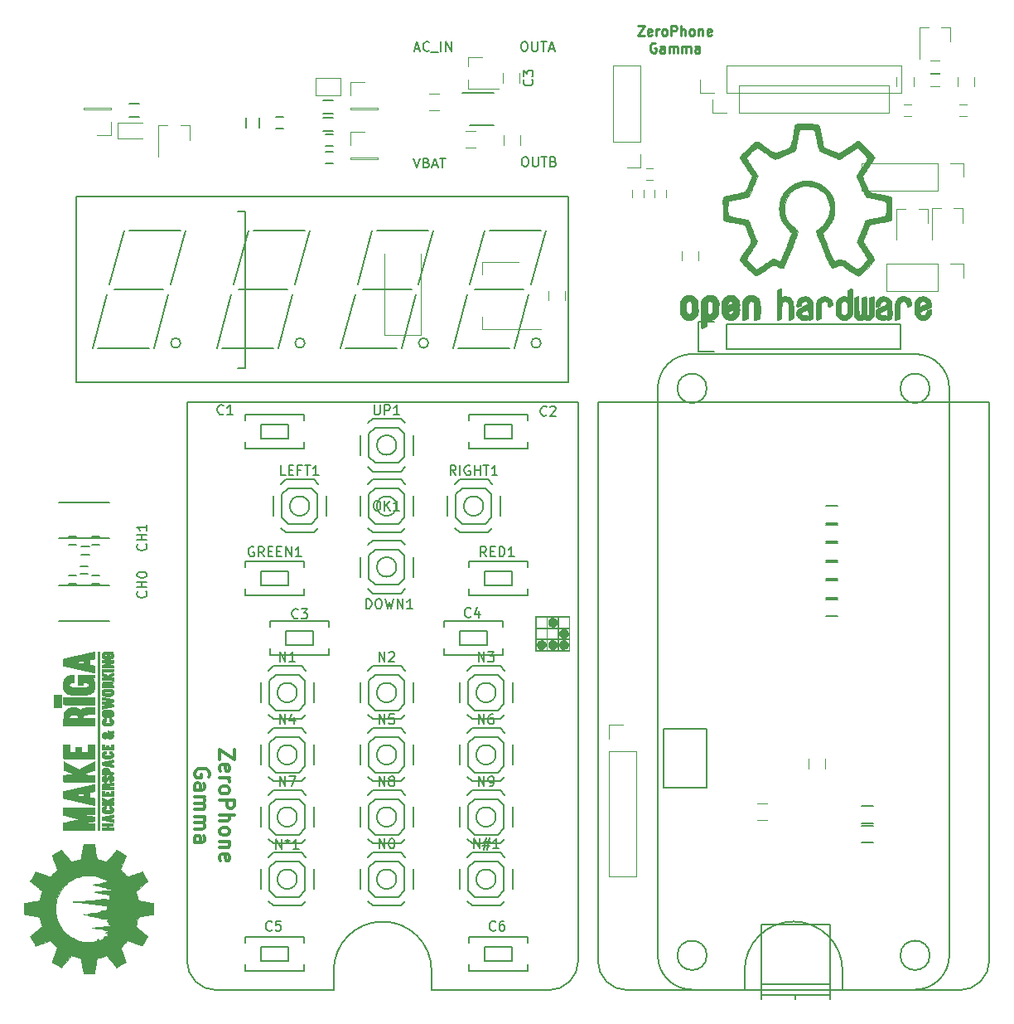
<source format=gto>
%MOIN*%
%OFA0B0*%
%FSLAX46Y46*%
%IPPOS*%
%LPD*%
%ADD10C,0.0078740157480314977*%
%ADD11C,0.0047244094488188976*%
%ADD12C,0.005905511811023622*%
%ADD23C,0.0039370078740157488*%
%ADD24C,0.00984251968503937*%
%ADD25C,0.005905511811023622*%
%ADD26C,0.0047244094488188976*%
%ADD27C,0.00039370078740157485*%
%ADD38C,0.0039370078740157488*%
%ADD39C,0.011811023622047244*%
%ADD40C,0.005905511811023622*%
%ADD41C,0.00039370078740157485*%
%ADD52C,0.0078740157480314977*%
%ADD53C,0.00039370078740157485*%
%ADD64C,0.0039370078740157488*%
%ADD65C,0.005905511811023622*%
%ADD76C,0.0078740157480314977*%
%ADD77C,0.005905511811023622*%
%ADD78C,0.0047244094488188976*%
%ADD79C,0.006000000000000001*%
%ADD90C,0.0039370078740157488*%
%ADD91C,0.005905511811023622*%
%ADD92C,0.0047244094488188976*%
%LPD*%
G01G01G01G01*
D10*
D11*
X0001704526Y0003605078D02*
X0001665156Y0003605078D01*
X0001665156Y0003538149D02*
X0001704526Y0003538149D01*
X0001810157Y0003388149D02*
X0001849526Y0003388149D01*
X0001849526Y0003455078D02*
X0001810157Y0003455078D01*
X0002028306Y0003646929D02*
X0002028306Y0003686299D01*
X0001961377Y0003686299D02*
X0001961377Y0003646929D01*
X0001963877Y0003435511D02*
X0001963877Y0003396141D01*
X0002030806Y0003396141D02*
X0002030806Y0003435511D01*
X0001819921Y0003748817D02*
X0001819921Y0003712204D01*
X0001819921Y0003624409D02*
X0001819921Y0003661023D01*
X0001819921Y0003624409D02*
X0001944329Y0003624409D01*
X0001819921Y0003748817D02*
X0001877401Y0003748817D01*
D12*
X0001826358Y0003477244D02*
X0001922814Y0003477244D01*
X0001797814Y0003607165D02*
X0001922814Y0003607165D01*
X0002077799Y0003660052D02*
X0002079675Y0003658177D01*
X0002081550Y0003652553D01*
X0002081550Y0003648803D01*
X0002079675Y0003643178D01*
X0002075926Y0003639430D01*
X0002072175Y0003637555D01*
X0002064677Y0003635680D01*
X0002059053Y0003635680D01*
X0002051553Y0003637555D01*
X0002047804Y0003639430D01*
X0002044055Y0003643178D01*
X0002042180Y0003648803D01*
X0002042180Y0003652553D01*
X0002044055Y0003658177D01*
X0002045929Y0003660052D01*
X0002042180Y0003673175D02*
X0002042180Y0003697547D01*
X0002057178Y0003684424D01*
X0002057178Y0003690048D01*
X0002059053Y0003693798D01*
X0002060927Y0003695673D01*
X0002064677Y0003697547D01*
X0002074050Y0003697547D01*
X0002077799Y0003695673D01*
X0002079675Y0003693798D01*
X0002081550Y0003690048D01*
X0002081550Y0003678800D01*
X0002079675Y0003675050D01*
X0002077799Y0003673175D01*
X0001605789Y0003785052D02*
X0001624536Y0003785052D01*
X0001602039Y0003773802D02*
X0001615163Y0003813173D01*
X0001628286Y0003773802D01*
X0001663907Y0003777553D02*
X0001662032Y0003775678D01*
X0001656407Y0003773802D01*
X0001652658Y0003773802D01*
X0001647034Y0003775678D01*
X0001643284Y0003779428D01*
X0001641409Y0003783177D01*
X0001639535Y0003790676D01*
X0001639535Y0003796300D01*
X0001641409Y0003803800D01*
X0001643284Y0003807549D01*
X0001647034Y0003811299D01*
X0001652658Y0003813173D01*
X0001656407Y0003813173D01*
X0001662032Y0003811299D01*
X0001663907Y0003809424D01*
X0001671405Y0003770054D02*
X0001701402Y0003770054D01*
X0001710776Y0003773802D02*
X0001710776Y0003813173D01*
X0001729523Y0003773802D02*
X0001729523Y0003813173D01*
X0001752021Y0003773802D01*
X0001752021Y0003813173D01*
X0001600163Y0003345062D02*
X0001613286Y0003305693D01*
X0001626409Y0003345062D01*
X0001652656Y0003326316D02*
X0001658280Y0003324441D01*
X0001660155Y0003322566D01*
X0001662030Y0003318816D01*
X0001662030Y0003313192D01*
X0001660155Y0003309443D01*
X0001658280Y0003307568D01*
X0001654531Y0003305693D01*
X0001639533Y0003305693D01*
X0001639533Y0003345062D01*
X0001652656Y0003345062D01*
X0001656406Y0003343188D01*
X0001658280Y0003341314D01*
X0001660155Y0003337564D01*
X0001660155Y0003333815D01*
X0001658280Y0003330065D01*
X0001656406Y0003328190D01*
X0001652656Y0003326316D01*
X0001639533Y0003326316D01*
X0001677028Y0003316942D02*
X0001695776Y0003316942D01*
X0001673278Y0003305693D02*
X0001686401Y0003345062D01*
X0001699524Y0003305693D01*
X0001707024Y0003345062D02*
X0001729521Y0003345062D01*
X0001718273Y0003305693D02*
X0001718273Y0003345062D01*
X0002043599Y0003813173D02*
X0002051098Y0003813173D01*
X0002054847Y0003811299D01*
X0002058596Y0003807549D01*
X0002060471Y0003800050D01*
X0002060471Y0003786927D01*
X0002058596Y0003779428D01*
X0002054847Y0003775678D01*
X0002051098Y0003773802D01*
X0002043599Y0003773802D01*
X0002039848Y0003775678D01*
X0002036099Y0003779428D01*
X0002034225Y0003786927D01*
X0002034225Y0003800050D01*
X0002036099Y0003807549D01*
X0002039848Y0003811299D01*
X0002043599Y0003813173D01*
X0002077345Y0003813173D02*
X0002077345Y0003781302D01*
X0002079219Y0003777553D01*
X0002081094Y0003775678D01*
X0002084844Y0003773802D01*
X0002092343Y0003773802D01*
X0002096092Y0003775678D01*
X0002097967Y0003777553D01*
X0002099842Y0003781302D01*
X0002099842Y0003813173D01*
X0002112965Y0003813173D02*
X0002135463Y0003813173D01*
X0002124214Y0003773802D02*
X0002124214Y0003813173D01*
X0002146711Y0003785052D02*
X0002165459Y0003785052D01*
X0002142962Y0003773802D02*
X0002156085Y0003813173D01*
X0002169208Y0003773802D01*
X0002045786Y0003350063D02*
X0002053286Y0003350063D01*
X0002057036Y0003348188D01*
X0002060785Y0003344439D01*
X0002062660Y0003336940D01*
X0002062660Y0003323817D01*
X0002060785Y0003316317D01*
X0002057036Y0003312567D01*
X0002053286Y0003310693D01*
X0002045786Y0003310693D01*
X0002042037Y0003312567D01*
X0002038288Y0003316317D01*
X0002036413Y0003323817D01*
X0002036413Y0003336940D01*
X0002038288Y0003344439D01*
X0002042037Y0003348188D01*
X0002045786Y0003350063D01*
X0002079533Y0003350063D02*
X0002079533Y0003318191D01*
X0002081407Y0003314443D01*
X0002083282Y0003312567D01*
X0002087032Y0003310693D01*
X0002094531Y0003310693D01*
X0002098280Y0003312567D01*
X0002100155Y0003314443D01*
X0002102030Y0003318191D01*
X0002102030Y0003350063D01*
X0002115153Y0003350063D02*
X0002137650Y0003350063D01*
X0002126402Y0003310693D02*
X0002126402Y0003350063D01*
X0002163897Y0003331316D02*
X0002169521Y0003329441D01*
X0002171396Y0003327566D01*
X0002173271Y0003323817D01*
X0002173271Y0003318191D01*
X0002171396Y0003314443D01*
X0002169521Y0003312567D01*
X0002165772Y0003310693D01*
X0002150774Y0003310693D01*
X0002150774Y0003350063D01*
X0002163897Y0003350063D01*
X0002167647Y0003348188D01*
X0002169521Y0003346314D01*
X0002171396Y0003342563D01*
X0002171396Y0003338815D01*
X0002169521Y0003335065D01*
X0002167647Y0003333190D01*
X0002163897Y0003331316D01*
X0002150774Y0003331316D01*
G01G01G01G01G01G01G01G01*
D23*
D24*
X0002502680Y0003876819D02*
X0002528926Y0003876819D01*
X0002502680Y0003837449D01*
X0002528926Y0003837449D01*
X0002558922Y0003839324D02*
X0002555173Y0003837449D01*
X0002547674Y0003837449D01*
X0002543925Y0003839324D01*
X0002542050Y0003843073D01*
X0002542050Y0003858072D01*
X0002543925Y0003861821D01*
X0002547674Y0003863696D01*
X0002555173Y0003863696D01*
X0002558922Y0003861821D01*
X0002560796Y0003858072D01*
X0002560796Y0003854322D01*
X0002542050Y0003850572D01*
X0002577670Y0003837449D02*
X0002577670Y0003863696D01*
X0002577670Y0003856197D02*
X0002579545Y0003859946D01*
X0002581420Y0003861821D01*
X0002585168Y0003863696D01*
X0002588919Y0003863696D01*
X0002607666Y0003837449D02*
X0002603917Y0003839324D01*
X0002602042Y0003841199D01*
X0002600167Y0003844948D01*
X0002600167Y0003856197D01*
X0002602042Y0003859946D01*
X0002603917Y0003861821D01*
X0002607666Y0003863696D01*
X0002613291Y0003863696D01*
X0002617040Y0003861821D01*
X0002618915Y0003859946D01*
X0002620790Y0003856197D01*
X0002620790Y0003844948D01*
X0002618915Y0003841199D01*
X0002617040Y0003839324D01*
X0002613291Y0003837449D01*
X0002607666Y0003837449D01*
X0002637663Y0003837449D02*
X0002637663Y0003876819D01*
X0002652661Y0003876819D01*
X0002656410Y0003874944D01*
X0002658285Y0003873070D01*
X0002660160Y0003869320D01*
X0002660160Y0003863696D01*
X0002658285Y0003859946D01*
X0002656410Y0003858072D01*
X0002652661Y0003856197D01*
X0002637663Y0003856197D01*
X0002677033Y0003837449D02*
X0002677033Y0003876819D01*
X0002693906Y0003837449D02*
X0002693906Y0003858072D01*
X0002692031Y0003861821D01*
X0002688282Y0003863696D01*
X0002682657Y0003863696D01*
X0002678908Y0003861821D01*
X0002677033Y0003859946D01*
X0002718277Y0003837449D02*
X0002714528Y0003839324D01*
X0002712653Y0003841199D01*
X0002710779Y0003844948D01*
X0002710779Y0003856197D01*
X0002712653Y0003859946D01*
X0002714528Y0003861821D01*
X0002718277Y0003863696D01*
X0002723901Y0003863696D01*
X0002727652Y0003861821D01*
X0002729526Y0003859946D01*
X0002731401Y0003856197D01*
X0002731401Y0003844948D01*
X0002729526Y0003841199D01*
X0002727652Y0003839324D01*
X0002723901Y0003837449D01*
X0002718277Y0003837449D01*
X0002748273Y0003863696D02*
X0002748273Y0003837449D01*
X0002748273Y0003859946D02*
X0002750149Y0003861821D01*
X0002753898Y0003863696D01*
X0002759523Y0003863696D01*
X0002763272Y0003861821D01*
X0002765147Y0003858072D01*
X0002765147Y0003837449D01*
X0002798893Y0003839324D02*
X0002795143Y0003837449D01*
X0002787644Y0003837449D01*
X0002783895Y0003839324D01*
X0002782020Y0003843073D01*
X0002782020Y0003858072D01*
X0002783895Y0003861821D01*
X0002787644Y0003863696D01*
X0002795143Y0003863696D01*
X0002798893Y0003861821D01*
X0002800767Y0003858072D01*
X0002800767Y0003854322D01*
X0002782020Y0003850572D01*
X0002574857Y0003806047D02*
X0002571109Y0003807921D01*
X0002565484Y0003807921D01*
X0002559860Y0003806047D01*
X0002556110Y0003802297D01*
X0002554236Y0003798548D01*
X0002552361Y0003791049D01*
X0002552361Y0003785424D01*
X0002554236Y0003777925D01*
X0002556110Y0003774176D01*
X0002559860Y0003770426D01*
X0002565484Y0003768551D01*
X0002569234Y0003768551D01*
X0002574857Y0003770426D01*
X0002576733Y0003772300D01*
X0002576733Y0003785424D01*
X0002569234Y0003785424D01*
X0002610479Y0003768551D02*
X0002610479Y0003789174D01*
X0002608604Y0003792923D01*
X0002604854Y0003794798D01*
X0002597355Y0003794798D01*
X0002593606Y0003792923D01*
X0002610479Y0003770426D02*
X0002606729Y0003768551D01*
X0002597355Y0003768551D01*
X0002593606Y0003770426D01*
X0002591731Y0003774176D01*
X0002591731Y0003777925D01*
X0002593606Y0003781675D01*
X0002597355Y0003783549D01*
X0002606729Y0003783549D01*
X0002610479Y0003785424D01*
X0002629226Y0003768551D02*
X0002629226Y0003794798D01*
X0002629226Y0003791049D02*
X0002631101Y0003792923D01*
X0002634851Y0003794798D01*
X0002640475Y0003794798D01*
X0002644225Y0003792923D01*
X0002646099Y0003789174D01*
X0002646099Y0003768551D01*
X0002646099Y0003789174D02*
X0002647973Y0003792923D01*
X0002651724Y0003794798D01*
X0002657348Y0003794798D01*
X0002661097Y0003792923D01*
X0002662972Y0003789174D01*
X0002662972Y0003768551D01*
X0002681720Y0003768551D02*
X0002681720Y0003794798D01*
X0002681720Y0003791049D02*
X0002683594Y0003792923D01*
X0002687344Y0003794798D01*
X0002692968Y0003794798D01*
X0002696718Y0003792923D01*
X0002698593Y0003789174D01*
X0002698593Y0003768551D01*
X0002698593Y0003789174D02*
X0002700467Y0003792923D01*
X0002704217Y0003794798D01*
X0002709840Y0003794798D01*
X0002713591Y0003792923D01*
X0002715466Y0003789174D01*
X0002715466Y0003768551D01*
X0002751086Y0003768551D02*
X0002751086Y0003789174D01*
X0002749211Y0003792923D01*
X0002745462Y0003794798D01*
X0002737963Y0003794798D01*
X0002734212Y0003792923D01*
X0002751086Y0003770426D02*
X0002747337Y0003768551D01*
X0002737963Y0003768551D01*
X0002734212Y0003770426D01*
X0002732338Y0003774176D01*
X0002732338Y0003777925D01*
X0002734212Y0003781675D01*
X0002737963Y0003783549D01*
X0002747337Y0003783549D01*
X0002751086Y0003785424D01*
D25*
X0003449783Y0000592362D02*
X0003402539Y0000592362D01*
X0003402539Y0000661259D02*
X0003449783Y0000661259D01*
X0003449783Y0000669862D02*
X0003402539Y0000669862D01*
X0003402539Y0000738759D02*
X0003449783Y0000738759D01*
X0003260039Y0001946259D02*
X0003307283Y0001946259D01*
X0003307283Y0001877362D02*
X0003260039Y0001877362D01*
X0003260039Y0001871259D02*
X0003307283Y0001871259D01*
X0003307283Y0001802362D02*
X0003260039Y0001802362D01*
X0003260039Y0001796259D02*
X0003307283Y0001796259D01*
X0003307283Y0001727361D02*
X0003260039Y0001727361D01*
X0003260039Y0001721259D02*
X0003307283Y0001721259D01*
X0003307283Y0001652362D02*
X0003260039Y0001652362D01*
X0003260039Y0001646259D02*
X0003307283Y0001646259D01*
X0003307283Y0001577362D02*
X0003260039Y0001577362D01*
X0003260039Y0001571259D02*
X0003307283Y0001571259D01*
X0003307283Y0001502362D02*
X0003260039Y0001502362D01*
X0002858661Y0002676811D02*
X0003558661Y0002676811D01*
X0003558661Y0002676811D02*
X0003558661Y0002576810D01*
X0003558661Y0002576810D02*
X0002858661Y0002576810D01*
X0002747637Y0002687834D02*
X0002808661Y0002687834D01*
X0002858661Y0002676811D02*
X0002858661Y0002576810D01*
X0002808661Y0002565787D02*
X0002747637Y0002565787D01*
X0002747637Y0002565787D02*
X0002747637Y0002687834D01*
D26*
X0003708661Y0003324035D02*
X0003403937Y0003324035D01*
X0003403937Y0003324035D02*
X0003403937Y0003214586D01*
X0003403937Y0003214586D02*
X0003708661Y0003214586D01*
X0003708661Y0003214586D02*
X0003708661Y0003324035D01*
X0003758660Y0003324035D02*
X0003813385Y0003324035D01*
X0003813385Y0003324035D02*
X0003813385Y0003269311D01*
X0003708661Y0002919035D02*
X0003503937Y0002919035D01*
X0003503937Y0002919035D02*
X0003503937Y0002809586D01*
X0003503937Y0002809586D02*
X0003708661Y0002809586D01*
X0003708661Y0002809586D02*
X0003708661Y0002919035D01*
X0003758660Y0002919035D02*
X0003813385Y0002919035D01*
X0003813385Y0002919035D02*
X0003813385Y0002864311D01*
D25*
X0003137559Y-0000019606D02*
X0003137559Y-0000035354D01*
X0002999763Y0000023700D02*
X0003275354Y0000023700D01*
X0002999763Y-0000019606D02*
X0003275354Y-0000019606D01*
X0002999763Y0000263858D02*
X0002999763Y-0000035354D01*
X0003275354Y-0000035354D02*
X0003275354Y0000263858D01*
X0003275354Y0000263858D02*
X0002999763Y0000263858D01*
D26*
X0002513385Y0003411811D02*
X0002513385Y0003716535D01*
X0002513385Y0003716535D02*
X0002403937Y0003716535D01*
X0002403937Y0003716535D02*
X0002403937Y0003411811D01*
X0002403937Y0003411811D02*
X0002513385Y0003411811D01*
X0002513385Y0003361811D02*
X0002513385Y0003307085D01*
X0002513385Y0003307085D02*
X0002458661Y0003307085D01*
X0003188696Y0000930496D02*
X0003188696Y0000891125D01*
X0003255625Y0000891125D02*
X0003255625Y0000930496D01*
X0002680196Y0002971496D02*
X0002680196Y0002932124D01*
X0002747125Y0002932124D02*
X0002747125Y0002971496D01*
X0003789196Y0003671496D02*
X0003789196Y0003632125D01*
X0003856125Y0003632125D02*
X0003856125Y0003671496D01*
X0003612125Y0003632125D02*
X0003612125Y0003671496D01*
X0003545196Y0003671496D02*
X0003545196Y0003632125D01*
X0003798283Y0003559433D02*
X0003825842Y0003559433D01*
X0003825842Y0003512188D02*
X0003798283Y0003512188D01*
X0003602440Y0003513188D02*
X0003574881Y0003513188D01*
X0003574881Y0003560433D02*
X0003602440Y0003560433D01*
X0002983762Y0000684346D02*
X0003023133Y0000684346D01*
X0003023133Y0000751275D02*
X0002983762Y0000751275D01*
X0002481039Y0003188031D02*
X0002481039Y0003215590D01*
X0002528283Y0003215590D02*
X0002528283Y0003188031D01*
X0002535381Y0003304433D02*
X0002562940Y0003304433D01*
X0002562940Y0003257188D02*
X0002535381Y0003257188D01*
X0002616283Y0003215590D02*
X0002616283Y0003188031D01*
X0002569039Y0003188031D02*
X0002569039Y0003215590D01*
X0002858661Y0003607086D02*
X0003563385Y0003607086D01*
X0003563385Y0003607086D02*
X0003563385Y0003716535D01*
X0003563385Y0003716535D02*
X0002858661Y0003716535D01*
X0002858661Y0003716535D02*
X0002858661Y0003607086D01*
X0002808661Y0003607086D02*
X0002753937Y0003607086D01*
X0002753937Y0003607086D02*
X0002753937Y0003661810D01*
X0002387795Y0000961810D02*
X0002387795Y0000457085D01*
X0002387795Y0000457085D02*
X0002497244Y0000457085D01*
X0002497244Y0000457085D02*
X0002497244Y0000961810D01*
X0002497244Y0000961810D02*
X0002387795Y0000961810D01*
X0002387795Y0001011811D02*
X0002387795Y0001066535D01*
X0002387795Y0001066535D02*
X0002442519Y0001066535D01*
X0002908661Y0003527086D02*
X0003513385Y0003527086D01*
X0003513385Y0003527086D02*
X0003513385Y0003636535D01*
X0003513385Y0003636535D02*
X0002908661Y0003636535D01*
X0002908661Y0003636535D02*
X0002908661Y0003527086D01*
X0002858661Y0003527086D02*
X0002803937Y0003527086D01*
X0002803937Y0003527086D02*
X0002803937Y0003581811D01*
X0003718346Y0003635039D02*
X0003678976Y0003635039D01*
X0003678976Y0003688582D02*
X0003718346Y0003688582D01*
X0003718346Y0003685039D02*
X0003678976Y0003685039D01*
X0003678976Y0003738582D02*
X0003718346Y0003738582D01*
D25*
X0002608031Y0001050708D02*
X0002781259Y0001050708D01*
X0002608031Y0000814488D02*
X0002608031Y0001050708D01*
X0002781259Y0000814488D02*
X0002608031Y0000814488D01*
X0002781259Y0001050708D02*
X0002781259Y0000814488D01*
X0002780472Y0000139685D02*
G75*
G03G03G03G03X0002780472Y0000139685I-0000059055D01X0002780472Y0000139685I-0000059055D01X0002780472Y0000139685I-0000059055D01G03G03X0002780472Y0000139685I-0000059055D01G03G03X0002780472Y0000139685I-0000059055D01X0002780472Y0000139685I-0000059055D01X0002780472Y0000139685I-0000059055D01X0002780472Y0000139685I-0000059055D01*
G01G01G01G01G01G01G01G01*
X0003677716Y0000139685D02*
G75*
G03G03G03G03X0003677716Y0000139685I-0000059055D01X0003677716Y0000139685I-0000059055D01X0003677716Y0000139685I-0000059055D01G03G03X0003677716Y0000139685I-0000059055D01G03G03X0003677716Y0000139685I-0000059055D01X0003677716Y0000139685I-0000059055D01X0003677716Y0000139685I-0000059055D01X0003677716Y0000139685I-0000059055D01*
G01G01G01G01G01G01G01G01*
X0003677716Y0002419212D02*
G75*
G03G03G03G03X0003677716Y0002419212I-0000059055D01X0003677716Y0002419212I-0000059055D01X0003677716Y0002419212I-0000059055D01G03G03X0003677716Y0002419212I-0000059055D01G03G03X0003677716Y0002419212I-0000059055D01X0003677716Y0002419212I-0000059055D01X0003677716Y0002419212I-0000059055D01X0003677716Y0002419212I-0000059055D01*
G01G01G01G01G01G01G01G01*
X0002780472Y0002419212D02*
G75*
G03G03G03G03X0002780472Y0002419212I-0000059055D01X0002780472Y0002419212I-0000059055D01X0002780472Y0002419212I-0000059055D01G03G03X0002780472Y0002419212I-0000059055D01G03G03X0002780472Y0002419212I-0000059055D01X0002780472Y0002419212I-0000059055D01X0002780472Y0002419212I-0000059055D01X0002780472Y0002419212I-0000059055D01*
G01G01G01G01G01G01G01G01*
X0002721417Y0002557007D02*
G75*
G03G03G03G03X0002583622Y0002419212J-0000137795D01X0002583622Y0002419212J-0000137795D01X0002583622Y0002419212J-0000137795D01G03G03X0002583622Y0002419212J-0000137795D01G03G03X0002583622Y0002419212J-0000137795D01X0002583622Y0002419212J-0000137795D01X0002583622Y0002419212J-0000137795D01X0002583622Y0002419212J-0000137795D01*
G01G01G01G01G01G01G01G01*
X0003756456Y0002419212D02*
G75*
G03G03G03G03X0003618661Y0002557007I-0000137795D01X0003618661Y0002557007I-0000137795D01X0003618661Y0002557007I-0000137795D01G03G03X0003618661Y0002557007I-0000137795D01G03G03X0003618661Y0002557007I-0000137795D01X0003618661Y0002557007I-0000137795D01X0003618661Y0002557007I-0000137795D01X0003618661Y0002557007I-0000137795D01*
G01G01G01G01G01G01G01G01*
X0002583622Y0000139685D02*
G75*
G03G03G03G03X0002721417Y0000001889I0000137795D01X0002721417Y0000001889I0000137795D01X0002721417Y0000001889I0000137795D01G03G03X0002721417Y0000001889I0000137795D01G03G03X0002721417Y0000001889I0000137795D01X0002721417Y0000001889I0000137795D01X0002721417Y0000001889I0000137795D01X0002721417Y0000001889I0000137795D01*
G01G01G01G01G01G01G01G01*
X0003618661Y0000001889D02*
G75*
G03G03G03G03X0003756456Y0000139685J0000137795D01X0003756456Y0000139685J0000137795D01X0003756456Y0000139685J0000137795D01G03G03X0003756456Y0000139685J0000137795D01G03G03X0003756456Y0000139685J0000137795D01X0003756456Y0000139685J0000137795D01X0003756456Y0000139685J0000137795D01X0003756456Y0000139685J0000137795D01*
G01G01G01G01G01G01G01G01*
X0002721417Y0002557007D02*
X0003618661Y0002557007D01*
X0003756456Y0002419212D02*
X0003756456Y0000139685D01*
X0002721417Y0000001889D02*
X0003618661Y0000001889D01*
X0002583622Y0000139685D02*
X0002583622Y0002419212D01*
X0003799212Y0000000000D02*
G75*
G03G03G03G03X0003917322Y0000118110J0000118110D01X0003917322Y0000118110J0000118110D01X0003917322Y0000118110J0000118110D01G03G03X0003917322Y0000118110J0000118110D01G03G03X0003917322Y0000118110J0000118110D01X0003917322Y0000118110J0000118110D01X0003917322Y0000118110J0000118110D01X0003917322Y0000118110J0000118110D01*
G01G01G01G01G01G01G01G01*
X0002342519Y0000118110D02*
G75*
G03G03G03G03X0002460629Y0000000000I0000118110D01X0002460629Y0000000000I0000118110D01X0002460629Y0000000000I0000118110D01G03G03X0002460629Y0000000000I0000118110D01G03G03X0002460629Y0000000000I0000118110D01X0002460629Y0000000000I0000118110D01X0002460629Y0000000000I0000118110D01X0002460629Y0000000000I0000118110D01*
G01G01G01G01G01G01G01G01*
X0003326771Y0000078740D02*
G75*
G03G03G03G03X0002933070Y0000078740I-0000196850D01X0002933070Y0000078740I-0000196850D01X0002933070Y0000078740I-0000196850D01G03G03X0002933070Y0000078740I-0000196850D01G03G03X0002933070Y0000078740I-0000196850D01X0002933070Y0000078740I-0000196850D01X0002933070Y0000078740I-0000196850D01X0002933070Y0000078740I-0000196850D01*
G01G01G01G01G01G01G01G01*
X0003799212Y0000000000D02*
X0003326771Y0000000000D01*
X0003326771Y0000000000D02*
X0003326771Y0000078740D01*
X0002460629Y0000000000D02*
X0002933070Y0000000000D01*
X0002933070Y0000000000D02*
X0002933070Y0000078740D01*
X0002342519Y0002362204D02*
X0002342519Y0000118110D01*
X0002342519Y0002362204D02*
X0003917322Y0002362204D01*
X0003917322Y0002362204D02*
X0003917322Y0000118110D01*
D27*
G36*
X0002792797Y0002793966D02*
X0002794327Y0002793922D01*
X0002797519Y0002793793D01*
X0002799895Y0002793615D01*
X0002801750Y0002793342D01*
X0002803382Y0002792924D01*
X0002805082Y0002792315D01*
X0002805605Y0002792106D01*
X0002811267Y0002789226D01*
X0002816314Y0002785464D01*
X0002820657Y0002780917D01*
X0002824206Y0002775683D01*
X0002826870Y0002769859D01*
X0002827292Y0002768624D01*
X0002828744Y0002764121D01*
X0002828535Y0002743105D01*
X0002828478Y0002737674D01*
X0002828421Y0002733231D01*
X0002828356Y0002729652D01*
X0002828277Y0002726814D01*
X0002828176Y0002724592D01*
X0002828047Y0002722863D01*
X0002827882Y0002721503D01*
X0002827674Y0002720389D01*
X0002827416Y0002719398D01*
X0002827123Y0002718469D01*
X0002824875Y0002713291D01*
X0002821749Y0002708422D01*
X0002817907Y0002704028D01*
X0002813513Y0002700269D01*
X0002808728Y0002697310D01*
X0002804304Y0002695492D01*
X0002798502Y0002694162D01*
X0002792510Y0002693694D01*
X0002786646Y0002694096D01*
X0002782689Y0002694925D01*
X0002781439Y0002695273D01*
X0002781439Y0002683072D01*
X0002781431Y0002679044D01*
X0002781401Y0002675981D01*
X0002781337Y0002673741D01*
X0002781229Y0002672177D01*
X0002781067Y0002671146D01*
X0002780839Y0002670503D01*
X0002780535Y0002670103D01*
X0002780466Y0002670042D01*
X0002779472Y0002669415D01*
X0002777666Y0002668477D01*
X0002775272Y0002667326D01*
X0002772511Y0002666060D01*
X0002769604Y0002664776D01*
X0002766775Y0002663574D01*
X0002764245Y0002662549D01*
X0002762237Y0002661802D01*
X0002760972Y0002661428D01*
X0002760880Y0002661412D01*
X0002759215Y0002661423D01*
X0002758067Y0002662104D01*
X0002757963Y0002662216D01*
X0002757798Y0002662451D01*
X0002757652Y0002662813D01*
X0002757525Y0002663370D01*
X0002757414Y0002664189D01*
X0002757321Y0002665342D01*
X0002757243Y0002666892D01*
X0002757178Y0002668911D01*
X0002757125Y0002671465D01*
X0002757082Y0002674624D01*
X0002757052Y0002678454D01*
X0002757028Y0002683026D01*
X0002757012Y0002688405D01*
X0002757002Y0002694662D01*
X0002756996Y0002701864D01*
X0002756993Y0002710079D01*
X0002756993Y0002713979D01*
X0002756993Y0002744033D01*
X0002781994Y0002744033D01*
X0002781997Y0002738851D01*
X0002782020Y0002734656D01*
X0002782080Y0002731325D01*
X0002782197Y0002728732D01*
X0002782391Y0002726755D01*
X0002782679Y0002725269D01*
X0002783082Y0002724149D01*
X0002783617Y0002723273D01*
X0002784305Y0002722516D01*
X0002785164Y0002721754D01*
X0002785447Y0002721515D01*
X0002788402Y0002719598D01*
X0002791520Y0002718602D01*
X0002794599Y0002718564D01*
X0002797161Y0002719374D01*
X0002798834Y0002720405D01*
X0002800450Y0002721674D01*
X0002800516Y0002721735D01*
X0002801394Y0002722572D01*
X0002802100Y0002723363D01*
X0002802651Y0002724236D01*
X0002803066Y0002725318D01*
X0002803364Y0002726737D01*
X0002803562Y0002728618D01*
X0002803681Y0002731090D01*
X0002803737Y0002734279D01*
X0002803750Y0002738313D01*
X0002803738Y0002743318D01*
X0002803736Y0002743863D01*
X0002803715Y0002748754D01*
X0002803686Y0002752664D01*
X0002803638Y0002755722D01*
X0002803566Y0002758059D01*
X0002803462Y0002759804D01*
X0002803316Y0002761085D01*
X0002803123Y0002762035D01*
X0002802873Y0002762783D01*
X0002802562Y0002763451D01*
X0002800695Y0002766000D01*
X0002798139Y0002767942D01*
X0002795162Y0002769170D01*
X0002792028Y0002769579D01*
X0002789002Y0002769059D01*
X0002788836Y0002768999D01*
X0002787072Y0002767985D01*
X0002785168Y0002766366D01*
X0002783520Y0002764513D01*
X0002782780Y0002763366D01*
X0002782553Y0002762728D01*
X0002782371Y0002761700D01*
X0002782232Y0002760171D01*
X0002782129Y0002758030D01*
X0002782059Y0002755168D01*
X0002782016Y0002751473D01*
X0002781997Y0002746835D01*
X0002781994Y0002744033D01*
X0002756993Y0002744033D01*
X0002756993Y0002764670D01*
X0002758424Y0002768935D01*
X0002760032Y0002773116D01*
X0002761919Y0002776684D01*
X0002764313Y0002780003D01*
X0002767443Y0002783435D01*
X0002767788Y0002783781D01*
X0002772283Y0002787713D01*
X0002776952Y0002790665D01*
X0002782013Y0002792765D01*
X0002783493Y0002793208D01*
X0002785324Y0002793632D01*
X0002787296Y0002793887D01*
X0002789693Y0002793992D01*
X0002792797Y0002793966D01*
X0002792797Y0002793966D01*
G37*
X0002792797Y0002793966D02*
X0002794327Y0002793922D01*
X0002797519Y0002793793D01*
X0002799895Y0002793615D01*
X0002801750Y0002793342D01*
X0002803382Y0002792924D01*
X0002805082Y0002792315D01*
X0002805605Y0002792106D01*
X0002811267Y0002789226D01*
X0002816314Y0002785464D01*
X0002820657Y0002780917D01*
X0002824206Y0002775683D01*
X0002826870Y0002769859D01*
X0002827292Y0002768624D01*
X0002828744Y0002764121D01*
X0002828535Y0002743105D01*
X0002828478Y0002737674D01*
X0002828421Y0002733231D01*
X0002828356Y0002729652D01*
X0002828277Y0002726814D01*
X0002828176Y0002724592D01*
X0002828047Y0002722863D01*
X0002827882Y0002721503D01*
X0002827674Y0002720389D01*
X0002827416Y0002719398D01*
X0002827123Y0002718469D01*
X0002824875Y0002713291D01*
X0002821749Y0002708422D01*
X0002817907Y0002704028D01*
X0002813513Y0002700269D01*
X0002808728Y0002697310D01*
X0002804304Y0002695492D01*
X0002798502Y0002694162D01*
X0002792510Y0002693694D01*
X0002786646Y0002694096D01*
X0002782689Y0002694925D01*
X0002781439Y0002695273D01*
X0002781439Y0002683072D01*
X0002781431Y0002679044D01*
X0002781401Y0002675981D01*
X0002781337Y0002673741D01*
X0002781229Y0002672177D01*
X0002781067Y0002671146D01*
X0002780839Y0002670503D01*
X0002780535Y0002670103D01*
X0002780466Y0002670042D01*
X0002779472Y0002669415D01*
X0002777666Y0002668477D01*
X0002775272Y0002667326D01*
X0002772511Y0002666060D01*
X0002769604Y0002664776D01*
X0002766775Y0002663574D01*
X0002764245Y0002662549D01*
X0002762237Y0002661802D01*
X0002760972Y0002661428D01*
X0002760880Y0002661412D01*
X0002759215Y0002661423D01*
X0002758067Y0002662104D01*
X0002757963Y0002662216D01*
X0002757798Y0002662451D01*
X0002757652Y0002662813D01*
X0002757525Y0002663370D01*
X0002757414Y0002664189D01*
X0002757321Y0002665342D01*
X0002757243Y0002666892D01*
X0002757178Y0002668911D01*
X0002757125Y0002671465D01*
X0002757082Y0002674624D01*
X0002757052Y0002678454D01*
X0002757028Y0002683026D01*
X0002757012Y0002688405D01*
X0002757002Y0002694662D01*
X0002756996Y0002701864D01*
X0002756993Y0002710079D01*
X0002756993Y0002713979D01*
X0002756993Y0002744033D01*
X0002781994Y0002744033D01*
X0002781997Y0002738851D01*
X0002782020Y0002734656D01*
X0002782080Y0002731325D01*
X0002782197Y0002728732D01*
X0002782391Y0002726755D01*
X0002782679Y0002725269D01*
X0002783082Y0002724149D01*
X0002783617Y0002723273D01*
X0002784305Y0002722516D01*
X0002785164Y0002721754D01*
X0002785447Y0002721515D01*
X0002788402Y0002719598D01*
X0002791520Y0002718602D01*
X0002794599Y0002718564D01*
X0002797161Y0002719374D01*
X0002798834Y0002720405D01*
X0002800450Y0002721674D01*
X0002800516Y0002721735D01*
X0002801394Y0002722572D01*
X0002802100Y0002723363D01*
X0002802651Y0002724236D01*
X0002803066Y0002725318D01*
X0002803364Y0002726737D01*
X0002803562Y0002728618D01*
X0002803681Y0002731090D01*
X0002803737Y0002734279D01*
X0002803750Y0002738313D01*
X0002803738Y0002743318D01*
X0002803736Y0002743863D01*
X0002803715Y0002748754D01*
X0002803686Y0002752664D01*
X0002803638Y0002755722D01*
X0002803566Y0002758059D01*
X0002803462Y0002759804D01*
X0002803316Y0002761085D01*
X0002803123Y0002762035D01*
X0002802873Y0002762783D01*
X0002802562Y0002763451D01*
X0002800695Y0002766000D01*
X0002798139Y0002767942D01*
X0002795162Y0002769170D01*
X0002792028Y0002769579D01*
X0002789002Y0002769059D01*
X0002788836Y0002768999D01*
X0002787072Y0002767985D01*
X0002785168Y0002766366D01*
X0002783520Y0002764513D01*
X0002782780Y0002763366D01*
X0002782553Y0002762728D01*
X0002782371Y0002761700D01*
X0002782232Y0002760171D01*
X0002782129Y0002758030D01*
X0002782059Y0002755168D01*
X0002782016Y0002751473D01*
X0002781997Y0002746835D01*
X0002781994Y0002744033D01*
X0002756993Y0002744033D01*
X0002756993Y0002764670D01*
X0002758424Y0002768935D01*
X0002760032Y0002773116D01*
X0002761919Y0002776684D01*
X0002764313Y0002780003D01*
X0002767443Y0002783435D01*
X0002767788Y0002783781D01*
X0002772283Y0002787713D01*
X0002776952Y0002790665D01*
X0002782013Y0002792765D01*
X0002783493Y0002793208D01*
X0002785324Y0002793632D01*
X0002787296Y0002793887D01*
X0002789693Y0002793992D01*
X0002792797Y0002793966D01*
G36*
X0002963408Y0002793948D02*
X0002966985Y0002793501D01*
X0002970261Y0002792657D01*
X0002973630Y0002791327D01*
X0002975179Y0002790600D01*
X0002980255Y0002787542D01*
X0002984795Y0002783646D01*
X0002988673Y0002779072D01*
X0002991768Y0002773984D01*
X0002993953Y0002768540D01*
X0002994770Y0002765207D01*
X0002994909Y0002763907D01*
X0002995029Y0002761686D01*
X0002995130Y0002758670D01*
X0002995213Y0002754981D01*
X0002995277Y0002750742D01*
X0002995322Y0002746076D01*
X0002995350Y0002741107D01*
X0002995361Y0002735958D01*
X0002995354Y0002730753D01*
X0002995329Y0002725614D01*
X0002995289Y0002720664D01*
X0002995231Y0002716028D01*
X0002995157Y0002711829D01*
X0002995067Y0002708189D01*
X0002994961Y0002705231D01*
X0002994840Y0002703081D01*
X0002994703Y0002701860D01*
X0002994633Y0002701641D01*
X0002993676Y0002700858D01*
X0002991733Y0002699732D01*
X0002988865Y0002698290D01*
X0002985131Y0002696564D01*
X0002980592Y0002694583D01*
X0002980498Y0002694544D01*
X0002977986Y0002693518D01*
X0002976239Y0002692933D01*
X0002975030Y0002692730D01*
X0002974130Y0002692852D01*
X0002974000Y0002692898D01*
X0002973382Y0002693134D01*
X0002972855Y0002693390D01*
X0002972409Y0002693753D01*
X0002972038Y0002694304D01*
X0002971735Y0002695128D01*
X0002971491Y0002696308D01*
X0002971299Y0002697928D01*
X0002971151Y0002700072D01*
X0002971041Y0002702823D01*
X0002970960Y0002706265D01*
X0002970901Y0002710482D01*
X0002970857Y0002715558D01*
X0002970819Y0002721575D01*
X0002970782Y0002728618D01*
X0002970781Y0002728755D01*
X0002970744Y0002735775D01*
X0002970709Y0002741771D01*
X0002970669Y0002746834D01*
X0002970613Y0002751051D01*
X0002970535Y0002754511D01*
X0002970425Y0002757302D01*
X0002970275Y0002759513D01*
X0002970076Y0002761232D01*
X0002969820Y0002762547D01*
X0002969499Y0002763548D01*
X0002969104Y0002764322D01*
X0002968626Y0002764957D01*
X0002968057Y0002765545D01*
X0002967389Y0002766170D01*
X0002967183Y0002766363D01*
X0002964364Y0002768359D01*
X0002961289Y0002769365D01*
X0002958138Y0002769419D01*
X0002955087Y0002768555D01*
X0002952314Y0002766809D01*
X0002949999Y0002764215D01*
X0002949166Y0002762805D01*
X0002948929Y0002762296D01*
X0002948730Y0002761703D01*
X0002948566Y0002760932D01*
X0002948433Y0002759885D01*
X0002948329Y0002758467D01*
X0002948249Y0002756581D01*
X0002948190Y0002754133D01*
X0002948151Y0002751025D01*
X0002948126Y0002747162D01*
X0002948112Y0002742449D01*
X0002948106Y0002736788D01*
X0002948105Y0002732146D01*
X0002948094Y0002725969D01*
X0002948064Y0002720312D01*
X0002948017Y0002715263D01*
X0002947953Y0002710907D01*
X0002947873Y0002707329D01*
X0002947780Y0002704615D01*
X0002947676Y0002702852D01*
X0002947574Y0002702152D01*
X0002946880Y0002701186D01*
X0002945432Y0002700142D01*
X0002943080Y0002698918D01*
X0002942713Y0002698745D01*
X0002940514Y0002697741D01*
X0002938012Y0002696623D01*
X0002935412Y0002695481D01*
X0002932918Y0002694401D01*
X0002930736Y0002693474D01*
X0002929070Y0002692789D01*
X0002928127Y0002692431D01*
X0002927995Y0002692401D01*
X0002927413Y0002692611D01*
X0002926610Y0002692927D01*
X0002926012Y0002693166D01*
X0002925500Y0002693420D01*
X0002925065Y0002693770D01*
X0002924704Y0002694297D01*
X0002924409Y0002695082D01*
X0002924175Y0002696207D01*
X0002923996Y0002697751D01*
X0002923865Y0002699798D01*
X0002923777Y0002702427D01*
X0002923726Y0002705720D01*
X0002923706Y0002709756D01*
X0002923710Y0002714620D01*
X0002923734Y0002720390D01*
X0002923770Y0002727149D01*
X0002923790Y0002731065D01*
X0002923833Y0002738219D01*
X0002923874Y0002744350D01*
X0002923918Y0002749545D01*
X0002923967Y0002753893D01*
X0002924025Y0002757481D01*
X0002924094Y0002760397D01*
X0002924176Y0002762731D01*
X0002924276Y0002764568D01*
X0002924394Y0002765997D01*
X0002924535Y0002767105D01*
X0002924701Y0002767984D01*
X0002924894Y0002768716D01*
X0002924995Y0002769033D01*
X0002927522Y0002774948D01*
X0002930956Y0002780258D01*
X0002935226Y0002784882D01*
X0002940269Y0002788737D01*
X0002943055Y0002790352D01*
X0002947520Y0002792321D01*
X0002952079Y0002793523D01*
X0002957096Y0002794044D01*
X0002959137Y0002794081D01*
X0002963408Y0002793948D01*
X0002963408Y0002793948D01*
G37*
X0002963408Y0002793948D02*
X0002966985Y0002793501D01*
X0002970261Y0002792657D01*
X0002973630Y0002791327D01*
X0002975179Y0002790600D01*
X0002980255Y0002787542D01*
X0002984795Y0002783646D01*
X0002988673Y0002779072D01*
X0002991768Y0002773984D01*
X0002993953Y0002768540D01*
X0002994770Y0002765207D01*
X0002994909Y0002763907D01*
X0002995029Y0002761686D01*
X0002995130Y0002758670D01*
X0002995213Y0002754981D01*
X0002995277Y0002750742D01*
X0002995322Y0002746076D01*
X0002995350Y0002741107D01*
X0002995361Y0002735958D01*
X0002995354Y0002730753D01*
X0002995329Y0002725614D01*
X0002995289Y0002720664D01*
X0002995231Y0002716028D01*
X0002995157Y0002711829D01*
X0002995067Y0002708189D01*
X0002994961Y0002705231D01*
X0002994840Y0002703081D01*
X0002994703Y0002701860D01*
X0002994633Y0002701641D01*
X0002993676Y0002700858D01*
X0002991733Y0002699732D01*
X0002988865Y0002698290D01*
X0002985131Y0002696564D01*
X0002980592Y0002694583D01*
X0002980498Y0002694544D01*
X0002977986Y0002693518D01*
X0002976239Y0002692933D01*
X0002975030Y0002692730D01*
X0002974130Y0002692852D01*
X0002974000Y0002692898D01*
X0002973382Y0002693134D01*
X0002972855Y0002693390D01*
X0002972409Y0002693753D01*
X0002972038Y0002694304D01*
X0002971735Y0002695128D01*
X0002971491Y0002696308D01*
X0002971299Y0002697928D01*
X0002971151Y0002700072D01*
X0002971041Y0002702823D01*
X0002970960Y0002706265D01*
X0002970901Y0002710482D01*
X0002970857Y0002715558D01*
X0002970819Y0002721575D01*
X0002970782Y0002728618D01*
X0002970781Y0002728755D01*
X0002970744Y0002735775D01*
X0002970709Y0002741771D01*
X0002970669Y0002746834D01*
X0002970613Y0002751051D01*
X0002970535Y0002754511D01*
X0002970425Y0002757302D01*
X0002970275Y0002759513D01*
X0002970076Y0002761232D01*
X0002969820Y0002762547D01*
X0002969499Y0002763548D01*
X0002969104Y0002764322D01*
X0002968626Y0002764957D01*
X0002968057Y0002765545D01*
X0002967389Y0002766170D01*
X0002967183Y0002766363D01*
X0002964364Y0002768359D01*
X0002961289Y0002769365D01*
X0002958138Y0002769419D01*
X0002955087Y0002768555D01*
X0002952314Y0002766809D01*
X0002949999Y0002764215D01*
X0002949166Y0002762805D01*
X0002948929Y0002762296D01*
X0002948730Y0002761703D01*
X0002948566Y0002760932D01*
X0002948433Y0002759885D01*
X0002948329Y0002758467D01*
X0002948249Y0002756581D01*
X0002948190Y0002754133D01*
X0002948151Y0002751025D01*
X0002948126Y0002747162D01*
X0002948112Y0002742449D01*
X0002948106Y0002736788D01*
X0002948105Y0002732146D01*
X0002948094Y0002725969D01*
X0002948064Y0002720312D01*
X0002948017Y0002715263D01*
X0002947953Y0002710907D01*
X0002947873Y0002707329D01*
X0002947780Y0002704615D01*
X0002947676Y0002702852D01*
X0002947574Y0002702152D01*
X0002946880Y0002701186D01*
X0002945432Y0002700142D01*
X0002943080Y0002698918D01*
X0002942713Y0002698745D01*
X0002940514Y0002697741D01*
X0002938012Y0002696623D01*
X0002935412Y0002695481D01*
X0002932918Y0002694401D01*
X0002930736Y0002693474D01*
X0002929070Y0002692789D01*
X0002928127Y0002692431D01*
X0002927995Y0002692401D01*
X0002927413Y0002692611D01*
X0002926610Y0002692927D01*
X0002926012Y0002693166D01*
X0002925500Y0002693420D01*
X0002925065Y0002693770D01*
X0002924704Y0002694297D01*
X0002924409Y0002695082D01*
X0002924175Y0002696207D01*
X0002923996Y0002697751D01*
X0002923865Y0002699798D01*
X0002923777Y0002702427D01*
X0002923726Y0002705720D01*
X0002923706Y0002709756D01*
X0002923710Y0002714620D01*
X0002923734Y0002720390D01*
X0002923770Y0002727149D01*
X0002923790Y0002731065D01*
X0002923833Y0002738219D01*
X0002923874Y0002744350D01*
X0002923918Y0002749545D01*
X0002923967Y0002753893D01*
X0002924025Y0002757481D01*
X0002924094Y0002760397D01*
X0002924176Y0002762731D01*
X0002924276Y0002764568D01*
X0002924394Y0002765997D01*
X0002924535Y0002767105D01*
X0002924701Y0002767984D01*
X0002924894Y0002768716D01*
X0002924995Y0002769033D01*
X0002927522Y0002774948D01*
X0002930956Y0002780258D01*
X0002935226Y0002784882D01*
X0002940269Y0002788737D01*
X0002943055Y0002790352D01*
X0002947520Y0002792321D01*
X0002952079Y0002793523D01*
X0002957096Y0002794044D01*
X0002959137Y0002794081D01*
X0002963408Y0002793948D01*
G36*
X0002714172Y0002794046D02*
X0002717056Y0002793656D01*
X0002717550Y0002793547D01*
X0002723245Y0002791613D01*
X0002728594Y0002788704D01*
X0002733449Y0002784939D01*
X0002737665Y0002780436D01*
X0002741093Y0002775313D01*
X0002741760Y0002774050D01*
X0002742519Y0002772493D01*
X0002743143Y0002771045D01*
X0002743648Y0002769577D01*
X0002744049Y0002767960D01*
X0002744361Y0002766066D01*
X0002744599Y0002763765D01*
X0002744779Y0002760928D01*
X0002744915Y0002757427D01*
X0002745023Y0002753133D01*
X0002745118Y0002747916D01*
X0002745162Y0002745144D01*
X0002745242Y0002739840D01*
X0002745297Y0002735517D01*
X0002745323Y0002732044D01*
X0002745316Y0002729290D01*
X0002745270Y0002727124D01*
X0002745180Y0002725415D01*
X0002745042Y0002724034D01*
X0002744852Y0002722850D01*
X0002744604Y0002721730D01*
X0002744293Y0002720548D01*
X0002744259Y0002720422D01*
X0002742059Y0002714403D01*
X0002738926Y0002708979D01*
X0002734873Y0002704173D01*
X0002729918Y0002700002D01*
X0002726439Y0002697768D01*
X0002722890Y0002696160D01*
X0002718590Y0002694925D01*
X0002713850Y0002694115D01*
X0002708986Y0002693783D01*
X0002704307Y0002693983D01*
X0002704216Y0002693993D01*
X0002701900Y0002694326D01*
X0002699664Y0002694771D01*
X0002698383Y0002695114D01*
X0002693088Y0002697393D01*
X0002688138Y0002700619D01*
X0002683679Y0002704644D01*
X0002679856Y0002709323D01*
X0002676815Y0002714507D01*
X0002675190Y0002718477D01*
X0002674873Y0002719466D01*
X0002674615Y0002720452D01*
X0002674407Y0002721561D01*
X0002674244Y0002722916D01*
X0002674116Y0002724642D01*
X0002674020Y0002726865D01*
X0002673945Y0002729709D01*
X0002673885Y0002733299D01*
X0002673832Y0002737759D01*
X0002673812Y0002739763D01*
X0002698144Y0002739763D01*
X0002698151Y0002735155D01*
X0002698219Y0002731571D01*
X0002698350Y0002728967D01*
X0002698543Y0002727300D01*
X0002698623Y0002726942D01*
X0002699926Y0002724007D01*
X0002701981Y0002721606D01*
X0002704577Y0002719837D01*
X0002707503Y0002718793D01*
X0002710549Y0002718572D01*
X0002713504Y0002719268D01*
X0002714468Y0002719740D01*
X0002716138Y0002720955D01*
X0002717842Y0002722603D01*
X0002718496Y0002723384D01*
X0002720328Y0002725786D01*
X0002720328Y0002743484D01*
X0002720308Y0002748898D01*
X0002720252Y0002753528D01*
X0002720160Y0002757305D01*
X0002720034Y0002760161D01*
X0002719877Y0002762026D01*
X0002719738Y0002762747D01*
X0002718246Y0002765226D01*
X0002715954Y0002767264D01*
X0002713126Y0002768712D01*
X0002710032Y0002769421D01*
X0002707690Y0002769378D01*
X0002704426Y0002768434D01*
X0002701776Y0002766567D01*
X0002699920Y0002764138D01*
X0002698410Y0002761563D01*
X0002698196Y0002745437D01*
X0002698144Y0002739763D01*
X0002673812Y0002739763D01*
X0002673784Y0002742787D01*
X0002673738Y0002748602D01*
X0002673723Y0002753437D01*
X0002673753Y0002757424D01*
X0002673844Y0002760695D01*
X0002674009Y0002763380D01*
X0002674262Y0002765611D01*
X0002674620Y0002767520D01*
X0002675095Y0002769238D01*
X0002675703Y0002770897D01*
X0002676458Y0002772627D01*
X0002677263Y0002774331D01*
X0002679151Y0002777577D01*
X0002681689Y0002781007D01*
X0002684570Y0002784241D01*
X0002687483Y0002786904D01*
X0002687833Y0002787177D01*
X0002690516Y0002788964D01*
X0002693752Y0002790725D01*
X0002697110Y0002792251D01*
X0002700161Y0002793332D01*
X0002700883Y0002793522D01*
X0002703640Y0002793965D01*
X0002707049Y0002794200D01*
X0002710699Y0002794227D01*
X0002714172Y0002794046D01*
X0002714172Y0002794046D01*
G37*
X0002714172Y0002794046D02*
X0002717056Y0002793656D01*
X0002717550Y0002793547D01*
X0002723245Y0002791613D01*
X0002728594Y0002788704D01*
X0002733449Y0002784939D01*
X0002737665Y0002780436D01*
X0002741093Y0002775313D01*
X0002741760Y0002774050D01*
X0002742519Y0002772493D01*
X0002743143Y0002771045D01*
X0002743648Y0002769577D01*
X0002744049Y0002767960D01*
X0002744361Y0002766066D01*
X0002744599Y0002763765D01*
X0002744779Y0002760928D01*
X0002744915Y0002757427D01*
X0002745023Y0002753133D01*
X0002745118Y0002747916D01*
X0002745162Y0002745144D01*
X0002745242Y0002739840D01*
X0002745297Y0002735517D01*
X0002745323Y0002732044D01*
X0002745316Y0002729290D01*
X0002745270Y0002727124D01*
X0002745180Y0002725415D01*
X0002745042Y0002724034D01*
X0002744852Y0002722850D01*
X0002744604Y0002721730D01*
X0002744293Y0002720548D01*
X0002744259Y0002720422D01*
X0002742059Y0002714403D01*
X0002738926Y0002708979D01*
X0002734873Y0002704173D01*
X0002729918Y0002700002D01*
X0002726439Y0002697768D01*
X0002722890Y0002696160D01*
X0002718590Y0002694925D01*
X0002713850Y0002694115D01*
X0002708986Y0002693783D01*
X0002704307Y0002693983D01*
X0002704216Y0002693993D01*
X0002701900Y0002694326D01*
X0002699664Y0002694771D01*
X0002698383Y0002695114D01*
X0002693088Y0002697393D01*
X0002688138Y0002700619D01*
X0002683679Y0002704644D01*
X0002679856Y0002709323D01*
X0002676815Y0002714507D01*
X0002675190Y0002718477D01*
X0002674873Y0002719466D01*
X0002674615Y0002720452D01*
X0002674407Y0002721561D01*
X0002674244Y0002722916D01*
X0002674116Y0002724642D01*
X0002674020Y0002726865D01*
X0002673945Y0002729709D01*
X0002673885Y0002733299D01*
X0002673832Y0002737759D01*
X0002673812Y0002739763D01*
X0002698144Y0002739763D01*
X0002698151Y0002735155D01*
X0002698219Y0002731571D01*
X0002698350Y0002728967D01*
X0002698543Y0002727300D01*
X0002698623Y0002726942D01*
X0002699926Y0002724007D01*
X0002701981Y0002721606D01*
X0002704577Y0002719837D01*
X0002707503Y0002718793D01*
X0002710549Y0002718572D01*
X0002713504Y0002719268D01*
X0002714468Y0002719740D01*
X0002716138Y0002720955D01*
X0002717842Y0002722603D01*
X0002718496Y0002723384D01*
X0002720328Y0002725786D01*
X0002720328Y0002743484D01*
X0002720308Y0002748898D01*
X0002720252Y0002753528D01*
X0002720160Y0002757305D01*
X0002720034Y0002760161D01*
X0002719877Y0002762026D01*
X0002719738Y0002762747D01*
X0002718246Y0002765226D01*
X0002715954Y0002767264D01*
X0002713126Y0002768712D01*
X0002710032Y0002769421D01*
X0002707690Y0002769378D01*
X0002704426Y0002768434D01*
X0002701776Y0002766567D01*
X0002699920Y0002764138D01*
X0002698410Y0002761563D01*
X0002698196Y0002745437D01*
X0002698144Y0002739763D01*
X0002673812Y0002739763D01*
X0002673784Y0002742787D01*
X0002673738Y0002748602D01*
X0002673723Y0002753437D01*
X0002673753Y0002757424D01*
X0002673844Y0002760695D01*
X0002674009Y0002763380D01*
X0002674262Y0002765611D01*
X0002674620Y0002767520D01*
X0002675095Y0002769238D01*
X0002675703Y0002770897D01*
X0002676458Y0002772627D01*
X0002677263Y0002774331D01*
X0002679151Y0002777577D01*
X0002681689Y0002781007D01*
X0002684570Y0002784241D01*
X0002687483Y0002786904D01*
X0002687833Y0002787177D01*
X0002690516Y0002788964D01*
X0002693752Y0002790725D01*
X0002697110Y0002792251D01*
X0002700161Y0002793332D01*
X0002700883Y0002793522D01*
X0002703640Y0002793965D01*
X0002707049Y0002794200D01*
X0002710699Y0002794227D01*
X0002714172Y0002794046D01*
G36*
X0002881941Y0002793845D02*
X0002887499Y0002792535D01*
X0002892677Y0002790262D01*
X0002897598Y0002786976D01*
X0002901768Y0002783248D01*
X0002905140Y0002779505D01*
X0002907750Y0002775695D01*
X0002909671Y0002771627D01*
X0002910970Y0002767112D01*
X0002911717Y0002761959D01*
X0002911982Y0002755980D01*
X0002911985Y0002755369D01*
X0002911970Y0002752317D01*
X0002911899Y0002750182D01*
X0002911751Y0002748768D01*
X0002911502Y0002747880D01*
X0002911129Y0002747323D01*
X0002911022Y0002747221D01*
X0002910301Y0002746798D01*
X0002908685Y0002745984D01*
X0002906298Y0002744839D01*
X0002903261Y0002743418D01*
X0002899697Y0002741780D01*
X0002895730Y0002739981D01*
X0002891994Y0002738308D01*
X0002886187Y0002735721D01*
X0002881313Y0002733545D01*
X0002877291Y0002731741D01*
X0002874038Y0002730268D01*
X0002871474Y0002729086D01*
X0002869515Y0002728156D01*
X0002868081Y0002727437D01*
X0002867089Y0002726889D01*
X0002866457Y0002726473D01*
X0002866104Y0002726147D01*
X0002865948Y0002725875D01*
X0002865907Y0002725613D01*
X0002865905Y0002725562D01*
X0002866301Y0002724463D01*
X0002867356Y0002723008D01*
X0002868816Y0002721473D01*
X0002870422Y0002720132D01*
X0002871675Y0002719368D01*
X0002874670Y0002718530D01*
X0002877856Y0002718644D01*
X0002880946Y0002719662D01*
X0002883588Y0002721468D01*
X0002885230Y0002723300D01*
X0002886328Y0002725386D01*
X0002887024Y0002728052D01*
X0002887302Y0002730019D01*
X0002887606Y0002731980D01*
X0002887996Y0002733564D01*
X0002888315Y0002734297D01*
X0002889070Y0002734857D01*
X0002890651Y0002735741D01*
X0002892858Y0002736858D01*
X0002895485Y0002738114D01*
X0002898330Y0002739420D01*
X0002901190Y0002740683D01*
X0002903861Y0002741811D01*
X0002906141Y0002742714D01*
X0002907827Y0002743298D01*
X0002908655Y0002743477D01*
X0002909903Y0002743346D01*
X0002910800Y0002742852D01*
X0002911403Y0002741846D01*
X0002911764Y0002740182D01*
X0002911935Y0002737707D01*
X0002911975Y0002734273D01*
X0002911975Y0002734267D01*
X0002911836Y0002728878D01*
X0002911407Y0002724339D01*
X0002910621Y0002720411D01*
X0002909412Y0002716857D01*
X0002907713Y0002713437D01*
X0002905459Y0002709914D01*
X0002905032Y0002709311D01*
X0002901031Y0002704470D01*
X0002896582Y0002700456D01*
X0002891806Y0002697361D01*
X0002886821Y0002695275D01*
X0002886438Y0002695160D01*
X0002883036Y0002694424D01*
X0002879067Y0002693951D01*
X0002875015Y0002693776D01*
X0002871365Y0002693933D01*
X0002870328Y0002694064D01*
X0002864457Y0002695518D01*
X0002858923Y0002697999D01*
X0002853841Y0002701448D01*
X0002850645Y0002704375D01*
X0002846979Y0002708675D01*
X0002844153Y0002713253D01*
X0002842094Y0002718014D01*
X0002840605Y0002722088D01*
X0002840613Y0002743755D01*
X0002840616Y0002749489D01*
X0002840635Y0002754239D01*
X0002840637Y0002754459D01*
X0002865084Y0002754459D01*
X0002865093Y0002753577D01*
X0002865121Y0002753476D01*
X0002865626Y0002753690D01*
X0002866972Y0002754279D01*
X0002868986Y0002755166D01*
X0002871495Y0002756277D01*
X0002873177Y0002757023D01*
X0002876169Y0002758354D01*
X0002879027Y0002759629D01*
X0002881496Y0002760733D01*
X0002883316Y0002761552D01*
X0002883838Y0002761787D01*
X0002886515Y0002763007D01*
X0002885190Y0002764770D01*
X0002883556Y0002766349D01*
X0002881280Y0002767815D01*
X0002878781Y0002768953D01*
X0002876475Y0002769548D01*
X0002875851Y0002769588D01*
X0002873851Y0002769356D01*
X0002871898Y0002768794D01*
X0002871876Y0002768786D01*
X0002870235Y0002767795D01*
X0002868488Y0002766277D01*
X0002866937Y0002764547D01*
X0002865882Y0002762919D01*
X0002865634Y0002762241D01*
X0002865509Y0002761298D01*
X0002865372Y0002759730D01*
X0002865243Y0002757856D01*
X0002865142Y0002755992D01*
X0002865084Y0002754459D01*
X0002840637Y0002754459D01*
X0002840679Y0002758136D01*
X0002840767Y0002761305D01*
X0002840910Y0002763876D01*
X0002841124Y0002765979D01*
X0002841423Y0002767739D01*
X0002841821Y0002769286D01*
X0002842333Y0002770748D01*
X0002842974Y0002772252D01*
X0002843756Y0002773929D01*
X0002844065Y0002774576D01*
X0002845285Y0002776871D01*
X0002846719Y0002778972D01*
X0002848598Y0002781182D01*
X0002850826Y0002783480D01*
X0002855379Y0002787518D01*
X0002859960Y0002790534D01*
X0002864749Y0002792607D01*
X0002869930Y0002793818D01*
X0002875687Y0002794242D01*
X0002875883Y0002794245D01*
X0002881941Y0002793845D01*
X0002881941Y0002793845D01*
G37*
X0002881941Y0002793845D02*
X0002887499Y0002792535D01*
X0002892677Y0002790262D01*
X0002897598Y0002786976D01*
X0002901768Y0002783248D01*
X0002905140Y0002779505D01*
X0002907750Y0002775695D01*
X0002909671Y0002771627D01*
X0002910970Y0002767112D01*
X0002911717Y0002761959D01*
X0002911982Y0002755980D01*
X0002911985Y0002755369D01*
X0002911970Y0002752317D01*
X0002911899Y0002750182D01*
X0002911751Y0002748768D01*
X0002911502Y0002747880D01*
X0002911129Y0002747323D01*
X0002911022Y0002747221D01*
X0002910301Y0002746798D01*
X0002908685Y0002745984D01*
X0002906298Y0002744839D01*
X0002903261Y0002743418D01*
X0002899697Y0002741780D01*
X0002895730Y0002739981D01*
X0002891994Y0002738308D01*
X0002886187Y0002735721D01*
X0002881313Y0002733545D01*
X0002877291Y0002731741D01*
X0002874038Y0002730268D01*
X0002871474Y0002729086D01*
X0002869515Y0002728156D01*
X0002868081Y0002727437D01*
X0002867089Y0002726889D01*
X0002866457Y0002726473D01*
X0002866104Y0002726147D01*
X0002865948Y0002725875D01*
X0002865907Y0002725613D01*
X0002865905Y0002725562D01*
X0002866301Y0002724463D01*
X0002867356Y0002723008D01*
X0002868816Y0002721473D01*
X0002870422Y0002720132D01*
X0002871675Y0002719368D01*
X0002874670Y0002718530D01*
X0002877856Y0002718644D01*
X0002880946Y0002719662D01*
X0002883588Y0002721468D01*
X0002885230Y0002723300D01*
X0002886328Y0002725386D01*
X0002887024Y0002728052D01*
X0002887302Y0002730019D01*
X0002887606Y0002731980D01*
X0002887996Y0002733564D01*
X0002888315Y0002734297D01*
X0002889070Y0002734857D01*
X0002890651Y0002735741D01*
X0002892858Y0002736858D01*
X0002895485Y0002738114D01*
X0002898330Y0002739420D01*
X0002901190Y0002740683D01*
X0002903861Y0002741811D01*
X0002906141Y0002742714D01*
X0002907827Y0002743298D01*
X0002908655Y0002743477D01*
X0002909903Y0002743346D01*
X0002910800Y0002742852D01*
X0002911403Y0002741846D01*
X0002911764Y0002740182D01*
X0002911935Y0002737707D01*
X0002911975Y0002734273D01*
X0002911975Y0002734267D01*
X0002911836Y0002728878D01*
X0002911407Y0002724339D01*
X0002910621Y0002720411D01*
X0002909412Y0002716857D01*
X0002907713Y0002713437D01*
X0002905459Y0002709914D01*
X0002905032Y0002709311D01*
X0002901031Y0002704470D01*
X0002896582Y0002700456D01*
X0002891806Y0002697361D01*
X0002886821Y0002695275D01*
X0002886438Y0002695160D01*
X0002883036Y0002694424D01*
X0002879067Y0002693951D01*
X0002875015Y0002693776D01*
X0002871365Y0002693933D01*
X0002870328Y0002694064D01*
X0002864457Y0002695518D01*
X0002858923Y0002697999D01*
X0002853841Y0002701448D01*
X0002850645Y0002704375D01*
X0002846979Y0002708675D01*
X0002844153Y0002713253D01*
X0002842094Y0002718014D01*
X0002840605Y0002722088D01*
X0002840613Y0002743755D01*
X0002840616Y0002749489D01*
X0002840635Y0002754239D01*
X0002840637Y0002754459D01*
X0002865084Y0002754459D01*
X0002865093Y0002753577D01*
X0002865121Y0002753476D01*
X0002865626Y0002753690D01*
X0002866972Y0002754279D01*
X0002868986Y0002755166D01*
X0002871495Y0002756277D01*
X0002873177Y0002757023D01*
X0002876169Y0002758354D01*
X0002879027Y0002759629D01*
X0002881496Y0002760733D01*
X0002883316Y0002761552D01*
X0002883838Y0002761787D01*
X0002886515Y0002763007D01*
X0002885190Y0002764770D01*
X0002883556Y0002766349D01*
X0002881280Y0002767815D01*
X0002878781Y0002768953D01*
X0002876475Y0002769548D01*
X0002875851Y0002769588D01*
X0002873851Y0002769356D01*
X0002871898Y0002768794D01*
X0002871876Y0002768786D01*
X0002870235Y0002767795D01*
X0002868488Y0002766277D01*
X0002866937Y0002764547D01*
X0002865882Y0002762919D01*
X0002865634Y0002762241D01*
X0002865509Y0002761298D01*
X0002865372Y0002759730D01*
X0002865243Y0002757856D01*
X0002865142Y0002755992D01*
X0002865084Y0002754459D01*
X0002840637Y0002754459D01*
X0002840679Y0002758136D01*
X0002840767Y0002761305D01*
X0002840910Y0002763876D01*
X0002841124Y0002765979D01*
X0002841423Y0002767739D01*
X0002841821Y0002769286D01*
X0002842333Y0002770748D01*
X0002842974Y0002772252D01*
X0002843756Y0002773929D01*
X0002844065Y0002774576D01*
X0002845285Y0002776871D01*
X0002846719Y0002778972D01*
X0002848598Y0002781182D01*
X0002850826Y0002783480D01*
X0002855379Y0002787518D01*
X0002859960Y0002790534D01*
X0002864749Y0002792607D01*
X0002869930Y0002793818D01*
X0002875687Y0002794242D01*
X0002875883Y0002794245D01*
X0002881941Y0002793845D01*
G36*
X0003179092Y0002788877D02*
X0003182044Y0002788556D01*
X0003183383Y0002788276D01*
X0003188719Y0002786321D01*
X0003193620Y0002783484D01*
X0003197973Y0002779894D01*
X0003201664Y0002775678D01*
X0003204579Y0002770963D01*
X0003206605Y0002765878D01*
X0003207558Y0002761220D01*
X0003207660Y0002759791D01*
X0003207752Y0002757436D01*
X0003207835Y0002754290D01*
X0003207908Y0002750484D01*
X0003207970Y0002746156D01*
X0003208021Y0002741435D01*
X0003208060Y0002736458D01*
X0003208087Y0002731357D01*
X0003208102Y0002726267D01*
X0003208102Y0002721320D01*
X0003208091Y0002716652D01*
X0003208064Y0002712394D01*
X0003208023Y0002708682D01*
X0003207967Y0002705648D01*
X0003207895Y0002703427D01*
X0003207806Y0002702152D01*
X0003207783Y0002702006D01*
X0003207422Y0002701045D01*
X0003206651Y0002700141D01*
X0003205329Y0002699204D01*
X0003203315Y0002698141D01*
X0003200467Y0002696862D01*
X0003198515Y0002696044D01*
X0003195816Y0002694968D01*
X0003193896Y0002694338D01*
X0003192530Y0002694126D01*
X0003191494Y0002694305D01*
X0003190562Y0002694850D01*
X0003190299Y0002695056D01*
X0003189969Y0002695341D01*
X0003189700Y0002695682D01*
X0003189485Y0002696192D01*
X0003189316Y0002696982D01*
X0003189184Y0002698165D01*
X0003189081Y0002699851D01*
X0003189000Y0002702154D01*
X0003188931Y0002705187D01*
X0003188868Y0002709060D01*
X0003188802Y0002713885D01*
X0003188772Y0002716180D01*
X0003188509Y0002736282D01*
X0003187335Y0002735912D01*
X0003186327Y0002735540D01*
X0003184510Y0002734820D01*
X0003182097Y0002733838D01*
X0003179299Y0002732685D01*
X0003176332Y0002731448D01*
X0003173405Y0002730216D01*
X0003170732Y0002729079D01*
X0003168525Y0002728124D01*
X0003166998Y0002727440D01*
X0003166889Y0002727389D01*
X0003164250Y0002725847D01*
X0003162576Y0002724086D01*
X0003161721Y0002721936D01*
X0003161598Y0002721151D01*
X0003161564Y0002719300D01*
X0003162065Y0002717903D01*
X0003162591Y0002717157D01*
X0003164733Y0002715295D01*
X0003167594Y0002714069D01*
X0003170955Y0002713521D01*
X0003174596Y0002713693D01*
X0003177323Y0002714304D01*
X0003179455Y0002714889D01*
X0003181079Y0002715088D01*
X0003182347Y0002714783D01*
X0003183412Y0002713858D01*
X0003184426Y0002712198D01*
X0003185543Y0002709686D01*
X0003186474Y0002707343D01*
X0003187659Y0002704078D01*
X0003188316Y0002701622D01*
X0003188455Y0002699808D01*
X0003188083Y0002698472D01*
X0003187209Y0002697447D01*
X0003186994Y0002697280D01*
X0003184874Y0002696151D01*
X0003181935Y0002695191D01*
X0003178462Y0002694444D01*
X0003174741Y0002693956D01*
X0003171056Y0002693773D01*
X0003167692Y0002693942D01*
X0003166954Y0002694042D01*
X0003162056Y0002695260D01*
X0003157171Y0002697307D01*
X0003152610Y0002700014D01*
X0003148685Y0002703214D01*
X0003147252Y0002704720D01*
X0003145902Y0002706515D01*
X0003144472Y0002708792D01*
X0003143453Y0002710699D01*
X0003142712Y0002712304D01*
X0003142218Y0002713651D01*
X0003141921Y0002715037D01*
X0003141773Y0002716759D01*
X0003141722Y0002719112D01*
X0003141716Y0002721006D01*
X0003141727Y0002723854D01*
X0003141802Y0002725896D01*
X0003141997Y0002727436D01*
X0003142370Y0002728779D01*
X0003142980Y0002730229D01*
X0003143805Y0002731927D01*
X0003144851Y0002733927D01*
X0003145943Y0002735697D01*
X0003147178Y0002737298D01*
X0003148652Y0002738794D01*
X0003150463Y0002740245D01*
X0003152706Y0002741714D01*
X0003155478Y0002743263D01*
X0003158877Y0002744955D01*
X0003162998Y0002746850D01*
X0003167940Y0002749012D01*
X0003173797Y0002751502D01*
X0003175245Y0002752112D01*
X0003188219Y0002757564D01*
X0003187898Y0002759539D01*
X0003186898Y0002762417D01*
X0003184995Y0002765012D01*
X0003182391Y0002767160D01*
X0003179288Y0002768691D01*
X0003175938Y0002769435D01*
X0003172107Y0002769285D01*
X0003168707Y0002768153D01*
X0003165822Y0002766115D01*
X0003163532Y0002763245D01*
X0003161920Y0002759614D01*
X0003161159Y0002756104D01*
X0003160723Y0002754243D01*
X0003160042Y0002752805D01*
X0003159777Y0002752489D01*
X0003158761Y0002751815D01*
X0003156986Y0002750887D01*
X0003154714Y0002749819D01*
X0003152206Y0002748723D01*
X0003149722Y0002747708D01*
X0003147525Y0002746888D01*
X0003145875Y0002746374D01*
X0003145178Y0002746255D01*
X0003143764Y0002746494D01*
X0003142772Y0002747299D01*
X0003142147Y0002748805D01*
X0003141832Y0002751143D01*
X0003141768Y0002754242D01*
X0003141975Y0002758850D01*
X0003142555Y0002762754D01*
X0003143583Y0002766319D01*
X0003144841Y0002769311D01*
X0003147783Y0002774425D01*
X0003151429Y0002778967D01*
X0003155636Y0002782809D01*
X0003160264Y0002785826D01*
X0003165166Y0002787890D01*
X0003166261Y0002788202D01*
X0003168854Y0002788662D01*
X0003172113Y0002788929D01*
X0003175654Y0002789001D01*
X0003179092Y0002788877D01*
X0003179092Y0002788877D01*
G37*
X0003179092Y0002788877D02*
X0003182044Y0002788556D01*
X0003183383Y0002788276D01*
X0003188719Y0002786321D01*
X0003193620Y0002783484D01*
X0003197973Y0002779894D01*
X0003201664Y0002775678D01*
X0003204579Y0002770963D01*
X0003206605Y0002765878D01*
X0003207558Y0002761220D01*
X0003207660Y0002759791D01*
X0003207752Y0002757436D01*
X0003207835Y0002754290D01*
X0003207908Y0002750484D01*
X0003207970Y0002746156D01*
X0003208021Y0002741435D01*
X0003208060Y0002736458D01*
X0003208087Y0002731357D01*
X0003208102Y0002726267D01*
X0003208102Y0002721320D01*
X0003208091Y0002716652D01*
X0003208064Y0002712394D01*
X0003208023Y0002708682D01*
X0003207967Y0002705648D01*
X0003207895Y0002703427D01*
X0003207806Y0002702152D01*
X0003207783Y0002702006D01*
X0003207422Y0002701045D01*
X0003206651Y0002700141D01*
X0003205329Y0002699204D01*
X0003203315Y0002698141D01*
X0003200467Y0002696862D01*
X0003198515Y0002696044D01*
X0003195816Y0002694968D01*
X0003193896Y0002694338D01*
X0003192530Y0002694126D01*
X0003191494Y0002694305D01*
X0003190562Y0002694850D01*
X0003190299Y0002695056D01*
X0003189969Y0002695341D01*
X0003189700Y0002695682D01*
X0003189485Y0002696192D01*
X0003189316Y0002696982D01*
X0003189184Y0002698165D01*
X0003189081Y0002699851D01*
X0003189000Y0002702154D01*
X0003188931Y0002705187D01*
X0003188868Y0002709060D01*
X0003188802Y0002713885D01*
X0003188772Y0002716180D01*
X0003188509Y0002736282D01*
X0003187335Y0002735912D01*
X0003186327Y0002735540D01*
X0003184510Y0002734820D01*
X0003182097Y0002733838D01*
X0003179299Y0002732685D01*
X0003176332Y0002731448D01*
X0003173405Y0002730216D01*
X0003170732Y0002729079D01*
X0003168525Y0002728124D01*
X0003166998Y0002727440D01*
X0003166889Y0002727389D01*
X0003164250Y0002725847D01*
X0003162576Y0002724086D01*
X0003161721Y0002721936D01*
X0003161598Y0002721151D01*
X0003161564Y0002719300D01*
X0003162065Y0002717903D01*
X0003162591Y0002717157D01*
X0003164733Y0002715295D01*
X0003167594Y0002714069D01*
X0003170955Y0002713521D01*
X0003174596Y0002713693D01*
X0003177323Y0002714304D01*
X0003179455Y0002714889D01*
X0003181079Y0002715088D01*
X0003182347Y0002714783D01*
X0003183412Y0002713858D01*
X0003184426Y0002712198D01*
X0003185543Y0002709686D01*
X0003186474Y0002707343D01*
X0003187659Y0002704078D01*
X0003188316Y0002701622D01*
X0003188455Y0002699808D01*
X0003188083Y0002698472D01*
X0003187209Y0002697447D01*
X0003186994Y0002697280D01*
X0003184874Y0002696151D01*
X0003181935Y0002695191D01*
X0003178462Y0002694444D01*
X0003174741Y0002693956D01*
X0003171056Y0002693773D01*
X0003167692Y0002693942D01*
X0003166954Y0002694042D01*
X0003162056Y0002695260D01*
X0003157171Y0002697307D01*
X0003152610Y0002700014D01*
X0003148685Y0002703214D01*
X0003147252Y0002704720D01*
X0003145902Y0002706515D01*
X0003144472Y0002708792D01*
X0003143453Y0002710699D01*
X0003142712Y0002712304D01*
X0003142218Y0002713651D01*
X0003141921Y0002715037D01*
X0003141773Y0002716759D01*
X0003141722Y0002719112D01*
X0003141716Y0002721006D01*
X0003141727Y0002723854D01*
X0003141802Y0002725896D01*
X0003141997Y0002727436D01*
X0003142370Y0002728779D01*
X0003142980Y0002730229D01*
X0003143805Y0002731927D01*
X0003144851Y0002733927D01*
X0003145943Y0002735697D01*
X0003147178Y0002737298D01*
X0003148652Y0002738794D01*
X0003150463Y0002740245D01*
X0003152706Y0002741714D01*
X0003155478Y0002743263D01*
X0003158877Y0002744955D01*
X0003162998Y0002746850D01*
X0003167940Y0002749012D01*
X0003173797Y0002751502D01*
X0003175245Y0002752112D01*
X0003188219Y0002757564D01*
X0003187898Y0002759539D01*
X0003186898Y0002762417D01*
X0003184995Y0002765012D01*
X0003182391Y0002767160D01*
X0003179288Y0002768691D01*
X0003175938Y0002769435D01*
X0003172107Y0002769285D01*
X0003168707Y0002768153D01*
X0003165822Y0002766115D01*
X0003163532Y0002763245D01*
X0003161920Y0002759614D01*
X0003161159Y0002756104D01*
X0003160723Y0002754243D01*
X0003160042Y0002752805D01*
X0003159777Y0002752489D01*
X0003158761Y0002751815D01*
X0003156986Y0002750887D01*
X0003154714Y0002749819D01*
X0003152206Y0002748723D01*
X0003149722Y0002747708D01*
X0003147525Y0002746888D01*
X0003145875Y0002746374D01*
X0003145178Y0002746255D01*
X0003143764Y0002746494D01*
X0003142772Y0002747299D01*
X0003142147Y0002748805D01*
X0003141832Y0002751143D01*
X0003141768Y0002754242D01*
X0003141975Y0002758850D01*
X0003142555Y0002762754D01*
X0003143583Y0002766319D01*
X0003144841Y0002769311D01*
X0003147783Y0002774425D01*
X0003151429Y0002778967D01*
X0003155636Y0002782809D01*
X0003160264Y0002785826D01*
X0003165166Y0002787890D01*
X0003166261Y0002788202D01*
X0003168854Y0002788662D01*
X0003172113Y0002788929D01*
X0003175654Y0002789001D01*
X0003179092Y0002788877D01*
G36*
X0003363770Y0002819992D02*
X0003364874Y0002819499D01*
X0003365204Y0002819279D01*
X0003366439Y0002818414D01*
X0003366439Y0002769615D01*
X0003366437Y0002761120D01*
X0003366435Y0002753661D01*
X0003366427Y0002747168D01*
X0003366414Y0002741565D01*
X0003366394Y0002736778D01*
X0003366365Y0002732735D01*
X0003366326Y0002729362D01*
X0003366275Y0002726585D01*
X0003366211Y0002724330D01*
X0003366132Y0002722525D01*
X0003366036Y0002721095D01*
X0003365923Y0002719966D01*
X0003365790Y0002719067D01*
X0003365636Y0002718322D01*
X0003365459Y0002717659D01*
X0003365346Y0002717277D01*
X0003363172Y0002712057D01*
X0003360061Y0002707213D01*
X0003356165Y0002702894D01*
X0003351634Y0002699248D01*
X0003346618Y0002696422D01*
X0003342606Y0002694925D01*
X0003338621Y0002694087D01*
X0003334229Y0002693718D01*
X0003329873Y0002693826D01*
X0003326002Y0002694420D01*
X0003325535Y0002694539D01*
X0003320931Y0002696065D01*
X0003316959Y0002698044D01*
X0003313269Y0002700682D01*
X0003310000Y0002703689D01*
X0003306429Y0002707711D01*
X0003303774Y0002711761D01*
X0003301870Y0002716119D01*
X0003301147Y0002718502D01*
X0003300932Y0002719888D01*
X0003300749Y0002722219D01*
X0003300594Y0002725333D01*
X0003300471Y0002729063D01*
X0003300377Y0002733245D01*
X0003300319Y0002737715D01*
X0003300300Y0002740977D01*
X0003320050Y0002740977D01*
X0003320051Y0002735982D01*
X0003320062Y0002731973D01*
X0003320088Y0002728826D01*
X0003320138Y0002726417D01*
X0003320221Y0002724622D01*
X0003320343Y0002723316D01*
X0003320513Y0002722375D01*
X0003320738Y0002721674D01*
X0003321026Y0002721089D01*
X0003321331Y0002720581D01*
X0003323208Y0002718269D01*
X0003325725Y0002716105D01*
X0003328437Y0002714468D01*
X0003328746Y0002714328D01*
X0003330890Y0002713752D01*
X0003333536Y0002713523D01*
X0003336144Y0002713655D01*
X0003337930Y0002714063D01*
X0003341019Y0002715712D01*
X0003343708Y0002718068D01*
X0003345224Y0002720105D01*
X0003346716Y0002722644D01*
X0003346716Y0002741533D01*
X0003346716Y0002746858D01*
X0003346700Y0002751195D01*
X0003346647Y0002754668D01*
X0003346534Y0002757401D01*
X0003346339Y0002759518D01*
X0003346040Y0002761141D01*
X0003345616Y0002762395D01*
X0003345043Y0002763403D01*
X0003344301Y0002764289D01*
X0003343366Y0002765176D01*
X0003342324Y0002766094D01*
X0003339231Y0002768152D01*
X0003335762Y0002769336D01*
X0003332169Y0002769601D01*
X0003328706Y0002768906D01*
X0003327828Y0002768549D01*
X0003325983Y0002767405D01*
X0003324031Y0002765720D01*
X0003322258Y0002763798D01*
X0003320955Y0002761939D01*
X0003320485Y0002760871D01*
X0003320379Y0002759950D01*
X0003320283Y0002758062D01*
X0003320200Y0002755353D01*
X0003320131Y0002751967D01*
X0003320082Y0002748047D01*
X0003320055Y0002743739D01*
X0003320050Y0002740977D01*
X0003300300Y0002740977D01*
X0003300292Y0002742307D01*
X0003300300Y0002746857D01*
X0003300342Y0002751200D01*
X0003300419Y0002755172D01*
X0003300532Y0002758609D01*
X0003300683Y0002761344D01*
X0003300871Y0002763214D01*
X0003300937Y0002763589D01*
X0003302551Y0002768733D01*
X0003305219Y0002773626D01*
X0003308961Y0002778297D01*
X0003309991Y0002779360D01*
X0003313779Y0002782759D01*
X0003317554Y0002785290D01*
X0003321643Y0002787143D01*
X0003325317Y0002788255D01*
X0003328135Y0002788725D01*
X0003331581Y0002788939D01*
X0003335294Y0002788910D01*
X0003338907Y0002788648D01*
X0003342056Y0002788165D01*
X0003343852Y0002787680D01*
X0003345427Y0002787190D01*
X0003346527Y0002786970D01*
X0003346816Y0002787003D01*
X0003346908Y0002787614D01*
X0003347010Y0002789172D01*
X0003347118Y0002791514D01*
X0003347222Y0002794474D01*
X0003347317Y0002797889D01*
X0003347352Y0002799404D01*
X0003347441Y0002803029D01*
X0003347538Y0002806330D01*
X0003347638Y0002809128D01*
X0003347736Y0002811243D01*
X0003347823Y0002812494D01*
X0003347851Y0002812702D01*
X0003348410Y0002813546D01*
X0003349823Y0002814588D01*
X0003352145Y0002815859D01*
X0003355434Y0002817391D01*
X0003358505Y0002818705D01*
X0003360868Y0002819619D01*
X0003362529Y0002820039D01*
X0003363770Y0002819992D01*
X0003363770Y0002819992D01*
G37*
X0003363770Y0002819992D02*
X0003364874Y0002819499D01*
X0003365204Y0002819279D01*
X0003366439Y0002818414D01*
X0003366439Y0002769615D01*
X0003366437Y0002761120D01*
X0003366435Y0002753661D01*
X0003366427Y0002747168D01*
X0003366414Y0002741565D01*
X0003366394Y0002736778D01*
X0003366365Y0002732735D01*
X0003366326Y0002729362D01*
X0003366275Y0002726585D01*
X0003366211Y0002724330D01*
X0003366132Y0002722525D01*
X0003366036Y0002721095D01*
X0003365923Y0002719966D01*
X0003365790Y0002719067D01*
X0003365636Y0002718322D01*
X0003365459Y0002717659D01*
X0003365346Y0002717277D01*
X0003363172Y0002712057D01*
X0003360061Y0002707213D01*
X0003356165Y0002702894D01*
X0003351634Y0002699248D01*
X0003346618Y0002696422D01*
X0003342606Y0002694925D01*
X0003338621Y0002694087D01*
X0003334229Y0002693718D01*
X0003329873Y0002693826D01*
X0003326002Y0002694420D01*
X0003325535Y0002694539D01*
X0003320931Y0002696065D01*
X0003316959Y0002698044D01*
X0003313269Y0002700682D01*
X0003310000Y0002703689D01*
X0003306429Y0002707711D01*
X0003303774Y0002711761D01*
X0003301870Y0002716119D01*
X0003301147Y0002718502D01*
X0003300932Y0002719888D01*
X0003300749Y0002722219D01*
X0003300594Y0002725333D01*
X0003300471Y0002729063D01*
X0003300377Y0002733245D01*
X0003300319Y0002737715D01*
X0003300300Y0002740977D01*
X0003320050Y0002740977D01*
X0003320051Y0002735982D01*
X0003320062Y0002731973D01*
X0003320088Y0002728826D01*
X0003320138Y0002726417D01*
X0003320221Y0002724622D01*
X0003320343Y0002723316D01*
X0003320513Y0002722375D01*
X0003320738Y0002721674D01*
X0003321026Y0002721089D01*
X0003321331Y0002720581D01*
X0003323208Y0002718269D01*
X0003325725Y0002716105D01*
X0003328437Y0002714468D01*
X0003328746Y0002714328D01*
X0003330890Y0002713752D01*
X0003333536Y0002713523D01*
X0003336144Y0002713655D01*
X0003337930Y0002714063D01*
X0003341019Y0002715712D01*
X0003343708Y0002718068D01*
X0003345224Y0002720105D01*
X0003346716Y0002722644D01*
X0003346716Y0002741533D01*
X0003346716Y0002746858D01*
X0003346700Y0002751195D01*
X0003346647Y0002754668D01*
X0003346534Y0002757401D01*
X0003346339Y0002759518D01*
X0003346040Y0002761141D01*
X0003345616Y0002762395D01*
X0003345043Y0002763403D01*
X0003344301Y0002764289D01*
X0003343366Y0002765176D01*
X0003342324Y0002766094D01*
X0003339231Y0002768152D01*
X0003335762Y0002769336D01*
X0003332169Y0002769601D01*
X0003328706Y0002768906D01*
X0003327828Y0002768549D01*
X0003325983Y0002767405D01*
X0003324031Y0002765720D01*
X0003322258Y0002763798D01*
X0003320955Y0002761939D01*
X0003320485Y0002760871D01*
X0003320379Y0002759950D01*
X0003320283Y0002758062D01*
X0003320200Y0002755353D01*
X0003320131Y0002751967D01*
X0003320082Y0002748047D01*
X0003320055Y0002743739D01*
X0003320050Y0002740977D01*
X0003300300Y0002740977D01*
X0003300292Y0002742307D01*
X0003300300Y0002746857D01*
X0003300342Y0002751200D01*
X0003300419Y0002755172D01*
X0003300532Y0002758609D01*
X0003300683Y0002761344D01*
X0003300871Y0002763214D01*
X0003300937Y0002763589D01*
X0003302551Y0002768733D01*
X0003305219Y0002773626D01*
X0003308961Y0002778297D01*
X0003309991Y0002779360D01*
X0003313779Y0002782759D01*
X0003317554Y0002785290D01*
X0003321643Y0002787143D01*
X0003325317Y0002788255D01*
X0003328135Y0002788725D01*
X0003331581Y0002788939D01*
X0003335294Y0002788910D01*
X0003338907Y0002788648D01*
X0003342056Y0002788165D01*
X0003343852Y0002787680D01*
X0003345427Y0002787190D01*
X0003346527Y0002786970D01*
X0003346816Y0002787003D01*
X0003346908Y0002787614D01*
X0003347010Y0002789172D01*
X0003347118Y0002791514D01*
X0003347222Y0002794474D01*
X0003347317Y0002797889D01*
X0003347352Y0002799404D01*
X0003347441Y0002803029D01*
X0003347538Y0002806330D01*
X0003347638Y0002809128D01*
X0003347736Y0002811243D01*
X0003347823Y0002812494D01*
X0003347851Y0002812702D01*
X0003348410Y0002813546D01*
X0003349823Y0002814588D01*
X0003352145Y0002815859D01*
X0003355434Y0002817391D01*
X0003358505Y0002818705D01*
X0003360868Y0002819619D01*
X0003362529Y0002820039D01*
X0003363770Y0002819992D01*
G36*
X0003450973Y0002788994D02*
X0003451452Y0002788828D01*
X0003451855Y0002788461D01*
X0003452186Y0002787817D01*
X0003452453Y0002786816D01*
X0003452662Y0002785381D01*
X0003452822Y0002783435D01*
X0003452937Y0002780899D01*
X0003453017Y0002777697D01*
X0003453066Y0002773749D01*
X0003453093Y0002768980D01*
X0003453104Y0002763310D01*
X0003453106Y0002756663D01*
X0003453105Y0002751248D01*
X0003453102Y0002743910D01*
X0003453090Y0002737599D01*
X0003453070Y0002732229D01*
X0003453037Y0002727715D01*
X0003452991Y0002723972D01*
X0003452930Y0002720917D01*
X0003452851Y0002718463D01*
X0003452753Y0002716526D01*
X0003452635Y0002715020D01*
X0003452494Y0002713862D01*
X0003452327Y0002712966D01*
X0003452254Y0002712663D01*
X0003450433Y0002707741D01*
X0003447759Y0002703448D01*
X0003444342Y0002699858D01*
X0003440292Y0002697046D01*
X0003435719Y0002695088D01*
X0003430733Y0002694057D01*
X0003425443Y0002694028D01*
X0003424894Y0002694084D01*
X0003420729Y0002694788D01*
X0003417352Y0002695919D01*
X0003414576Y0002697508D01*
X0003412991Y0002698634D01*
X0003409575Y0002696957D01*
X0003405336Y0002695147D01*
X0003401414Y0002694118D01*
X0003397415Y0002693802D01*
X0003393224Y0002694094D01*
X0003388572Y0002695196D01*
X0003384275Y0002697329D01*
X0003380376Y0002700421D01*
X0003377139Y0002704137D01*
X0003374704Y0002708268D01*
X0003373220Y0002712561D01*
X0003373166Y0002712810D01*
X0003373063Y0002713848D01*
X0003372967Y0002715861D01*
X0003372880Y0002718729D01*
X0003372801Y0002722328D01*
X0003372731Y0002726539D01*
X0003372671Y0002731239D01*
X0003372621Y0002736306D01*
X0003372581Y0002741620D01*
X0003372552Y0002747058D01*
X0003372534Y0002752499D01*
X0003372529Y0002757822D01*
X0003372537Y0002762904D01*
X0003372557Y0002767624D01*
X0003372590Y0002771861D01*
X0003372639Y0002775493D01*
X0003372701Y0002778398D01*
X0003372777Y0002780456D01*
X0003372870Y0002781544D01*
X0003372887Y0002781621D01*
X0003373665Y0002782662D01*
X0003375438Y0002783869D01*
X0003376629Y0002784493D01*
X0003380524Y0002786354D01*
X0003383581Y0002787696D01*
X0003385926Y0002788552D01*
X0003387685Y0002788954D01*
X0003388985Y0002788935D01*
X0003389952Y0002788528D01*
X0003390471Y0002788061D01*
X0003390650Y0002787757D01*
X0003390806Y0002787218D01*
X0003390943Y0002786365D01*
X0003391063Y0002785118D01*
X0003391169Y0002783396D01*
X0003391264Y0002781120D01*
X0003391350Y0002778211D01*
X0003391429Y0002774587D01*
X0003391508Y0002770170D01*
X0003391585Y0002764879D01*
X0003391665Y0002758634D01*
X0003391749Y0002751565D01*
X0003392156Y0002716042D01*
X0003393416Y0002714782D01*
X0003395459Y0002713413D01*
X0003397714Y0002713101D01*
X0003399269Y0002713499D01*
X0003399973Y0002713786D01*
X0003400571Y0002714076D01*
X0003401075Y0002714456D01*
X0003401492Y0002715011D01*
X0003401831Y0002715829D01*
X0003402102Y0002716994D01*
X0003402315Y0002718594D01*
X0003402479Y0002720714D01*
X0003402602Y0002723442D01*
X0003402692Y0002726861D01*
X0003402761Y0002731062D01*
X0003402815Y0002736126D01*
X0003402866Y0002742144D01*
X0003402912Y0002748052D01*
X0003402961Y0002753894D01*
X0003403018Y0002759442D01*
X0003403078Y0002764589D01*
X0003403141Y0002769229D01*
X0003403204Y0002773253D01*
X0003403267Y0002776557D01*
X0003403328Y0002779034D01*
X0003403384Y0002780577D01*
X0003403419Y0002781032D01*
X0003403699Y0002781879D01*
X0003404356Y0002782697D01*
X0003405518Y0002783567D01*
X0003407317Y0002784566D01*
X0003409877Y0002785775D01*
X0003413329Y0002787271D01*
X0003414061Y0002787580D01*
X0003416694Y0002788566D01*
X0003418606Y0002788954D01*
X0003420010Y0002788752D01*
X0003421114Y0002787969D01*
X0003421214Y0002787864D01*
X0003421429Y0002787587D01*
X0003421613Y0002787211D01*
X0003421770Y0002786654D01*
X0003421903Y0002785831D01*
X0003422013Y0002784659D01*
X0003422104Y0002783055D01*
X0003422180Y0002780936D01*
X0003422242Y0002778216D01*
X0003422294Y0002774817D01*
X0003422338Y0002770650D01*
X0003422378Y0002765635D01*
X0003422415Y0002759687D01*
X0003422455Y0002752723D01*
X0003422461Y0002751647D01*
X0003422650Y0002716599D01*
X0003424489Y0002714761D01*
X0003426507Y0002713286D01*
X0003428497Y0002712916D01*
X0003430431Y0002713651D01*
X0003431389Y0002714453D01*
X0003432920Y0002715984D01*
X0003433291Y0002727876D01*
X0003433380Y0002731348D01*
X0003433461Y0002735698D01*
X0003433532Y0002740689D01*
X0003433590Y0002746088D01*
X0003433632Y0002751659D01*
X0003433656Y0002757168D01*
X0003433661Y0002760536D01*
X0003433661Y0002781305D01*
X0003434911Y0002782551D01*
X0003436039Y0002783363D01*
X0003437925Y0002784407D01*
X0003440300Y0002785565D01*
X0003442894Y0002786719D01*
X0003445437Y0002787752D01*
X0003447660Y0002788547D01*
X0003449292Y0002788984D01*
X0003449752Y0002789033D01*
X0003450408Y0002789036D01*
X0003450973Y0002788994D01*
X0003450973Y0002788994D01*
G37*
X0003450973Y0002788994D02*
X0003451452Y0002788828D01*
X0003451855Y0002788461D01*
X0003452186Y0002787817D01*
X0003452453Y0002786816D01*
X0003452662Y0002785381D01*
X0003452822Y0002783435D01*
X0003452937Y0002780899D01*
X0003453017Y0002777697D01*
X0003453066Y0002773749D01*
X0003453093Y0002768980D01*
X0003453104Y0002763310D01*
X0003453106Y0002756663D01*
X0003453105Y0002751248D01*
X0003453102Y0002743910D01*
X0003453090Y0002737599D01*
X0003453070Y0002732229D01*
X0003453037Y0002727715D01*
X0003452991Y0002723972D01*
X0003452930Y0002720917D01*
X0003452851Y0002718463D01*
X0003452753Y0002716526D01*
X0003452635Y0002715020D01*
X0003452494Y0002713862D01*
X0003452327Y0002712966D01*
X0003452254Y0002712663D01*
X0003450433Y0002707741D01*
X0003447759Y0002703448D01*
X0003444342Y0002699858D01*
X0003440292Y0002697046D01*
X0003435719Y0002695088D01*
X0003430733Y0002694057D01*
X0003425443Y0002694028D01*
X0003424894Y0002694084D01*
X0003420729Y0002694788D01*
X0003417352Y0002695919D01*
X0003414576Y0002697508D01*
X0003412991Y0002698634D01*
X0003409575Y0002696957D01*
X0003405336Y0002695147D01*
X0003401414Y0002694118D01*
X0003397415Y0002693802D01*
X0003393224Y0002694094D01*
X0003388572Y0002695196D01*
X0003384275Y0002697329D01*
X0003380376Y0002700421D01*
X0003377139Y0002704137D01*
X0003374704Y0002708268D01*
X0003373220Y0002712561D01*
X0003373166Y0002712810D01*
X0003373063Y0002713848D01*
X0003372967Y0002715861D01*
X0003372880Y0002718729D01*
X0003372801Y0002722328D01*
X0003372731Y0002726539D01*
X0003372671Y0002731239D01*
X0003372621Y0002736306D01*
X0003372581Y0002741620D01*
X0003372552Y0002747058D01*
X0003372534Y0002752499D01*
X0003372529Y0002757822D01*
X0003372537Y0002762904D01*
X0003372557Y0002767624D01*
X0003372590Y0002771861D01*
X0003372639Y0002775493D01*
X0003372701Y0002778398D01*
X0003372777Y0002780456D01*
X0003372870Y0002781544D01*
X0003372887Y0002781621D01*
X0003373665Y0002782662D01*
X0003375438Y0002783869D01*
X0003376629Y0002784493D01*
X0003380524Y0002786354D01*
X0003383581Y0002787696D01*
X0003385926Y0002788552D01*
X0003387685Y0002788954D01*
X0003388985Y0002788935D01*
X0003389952Y0002788528D01*
X0003390471Y0002788061D01*
X0003390650Y0002787757D01*
X0003390806Y0002787218D01*
X0003390943Y0002786365D01*
X0003391063Y0002785118D01*
X0003391169Y0002783396D01*
X0003391264Y0002781120D01*
X0003391350Y0002778211D01*
X0003391429Y0002774587D01*
X0003391508Y0002770170D01*
X0003391585Y0002764879D01*
X0003391665Y0002758634D01*
X0003391749Y0002751565D01*
X0003392156Y0002716042D01*
X0003393416Y0002714782D01*
X0003395459Y0002713413D01*
X0003397714Y0002713101D01*
X0003399269Y0002713499D01*
X0003399973Y0002713786D01*
X0003400571Y0002714076D01*
X0003401075Y0002714456D01*
X0003401492Y0002715011D01*
X0003401831Y0002715829D01*
X0003402102Y0002716994D01*
X0003402315Y0002718594D01*
X0003402479Y0002720714D01*
X0003402602Y0002723442D01*
X0003402692Y0002726861D01*
X0003402761Y0002731062D01*
X0003402815Y0002736126D01*
X0003402866Y0002742144D01*
X0003402912Y0002748052D01*
X0003402961Y0002753894D01*
X0003403018Y0002759442D01*
X0003403078Y0002764589D01*
X0003403141Y0002769229D01*
X0003403204Y0002773253D01*
X0003403267Y0002776557D01*
X0003403328Y0002779034D01*
X0003403384Y0002780577D01*
X0003403419Y0002781032D01*
X0003403699Y0002781879D01*
X0003404356Y0002782697D01*
X0003405518Y0002783567D01*
X0003407317Y0002784566D01*
X0003409877Y0002785775D01*
X0003413329Y0002787271D01*
X0003414061Y0002787580D01*
X0003416694Y0002788566D01*
X0003418606Y0002788954D01*
X0003420010Y0002788752D01*
X0003421114Y0002787969D01*
X0003421214Y0002787864D01*
X0003421429Y0002787587D01*
X0003421613Y0002787211D01*
X0003421770Y0002786654D01*
X0003421903Y0002785831D01*
X0003422013Y0002784659D01*
X0003422104Y0002783055D01*
X0003422180Y0002780936D01*
X0003422242Y0002778216D01*
X0003422294Y0002774817D01*
X0003422338Y0002770650D01*
X0003422378Y0002765635D01*
X0003422415Y0002759687D01*
X0003422455Y0002752723D01*
X0003422461Y0002751647D01*
X0003422650Y0002716599D01*
X0003424489Y0002714761D01*
X0003426507Y0002713286D01*
X0003428497Y0002712916D01*
X0003430431Y0002713651D01*
X0003431389Y0002714453D01*
X0003432920Y0002715984D01*
X0003433291Y0002727876D01*
X0003433380Y0002731348D01*
X0003433461Y0002735698D01*
X0003433532Y0002740689D01*
X0003433590Y0002746088D01*
X0003433632Y0002751659D01*
X0003433656Y0002757168D01*
X0003433661Y0002760536D01*
X0003433661Y0002781305D01*
X0003434911Y0002782551D01*
X0003436039Y0002783363D01*
X0003437925Y0002784407D01*
X0003440300Y0002785565D01*
X0003442894Y0002786719D01*
X0003445437Y0002787752D01*
X0003447660Y0002788547D01*
X0003449292Y0002788984D01*
X0003449752Y0002789033D01*
X0003450408Y0002789036D01*
X0003450973Y0002788994D01*
G36*
X0003495192Y0002788718D02*
X0003497809Y0002788604D01*
X0003499820Y0002788382D01*
X0003501476Y0002788028D01*
X0003502518Y0002787703D01*
X0003507975Y0002785237D01*
X0003512905Y0002781875D01*
X0003517181Y0002777738D01*
X0003520671Y0002772949D01*
X0003522951Y0002768387D01*
X0003523611Y0002766511D01*
X0003524095Y0002764476D01*
X0003524454Y0002761993D01*
X0003524737Y0002758771D01*
X0003524811Y0002757682D01*
X0003524914Y0002755537D01*
X0003525006Y0002752564D01*
X0003525085Y0002748904D01*
X0003525153Y0002744696D01*
X0003525208Y0002740079D01*
X0003525250Y0002735194D01*
X0003525277Y0002730180D01*
X0003525292Y0002725177D01*
X0003525292Y0002720325D01*
X0003525277Y0002715763D01*
X0003525247Y0002711632D01*
X0003525201Y0002708069D01*
X0003525139Y0002705218D01*
X0003525059Y0002703215D01*
X0003524978Y0002702271D01*
X0003524695Y0002701123D01*
X0003524135Y0002700285D01*
X0003523050Y0002699508D01*
X0003521234Y0002698571D01*
X0003517162Y0002696669D01*
X0003513768Y0002695257D01*
X0003511141Y0002694368D01*
X0003509363Y0002694035D01*
X0003509265Y0002694033D01*
X0003507584Y0002694531D01*
X0003506373Y0002695840D01*
X0003505884Y0002697679D01*
X0003505883Y0002697767D01*
X0003505830Y0002698634D01*
X0003505486Y0002698604D01*
X0003504836Y0002697985D01*
X0003503259Y0002696907D01*
X0003500831Y0002695863D01*
X0003497815Y0002694942D01*
X0003494468Y0002694233D01*
X0003493436Y0002694075D01*
X0003490915Y0002693743D01*
X0003489037Y0002693583D01*
X0003487387Y0002693605D01*
X0003485550Y0002693816D01*
X0003483114Y0002694230D01*
X0003482567Y0002694328D01*
X0003477600Y0002695734D01*
X0003472802Y0002698048D01*
X0003468384Y0002701111D01*
X0003464563Y0002704773D01*
X0003461550Y0002708875D01*
X0003460848Y0002710144D01*
X0003459997Y0002711898D01*
X0003459439Y0002713403D01*
X0003459097Y0002715004D01*
X0003458896Y0002717046D01*
X0003458769Y0002719681D01*
X0003458780Y0002720351D01*
X0003478270Y0002720351D01*
X0003478346Y0002719816D01*
X0003479230Y0002718003D01*
X0003480794Y0002716181D01*
X0003482669Y0002714714D01*
X0003484123Y0002714049D01*
X0003487422Y0002713545D01*
X0003491083Y0002713649D01*
X0003494443Y0002714317D01*
X0003496579Y0002714887D01*
X0003498209Y0002715041D01*
X0003499492Y0002714663D01*
X0003500583Y0002713633D01*
X0003501640Y0002711836D01*
X0003502819Y0002709155D01*
X0003503438Y0002707612D01*
X0003505605Y0002702135D01*
X0003505752Y0002719002D01*
X0003505781Y0002723218D01*
X0003505792Y0002727065D01*
X0003505785Y0002730406D01*
X0003505762Y0002733103D01*
X0003505723Y0002735017D01*
X0003505669Y0002736014D01*
X0003505645Y0002736123D01*
X0003505052Y0002736022D01*
X0003503621Y0002735535D01*
X0003501525Y0002734736D01*
X0003498941Y0002733699D01*
X0003496040Y0002732497D01*
X0003492996Y0002731207D01*
X0003489984Y0002729900D01*
X0003487176Y0002728650D01*
X0003484748Y0002727532D01*
X0003482873Y0002726620D01*
X0003481724Y0002725987D01*
X0003481577Y0002725886D01*
X0003479796Y0002724149D01*
X0003478640Y0002722205D01*
X0003478270Y0002720351D01*
X0003458780Y0002720351D01*
X0003458858Y0002724641D01*
X0003459595Y0002728866D01*
X0003461067Y0002732578D01*
X0003463356Y0002735997D01*
X0003466161Y0002738984D01*
X0003467237Y0002739949D01*
X0003468397Y0002740858D01*
X0003469751Y0002741765D01*
X0003471407Y0002742723D01*
X0003473473Y0002743788D01*
X0003476058Y0002745012D01*
X0003479270Y0002746451D01*
X0003483220Y0002748158D01*
X0003488014Y0002750187D01*
X0003491994Y0002751855D01*
X0003496182Y0002753609D01*
X0003499442Y0002755011D01*
X0003501871Y0002756137D01*
X0003503565Y0002757064D01*
X0003504622Y0002757871D01*
X0003505138Y0002758635D01*
X0003505209Y0002759434D01*
X0003504932Y0002760344D01*
X0003504404Y0002761443D01*
X0003504271Y0002761704D01*
X0003502105Y0002765031D01*
X0003499468Y0002767370D01*
X0003496274Y0002768773D01*
X0003492436Y0002769294D01*
X0003491994Y0002769300D01*
X0003489623Y0002769241D01*
X0003487917Y0002768988D01*
X0003486433Y0002768434D01*
X0003485165Y0002767746D01*
X0003482400Y0002765669D01*
X0003480361Y0002763039D01*
X0003478922Y0002759667D01*
X0003478349Y0002757460D01*
X0003477792Y0002755295D01*
X0003477167Y0002753476D01*
X0003476594Y0002752350D01*
X0003476515Y0002752256D01*
X0003475506Y0002751553D01*
X0003473715Y0002750612D01*
X0003471414Y0002749548D01*
X0003468875Y0002748473D01*
X0003466372Y0002747500D01*
X0003464175Y0002746742D01*
X0003462557Y0002746312D01*
X0003462061Y0002746255D01*
X0003460616Y0002746504D01*
X0003459619Y0002747341D01*
X0003459006Y0002748904D01*
X0003458711Y0002751329D01*
X0003458661Y0002753499D01*
X0003458843Y0002758184D01*
X0003459445Y0002762206D01*
X0003460549Y0002765957D01*
X0003461983Y0002769311D01*
X0003465037Y0002774542D01*
X0003468842Y0002779208D01*
X0003473245Y0002783158D01*
X0003478091Y0002786243D01*
X0003480693Y0002787439D01*
X0003482150Y0002787974D01*
X0003483555Y0002788340D01*
X0003485169Y0002788570D01*
X0003487252Y0002788694D01*
X0003490064Y0002788742D01*
X0003491716Y0002788748D01*
X0003495192Y0002788718D01*
X0003495192Y0002788718D01*
G37*
X0003495192Y0002788718D02*
X0003497809Y0002788604D01*
X0003499820Y0002788382D01*
X0003501476Y0002788028D01*
X0003502518Y0002787703D01*
X0003507975Y0002785237D01*
X0003512905Y0002781875D01*
X0003517181Y0002777738D01*
X0003520671Y0002772949D01*
X0003522951Y0002768387D01*
X0003523611Y0002766511D01*
X0003524095Y0002764476D01*
X0003524454Y0002761993D01*
X0003524737Y0002758771D01*
X0003524811Y0002757682D01*
X0003524914Y0002755537D01*
X0003525006Y0002752564D01*
X0003525085Y0002748904D01*
X0003525153Y0002744696D01*
X0003525208Y0002740079D01*
X0003525250Y0002735194D01*
X0003525277Y0002730180D01*
X0003525292Y0002725177D01*
X0003525292Y0002720325D01*
X0003525277Y0002715763D01*
X0003525247Y0002711632D01*
X0003525201Y0002708069D01*
X0003525139Y0002705218D01*
X0003525059Y0002703215D01*
X0003524978Y0002702271D01*
X0003524695Y0002701123D01*
X0003524135Y0002700285D01*
X0003523050Y0002699508D01*
X0003521234Y0002698571D01*
X0003517162Y0002696669D01*
X0003513768Y0002695257D01*
X0003511141Y0002694368D01*
X0003509363Y0002694035D01*
X0003509265Y0002694033D01*
X0003507584Y0002694531D01*
X0003506373Y0002695840D01*
X0003505884Y0002697679D01*
X0003505883Y0002697767D01*
X0003505830Y0002698634D01*
X0003505486Y0002698604D01*
X0003504836Y0002697985D01*
X0003503259Y0002696907D01*
X0003500831Y0002695863D01*
X0003497815Y0002694942D01*
X0003494468Y0002694233D01*
X0003493436Y0002694075D01*
X0003490915Y0002693743D01*
X0003489037Y0002693583D01*
X0003487387Y0002693605D01*
X0003485550Y0002693816D01*
X0003483114Y0002694230D01*
X0003482567Y0002694328D01*
X0003477600Y0002695734D01*
X0003472802Y0002698048D01*
X0003468384Y0002701111D01*
X0003464563Y0002704773D01*
X0003461550Y0002708875D01*
X0003460848Y0002710144D01*
X0003459997Y0002711898D01*
X0003459439Y0002713403D01*
X0003459097Y0002715004D01*
X0003458896Y0002717046D01*
X0003458769Y0002719681D01*
X0003458780Y0002720351D01*
X0003478270Y0002720351D01*
X0003478346Y0002719816D01*
X0003479230Y0002718003D01*
X0003480794Y0002716181D01*
X0003482669Y0002714714D01*
X0003484123Y0002714049D01*
X0003487422Y0002713545D01*
X0003491083Y0002713649D01*
X0003494443Y0002714317D01*
X0003496579Y0002714887D01*
X0003498209Y0002715041D01*
X0003499492Y0002714663D01*
X0003500583Y0002713633D01*
X0003501640Y0002711836D01*
X0003502819Y0002709155D01*
X0003503438Y0002707612D01*
X0003505605Y0002702135D01*
X0003505752Y0002719002D01*
X0003505781Y0002723218D01*
X0003505792Y0002727065D01*
X0003505785Y0002730406D01*
X0003505762Y0002733103D01*
X0003505723Y0002735017D01*
X0003505669Y0002736014D01*
X0003505645Y0002736123D01*
X0003505052Y0002736022D01*
X0003503621Y0002735535D01*
X0003501525Y0002734736D01*
X0003498941Y0002733699D01*
X0003496040Y0002732497D01*
X0003492996Y0002731207D01*
X0003489984Y0002729900D01*
X0003487176Y0002728650D01*
X0003484748Y0002727532D01*
X0003482873Y0002726620D01*
X0003481724Y0002725987D01*
X0003481577Y0002725886D01*
X0003479796Y0002724149D01*
X0003478640Y0002722205D01*
X0003478270Y0002720351D01*
X0003458780Y0002720351D01*
X0003458858Y0002724641D01*
X0003459595Y0002728866D01*
X0003461067Y0002732578D01*
X0003463356Y0002735997D01*
X0003466161Y0002738984D01*
X0003467237Y0002739949D01*
X0003468397Y0002740858D01*
X0003469751Y0002741765D01*
X0003471407Y0002742723D01*
X0003473473Y0002743788D01*
X0003476058Y0002745012D01*
X0003479270Y0002746451D01*
X0003483220Y0002748158D01*
X0003488014Y0002750187D01*
X0003491994Y0002751855D01*
X0003496182Y0002753609D01*
X0003499442Y0002755011D01*
X0003501871Y0002756137D01*
X0003503565Y0002757064D01*
X0003504622Y0002757871D01*
X0003505138Y0002758635D01*
X0003505209Y0002759434D01*
X0003504932Y0002760344D01*
X0003504404Y0002761443D01*
X0003504271Y0002761704D01*
X0003502105Y0002765031D01*
X0003499468Y0002767370D01*
X0003496274Y0002768773D01*
X0003492436Y0002769294D01*
X0003491994Y0002769300D01*
X0003489623Y0002769241D01*
X0003487917Y0002768988D01*
X0003486433Y0002768434D01*
X0003485165Y0002767746D01*
X0003482400Y0002765669D01*
X0003480361Y0002763039D01*
X0003478922Y0002759667D01*
X0003478349Y0002757460D01*
X0003477792Y0002755295D01*
X0003477167Y0002753476D01*
X0003476594Y0002752350D01*
X0003476515Y0002752256D01*
X0003475506Y0002751553D01*
X0003473715Y0002750612D01*
X0003471414Y0002749548D01*
X0003468875Y0002748473D01*
X0003466372Y0002747500D01*
X0003464175Y0002746742D01*
X0003462557Y0002746312D01*
X0003462061Y0002746255D01*
X0003460616Y0002746504D01*
X0003459619Y0002747341D01*
X0003459006Y0002748904D01*
X0003458711Y0002751329D01*
X0003458661Y0002753499D01*
X0003458843Y0002758184D01*
X0003459445Y0002762206D01*
X0003460549Y0002765957D01*
X0003461983Y0002769311D01*
X0003465037Y0002774542D01*
X0003468842Y0002779208D01*
X0003473245Y0002783158D01*
X0003478091Y0002786243D01*
X0003480693Y0002787439D01*
X0003482150Y0002787974D01*
X0003483555Y0002788340D01*
X0003485169Y0002788570D01*
X0003487252Y0002788694D01*
X0003490064Y0002788742D01*
X0003491716Y0002788748D01*
X0003495192Y0002788718D01*
G36*
X0003656306Y0002788612D02*
X0003661635Y0002787309D01*
X0003666564Y0002785061D01*
X0003671242Y0002781807D01*
X0003674351Y0002778990D01*
X0003677636Y0002775338D01*
X0003680071Y0002771625D01*
X0003681866Y0002767484D01*
X0003682806Y0002764333D01*
X0003683201Y0002762196D01*
X0003683474Y0002759493D01*
X0003683623Y0002756506D01*
X0003683646Y0002753514D01*
X0003683540Y0002750798D01*
X0003683303Y0002748640D01*
X0003682956Y0002747366D01*
X0003682766Y0002746993D01*
X0003682539Y0002746651D01*
X0003682189Y0002746296D01*
X0003681629Y0002745887D01*
X0003680773Y0002745379D01*
X0003679536Y0002744733D01*
X0003677832Y0002743903D01*
X0003675574Y0002742847D01*
X0003672677Y0002741524D01*
X0003669055Y0002739889D01*
X0003664622Y0002737902D01*
X0003659292Y0002735518D01*
X0003657133Y0002734553D01*
X0003651610Y0002732069D01*
X0003647057Y0002729989D01*
X0003643425Y0002728286D01*
X0003640658Y0002726933D01*
X0003638704Y0002725906D01*
X0003637511Y0002725179D01*
X0003637024Y0002724724D01*
X0003637006Y0002724653D01*
X0003637375Y0002723054D01*
X0003638309Y0002721039D01*
X0003639601Y0002718991D01*
X0003640926Y0002717409D01*
X0003643945Y0002715102D01*
X0003647396Y0002713808D01*
X0003650484Y0002713489D01*
X0003653815Y0002713786D01*
X0003656614Y0002714810D01*
X0003659304Y0002716719D01*
X0003659428Y0002716826D01*
X0003661192Y0002718672D01*
X0003662553Y0002720860D01*
X0003663654Y0002723664D01*
X0003664452Y0002726573D01*
X0003664871Y0002728241D01*
X0003665313Y0002729496D01*
X0003665942Y0002730478D01*
X0003666923Y0002731331D01*
X0003668423Y0002732200D01*
X0003670608Y0002733229D01*
X0003673640Y0002734559D01*
X0003673675Y0002734575D01*
X0003676957Y0002735863D01*
X0003679456Y0002736499D01*
X0003681285Y0002736490D01*
X0003682558Y0002735839D01*
X0003683175Y0002735014D01*
X0003683475Y0002733789D01*
X0003683613Y0002731735D01*
X0003683605Y0002729122D01*
X0003683466Y0002726219D01*
X0003683212Y0002723292D01*
X0003682858Y0002720612D01*
X0003682419Y0002718447D01*
X0003682174Y0002717644D01*
X0003680132Y0002713096D01*
X0003677435Y0002708677D01*
X0003674258Y0002704598D01*
X0003670776Y0002701064D01*
X0003667164Y0002698283D01*
X0003664772Y0002696951D01*
X0003659268Y0002694955D01*
X0003653467Y0002693968D01*
X0003647255Y0002693972D01*
X0003646161Y0002694068D01*
X0003640616Y0002695165D01*
X0003635407Y0002697262D01*
X0003630632Y0002700273D01*
X0003626391Y0002704114D01*
X0003622783Y0002708697D01*
X0003619904Y0002713939D01*
X0003618293Y0002718223D01*
X0003618020Y0002719204D01*
X0003617800Y0002720273D01*
X0003617628Y0002721556D01*
X0003617500Y0002723179D01*
X0003617409Y0002725271D01*
X0003617350Y0002727958D01*
X0003617319Y0002731366D01*
X0003617309Y0002735623D01*
X0003617314Y0002740856D01*
X0003617315Y0002741255D01*
X0003617337Y0002747007D01*
X0003617351Y0002748456D01*
X0003636424Y0002748456D01*
X0003636508Y0002747494D01*
X0003636728Y0002747100D01*
X0003637109Y0002747094D01*
X0003637331Y0002747166D01*
X0003638119Y0002747496D01*
X0003639764Y0002748214D01*
X0003642114Y0002749254D01*
X0003645013Y0002750547D01*
X0003648307Y0002752025D01*
X0003650604Y0002753059D01*
X0003654041Y0002754618D01*
X0003657146Y0002756048D01*
X0003659773Y0002757278D01*
X0003661778Y0002758240D01*
X0003663012Y0002758864D01*
X0003663336Y0002759061D01*
X0003663482Y0002759899D01*
X0003663049Y0002761290D01*
X0003662184Y0002762943D01*
X0003661034Y0002764571D01*
X0003659946Y0002765715D01*
X0003657189Y0002767750D01*
X0003654364Y0002768937D01*
X0003651430Y0002769441D01*
X0003648014Y0002769404D01*
X0003645084Y0002768534D01*
X0003642317Y0002766723D01*
X0003641538Y0002766043D01*
X0003639653Y0002764068D01*
X0003638306Y0002761988D01*
X0003637404Y0002759551D01*
X0003636852Y0002756506D01*
X0003636564Y0002752805D01*
X0003636451Y0002750166D01*
X0003636424Y0002748456D01*
X0003617351Y0002748456D01*
X0003617383Y0002751778D01*
X0003617471Y0002755701D01*
X0003617613Y0002758906D01*
X0003617825Y0002761524D01*
X0003618121Y0002763687D01*
X0003618518Y0002765525D01*
X0003619028Y0002767170D01*
X0003619669Y0002768752D01*
X0003620454Y0002770403D01*
X0003620668Y0002770830D01*
X0003623894Y0002776019D01*
X0003627949Y0002780469D01*
X0003632826Y0002784172D01*
X0003634839Y0002785353D01*
X0003639147Y0002787305D01*
X0003643646Y0002788496D01*
X0003648662Y0002789003D01*
X0003650430Y0002789033D01*
X0003656306Y0002788612D01*
X0003656306Y0002788612D01*
G37*
X0003656306Y0002788612D02*
X0003661635Y0002787309D01*
X0003666564Y0002785061D01*
X0003671242Y0002781807D01*
X0003674351Y0002778990D01*
X0003677636Y0002775338D01*
X0003680071Y0002771625D01*
X0003681866Y0002767484D01*
X0003682806Y0002764333D01*
X0003683201Y0002762196D01*
X0003683474Y0002759493D01*
X0003683623Y0002756506D01*
X0003683646Y0002753514D01*
X0003683540Y0002750798D01*
X0003683303Y0002748640D01*
X0003682956Y0002747366D01*
X0003682766Y0002746993D01*
X0003682539Y0002746651D01*
X0003682189Y0002746296D01*
X0003681629Y0002745887D01*
X0003680773Y0002745379D01*
X0003679536Y0002744733D01*
X0003677832Y0002743903D01*
X0003675574Y0002742847D01*
X0003672677Y0002741524D01*
X0003669055Y0002739889D01*
X0003664622Y0002737902D01*
X0003659292Y0002735518D01*
X0003657133Y0002734553D01*
X0003651610Y0002732069D01*
X0003647057Y0002729989D01*
X0003643425Y0002728286D01*
X0003640658Y0002726933D01*
X0003638704Y0002725906D01*
X0003637511Y0002725179D01*
X0003637024Y0002724724D01*
X0003637006Y0002724653D01*
X0003637375Y0002723054D01*
X0003638309Y0002721039D01*
X0003639601Y0002718991D01*
X0003640926Y0002717409D01*
X0003643945Y0002715102D01*
X0003647396Y0002713808D01*
X0003650484Y0002713489D01*
X0003653815Y0002713786D01*
X0003656614Y0002714810D01*
X0003659304Y0002716719D01*
X0003659428Y0002716826D01*
X0003661192Y0002718672D01*
X0003662553Y0002720860D01*
X0003663654Y0002723664D01*
X0003664452Y0002726573D01*
X0003664871Y0002728241D01*
X0003665313Y0002729496D01*
X0003665942Y0002730478D01*
X0003666923Y0002731331D01*
X0003668423Y0002732200D01*
X0003670608Y0002733229D01*
X0003673640Y0002734559D01*
X0003673675Y0002734575D01*
X0003676957Y0002735863D01*
X0003679456Y0002736499D01*
X0003681285Y0002736490D01*
X0003682558Y0002735839D01*
X0003683175Y0002735014D01*
X0003683475Y0002733789D01*
X0003683613Y0002731735D01*
X0003683605Y0002729122D01*
X0003683466Y0002726219D01*
X0003683212Y0002723292D01*
X0003682858Y0002720612D01*
X0003682419Y0002718447D01*
X0003682174Y0002717644D01*
X0003680132Y0002713096D01*
X0003677435Y0002708677D01*
X0003674258Y0002704598D01*
X0003670776Y0002701064D01*
X0003667164Y0002698283D01*
X0003664772Y0002696951D01*
X0003659268Y0002694955D01*
X0003653467Y0002693968D01*
X0003647255Y0002693972D01*
X0003646161Y0002694068D01*
X0003640616Y0002695165D01*
X0003635407Y0002697262D01*
X0003630632Y0002700273D01*
X0003626391Y0002704114D01*
X0003622783Y0002708697D01*
X0003619904Y0002713939D01*
X0003618293Y0002718223D01*
X0003618020Y0002719204D01*
X0003617800Y0002720273D01*
X0003617628Y0002721556D01*
X0003617500Y0002723179D01*
X0003617409Y0002725271D01*
X0003617350Y0002727958D01*
X0003617319Y0002731366D01*
X0003617309Y0002735623D01*
X0003617314Y0002740856D01*
X0003617315Y0002741255D01*
X0003617337Y0002747007D01*
X0003617351Y0002748456D01*
X0003636424Y0002748456D01*
X0003636508Y0002747494D01*
X0003636728Y0002747100D01*
X0003637109Y0002747094D01*
X0003637331Y0002747166D01*
X0003638119Y0002747496D01*
X0003639764Y0002748214D01*
X0003642114Y0002749254D01*
X0003645013Y0002750547D01*
X0003648307Y0002752025D01*
X0003650604Y0002753059D01*
X0003654041Y0002754618D01*
X0003657146Y0002756048D01*
X0003659773Y0002757278D01*
X0003661778Y0002758240D01*
X0003663012Y0002758864D01*
X0003663336Y0002759061D01*
X0003663482Y0002759899D01*
X0003663049Y0002761290D01*
X0003662184Y0002762943D01*
X0003661034Y0002764571D01*
X0003659946Y0002765715D01*
X0003657189Y0002767750D01*
X0003654364Y0002768937D01*
X0003651430Y0002769441D01*
X0003648014Y0002769404D01*
X0003645084Y0002768534D01*
X0003642317Y0002766723D01*
X0003641538Y0002766043D01*
X0003639653Y0002764068D01*
X0003638306Y0002761988D01*
X0003637404Y0002759551D01*
X0003636852Y0002756506D01*
X0003636564Y0002752805D01*
X0003636451Y0002750166D01*
X0003636424Y0002748456D01*
X0003617351Y0002748456D01*
X0003617383Y0002751778D01*
X0003617471Y0002755701D01*
X0003617613Y0002758906D01*
X0003617825Y0002761524D01*
X0003618121Y0002763687D01*
X0003618518Y0002765525D01*
X0003619028Y0002767170D01*
X0003619669Y0002768752D01*
X0003620454Y0002770403D01*
X0003620668Y0002770830D01*
X0003623894Y0002776019D01*
X0003627949Y0002780469D01*
X0003632826Y0002784172D01*
X0003634839Y0002785353D01*
X0003639147Y0002787305D01*
X0003643646Y0002788496D01*
X0003648662Y0002789003D01*
X0003650430Y0002789033D01*
X0003656306Y0002788612D01*
G36*
X0003079305Y0002819765D02*
X0003080328Y0002819033D01*
X0003080651Y0002818660D01*
X0003080906Y0002818178D01*
X0003081099Y0002817459D01*
X0003081238Y0002816375D01*
X0003081334Y0002814794D01*
X0003081393Y0002812590D01*
X0003081423Y0002809632D01*
X0003081437Y0002805793D01*
X0003081439Y0002802130D01*
X0003081439Y0002786339D01*
X0003084633Y0002787509D01*
X0003087903Y0002788364D01*
X0003091847Y0002788869D01*
X0003096081Y0002789015D01*
X0003100222Y0002788795D01*
X0003103890Y0002788200D01*
X0003104898Y0002787930D01*
X0003110550Y0002785663D01*
X0003115625Y0002782477D01*
X0003120038Y0002778452D01*
X0003123708Y0002773663D01*
X0003126553Y0002768188D01*
X0003126875Y0002767383D01*
X0003127267Y0002766337D01*
X0003127583Y0002765337D01*
X0003127836Y0002764245D01*
X0003128037Y0002762924D01*
X0003128199Y0002761237D01*
X0003128334Y0002759044D01*
X0003128455Y0002756209D01*
X0003128572Y0002752594D01*
X0003128699Y0002748060D01*
X0003128754Y0002745977D01*
X0003128866Y0002741000D01*
X0003128948Y0002735823D01*
X0003128999Y0002730575D01*
X0003129020Y0002725382D01*
X0003129015Y0002720375D01*
X0003128982Y0002715678D01*
X0003128922Y0002711422D01*
X0003128838Y0002707732D01*
X0003128731Y0002704737D01*
X0003128600Y0002702567D01*
X0003128447Y0002701347D01*
X0003128405Y0002701204D01*
X0003127620Y0002700320D01*
X0003126017Y0002699224D01*
X0003123842Y0002698026D01*
X0003121341Y0002696834D01*
X0003118761Y0002695760D01*
X0003116347Y0002694912D01*
X0003114344Y0002694400D01*
X0003113001Y0002694333D01*
X0003112986Y0002694337D01*
X0003112346Y0002694483D01*
X0003111802Y0002694676D01*
X0003111344Y0002695001D01*
X0003110963Y0002695542D01*
X0003110652Y0002696385D01*
X0003110403Y0002697615D01*
X0003110204Y0002699318D01*
X0003110048Y0002701578D01*
X0003109926Y0002704480D01*
X0003109830Y0002708110D01*
X0003109751Y0002712553D01*
X0003109680Y0002717893D01*
X0003109608Y0002724217D01*
X0003109569Y0002727797D01*
X0003109496Y0002734424D01*
X0003109429Y0002740033D01*
X0003109365Y0002744722D01*
X0003109297Y0002748582D01*
X0003109225Y0002751708D01*
X0003109141Y0002754196D01*
X0003109042Y0002756138D01*
X0003108923Y0002757629D01*
X0003108781Y0002758764D01*
X0003108611Y0002759639D01*
X0003108408Y0002760345D01*
X0003108169Y0002760979D01*
X0003108036Y0002761290D01*
X0003106104Y0002764510D01*
X0003103515Y0002766963D01*
X0003100449Y0002768614D01*
X0003097085Y0002769429D01*
X0003093601Y0002769374D01*
X0003090177Y0002768414D01*
X0003086991Y0002766515D01*
X0003085875Y0002765535D01*
X0003085047Y0002764724D01*
X0003084345Y0002763969D01*
X0003083760Y0002763174D01*
X0003083278Y0002762243D01*
X0003082888Y0002761078D01*
X0003082578Y0002759585D01*
X0003082338Y0002757667D01*
X0003082154Y0002755229D01*
X0003082016Y0002752172D01*
X0003081912Y0002748402D01*
X0003081830Y0002743824D01*
X0003081760Y0002738339D01*
X0003081687Y0002731853D01*
X0003081677Y0002730888D01*
X0003081612Y0002725353D01*
X0003081541Y0002720129D01*
X0003081468Y0002715326D01*
X0003081394Y0002711055D01*
X0003081321Y0002707425D01*
X0003081251Y0002704548D01*
X0003081186Y0002702534D01*
X0003081129Y0002701494D01*
X0003081117Y0002701401D01*
X0003080772Y0002700650D01*
X0003079961Y0002699878D01*
X0003078552Y0002699011D01*
X0003076414Y0002697971D01*
X0003073418Y0002696687D01*
X0003071634Y0002695960D01*
X0003069139Y0002694971D01*
X0003067443Y0002694374D01*
X0003066320Y0002694127D01*
X0003065544Y0002694193D01*
X0003064893Y0002694531D01*
X0003064625Y0002694727D01*
X0003063759Y0002695753D01*
X0003063130Y0002696986D01*
X0003063021Y0002697829D01*
X0003062923Y0002699739D01*
X0003062836Y0002702722D01*
X0003062761Y0002706782D01*
X0003062698Y0002711924D01*
X0003062646Y0002718152D01*
X0003062605Y0002725471D01*
X0003062575Y0002733887D01*
X0003062556Y0002743404D01*
X0003062550Y0002754026D01*
X0003062550Y0002755512D01*
X0003062550Y0002812476D01*
X0003064128Y0002813949D01*
X0003065296Y0002814768D01*
X0003067185Y0002815813D01*
X0003069522Y0002816960D01*
X0003072033Y0002818087D01*
X0003074445Y0002819073D01*
X0003076482Y0002819795D01*
X0003077874Y0002820133D01*
X0003078052Y0002820144D01*
X0003079305Y0002819765D01*
X0003079305Y0002819765D01*
G37*
X0003079305Y0002819765D02*
X0003080328Y0002819033D01*
X0003080651Y0002818660D01*
X0003080906Y0002818178D01*
X0003081099Y0002817459D01*
X0003081238Y0002816375D01*
X0003081334Y0002814794D01*
X0003081393Y0002812590D01*
X0003081423Y0002809632D01*
X0003081437Y0002805793D01*
X0003081439Y0002802130D01*
X0003081439Y0002786339D01*
X0003084633Y0002787509D01*
X0003087903Y0002788364D01*
X0003091847Y0002788869D01*
X0003096081Y0002789015D01*
X0003100222Y0002788795D01*
X0003103890Y0002788200D01*
X0003104898Y0002787930D01*
X0003110550Y0002785663D01*
X0003115625Y0002782477D01*
X0003120038Y0002778452D01*
X0003123708Y0002773663D01*
X0003126553Y0002768188D01*
X0003126875Y0002767383D01*
X0003127267Y0002766337D01*
X0003127583Y0002765337D01*
X0003127836Y0002764245D01*
X0003128037Y0002762924D01*
X0003128199Y0002761237D01*
X0003128334Y0002759044D01*
X0003128455Y0002756209D01*
X0003128572Y0002752594D01*
X0003128699Y0002748060D01*
X0003128754Y0002745977D01*
X0003128866Y0002741000D01*
X0003128948Y0002735823D01*
X0003128999Y0002730575D01*
X0003129020Y0002725382D01*
X0003129015Y0002720375D01*
X0003128982Y0002715678D01*
X0003128922Y0002711422D01*
X0003128838Y0002707732D01*
X0003128731Y0002704737D01*
X0003128600Y0002702567D01*
X0003128447Y0002701347D01*
X0003128405Y0002701204D01*
X0003127620Y0002700320D01*
X0003126017Y0002699224D01*
X0003123842Y0002698026D01*
X0003121341Y0002696834D01*
X0003118761Y0002695760D01*
X0003116347Y0002694912D01*
X0003114344Y0002694400D01*
X0003113001Y0002694333D01*
X0003112986Y0002694337D01*
X0003112346Y0002694483D01*
X0003111802Y0002694676D01*
X0003111344Y0002695001D01*
X0003110963Y0002695542D01*
X0003110652Y0002696385D01*
X0003110403Y0002697615D01*
X0003110204Y0002699318D01*
X0003110048Y0002701578D01*
X0003109926Y0002704480D01*
X0003109830Y0002708110D01*
X0003109751Y0002712553D01*
X0003109680Y0002717893D01*
X0003109608Y0002724217D01*
X0003109569Y0002727797D01*
X0003109496Y0002734424D01*
X0003109429Y0002740033D01*
X0003109365Y0002744722D01*
X0003109297Y0002748582D01*
X0003109225Y0002751708D01*
X0003109141Y0002754196D01*
X0003109042Y0002756138D01*
X0003108923Y0002757629D01*
X0003108781Y0002758764D01*
X0003108611Y0002759639D01*
X0003108408Y0002760345D01*
X0003108169Y0002760979D01*
X0003108036Y0002761290D01*
X0003106104Y0002764510D01*
X0003103515Y0002766963D01*
X0003100449Y0002768614D01*
X0003097085Y0002769429D01*
X0003093601Y0002769374D01*
X0003090177Y0002768414D01*
X0003086991Y0002766515D01*
X0003085875Y0002765535D01*
X0003085047Y0002764724D01*
X0003084345Y0002763969D01*
X0003083760Y0002763174D01*
X0003083278Y0002762243D01*
X0003082888Y0002761078D01*
X0003082578Y0002759585D01*
X0003082338Y0002757667D01*
X0003082154Y0002755229D01*
X0003082016Y0002752172D01*
X0003081912Y0002748402D01*
X0003081830Y0002743824D01*
X0003081760Y0002738339D01*
X0003081687Y0002731853D01*
X0003081677Y0002730888D01*
X0003081612Y0002725353D01*
X0003081541Y0002720129D01*
X0003081468Y0002715326D01*
X0003081394Y0002711055D01*
X0003081321Y0002707425D01*
X0003081251Y0002704548D01*
X0003081186Y0002702534D01*
X0003081129Y0002701494D01*
X0003081117Y0002701401D01*
X0003080772Y0002700650D01*
X0003079961Y0002699878D01*
X0003078552Y0002699011D01*
X0003076414Y0002697971D01*
X0003073418Y0002696687D01*
X0003071634Y0002695960D01*
X0003069139Y0002694971D01*
X0003067443Y0002694374D01*
X0003066320Y0002694127D01*
X0003065544Y0002694193D01*
X0003064893Y0002694531D01*
X0003064625Y0002694727D01*
X0003063759Y0002695753D01*
X0003063130Y0002696986D01*
X0003063021Y0002697829D01*
X0003062923Y0002699739D01*
X0003062836Y0002702722D01*
X0003062761Y0002706782D01*
X0003062698Y0002711924D01*
X0003062646Y0002718152D01*
X0003062605Y0002725471D01*
X0003062575Y0002733887D01*
X0003062556Y0002743404D01*
X0003062550Y0002754026D01*
X0003062550Y0002755512D01*
X0003062550Y0002812476D01*
X0003064128Y0002813949D01*
X0003065296Y0002814768D01*
X0003067185Y0002815813D01*
X0003069522Y0002816960D01*
X0003072033Y0002818087D01*
X0003074445Y0002819073D01*
X0003076482Y0002819795D01*
X0003077874Y0002820133D01*
X0003078052Y0002820144D01*
X0003079305Y0002819765D01*
G36*
X0003257366Y0002788809D02*
X0003261200Y0002788341D01*
X0003264473Y0002787626D01*
X0003265312Y0002787357D01*
X0003270472Y0002784986D01*
X0003275120Y0002781777D01*
X0003279150Y0002777865D01*
X0003282465Y0002773384D01*
X0003284962Y0002768468D01*
X0003286539Y0002763251D01*
X0003287086Y0002758516D01*
X0003287098Y0002756578D01*
X0003286916Y0002755117D01*
X0003286394Y0002753974D01*
X0003285384Y0002752990D01*
X0003283742Y0002752009D01*
X0003281319Y0002750869D01*
X0003279138Y0002749918D01*
X0003275623Y0002748482D01*
X0003272952Y0002747644D01*
X0003271005Y0002747455D01*
X0003269657Y0002747969D01*
X0003268785Y0002749237D01*
X0003268267Y0002751311D01*
X0003267980Y0002754244D01*
X0003267955Y0002754672D01*
X0003267726Y0002757396D01*
X0003267341Y0002759430D01*
X0003266698Y0002761194D01*
X0003266087Y0002762407D01*
X0003263786Y0002765598D01*
X0003260894Y0002767872D01*
X0003257495Y0002769182D01*
X0003253673Y0002769482D01*
X0003253114Y0002769441D01*
X0003249229Y0002768584D01*
X0003245873Y0002766811D01*
X0003243173Y0002764206D01*
X0003241859Y0002762157D01*
X0003241594Y0002761623D01*
X0003241370Y0002761054D01*
X0003241182Y0002760353D01*
X0003241027Y0002759426D01*
X0003240897Y0002758177D01*
X0003240792Y0002756509D01*
X0003240704Y0002754328D01*
X0003240628Y0002751537D01*
X0003240562Y0002748042D01*
X0003240501Y0002743746D01*
X0003240440Y0002738552D01*
X0003240373Y0002732368D01*
X0003240355Y0002730699D01*
X0003240288Y0002725096D01*
X0003240209Y0002719819D01*
X0003240120Y0002714976D01*
X0003240025Y0002710672D01*
X0003239925Y0002707013D01*
X0003239823Y0002704105D01*
X0003239724Y0002702055D01*
X0003239629Y0002700967D01*
X0003239593Y0002700826D01*
X0003238762Y0002700118D01*
X0003237134Y0002699147D01*
X0003234956Y0002698025D01*
X0003232476Y0002696862D01*
X0003229942Y0002695773D01*
X0003227603Y0002694867D01*
X0003225706Y0002694256D01*
X0003224536Y0002694050D01*
X0003223183Y0002694395D01*
X0003222272Y0002694907D01*
X0003222037Y0002695112D01*
X0003221837Y0002695402D01*
X0003221669Y0002695863D01*
X0003221529Y0002696581D01*
X0003221415Y0002697646D01*
X0003221321Y0002699141D01*
X0003221248Y0002701156D01*
X0003221189Y0002703775D01*
X0003221141Y0002707086D01*
X0003221102Y0002711175D01*
X0003221069Y0002716129D01*
X0003221036Y0002722037D01*
X0003221009Y0002727748D01*
X0003220985Y0002735029D01*
X0003220984Y0002741608D01*
X0003221007Y0002747423D01*
X0003221052Y0002752416D01*
X0003221119Y0002756527D01*
X0003221206Y0002759695D01*
X0003221314Y0002761864D01*
X0003221419Y0002762863D01*
X0003222837Y0002767752D01*
X0003225219Y0002772483D01*
X0003228413Y0002776904D01*
X0003232270Y0002780862D01*
X0003236642Y0002784208D01*
X0003241380Y0002786787D01*
X0003246334Y0002788447D01*
X0003246513Y0002788487D01*
X0003249620Y0002788906D01*
X0003253372Y0002789005D01*
X0003257366Y0002788809D01*
X0003257366Y0002788809D01*
G37*
X0003257366Y0002788809D02*
X0003261200Y0002788341D01*
X0003264473Y0002787626D01*
X0003265312Y0002787357D01*
X0003270472Y0002784986D01*
X0003275120Y0002781777D01*
X0003279150Y0002777865D01*
X0003282465Y0002773384D01*
X0003284962Y0002768468D01*
X0003286539Y0002763251D01*
X0003287086Y0002758516D01*
X0003287098Y0002756578D01*
X0003286916Y0002755117D01*
X0003286394Y0002753974D01*
X0003285384Y0002752990D01*
X0003283742Y0002752009D01*
X0003281319Y0002750869D01*
X0003279138Y0002749918D01*
X0003275623Y0002748482D01*
X0003272952Y0002747644D01*
X0003271005Y0002747455D01*
X0003269657Y0002747969D01*
X0003268785Y0002749237D01*
X0003268267Y0002751311D01*
X0003267980Y0002754244D01*
X0003267955Y0002754672D01*
X0003267726Y0002757396D01*
X0003267341Y0002759430D01*
X0003266698Y0002761194D01*
X0003266087Y0002762407D01*
X0003263786Y0002765598D01*
X0003260894Y0002767872D01*
X0003257495Y0002769182D01*
X0003253673Y0002769482D01*
X0003253114Y0002769441D01*
X0003249229Y0002768584D01*
X0003245873Y0002766811D01*
X0003243173Y0002764206D01*
X0003241859Y0002762157D01*
X0003241594Y0002761623D01*
X0003241370Y0002761054D01*
X0003241182Y0002760353D01*
X0003241027Y0002759426D01*
X0003240897Y0002758177D01*
X0003240792Y0002756509D01*
X0003240704Y0002754328D01*
X0003240628Y0002751537D01*
X0003240562Y0002748042D01*
X0003240501Y0002743746D01*
X0003240440Y0002738552D01*
X0003240373Y0002732368D01*
X0003240355Y0002730699D01*
X0003240288Y0002725096D01*
X0003240209Y0002719819D01*
X0003240120Y0002714976D01*
X0003240025Y0002710672D01*
X0003239925Y0002707013D01*
X0003239823Y0002704105D01*
X0003239724Y0002702055D01*
X0003239629Y0002700967D01*
X0003239593Y0002700826D01*
X0003238762Y0002700118D01*
X0003237134Y0002699147D01*
X0003234956Y0002698025D01*
X0003232476Y0002696862D01*
X0003229942Y0002695773D01*
X0003227603Y0002694867D01*
X0003225706Y0002694256D01*
X0003224536Y0002694050D01*
X0003223183Y0002694395D01*
X0003222272Y0002694907D01*
X0003222037Y0002695112D01*
X0003221837Y0002695402D01*
X0003221669Y0002695863D01*
X0003221529Y0002696581D01*
X0003221415Y0002697646D01*
X0003221321Y0002699141D01*
X0003221248Y0002701156D01*
X0003221189Y0002703775D01*
X0003221141Y0002707086D01*
X0003221102Y0002711175D01*
X0003221069Y0002716129D01*
X0003221036Y0002722037D01*
X0003221009Y0002727748D01*
X0003220985Y0002735029D01*
X0003220984Y0002741608D01*
X0003221007Y0002747423D01*
X0003221052Y0002752416D01*
X0003221119Y0002756527D01*
X0003221206Y0002759695D01*
X0003221314Y0002761864D01*
X0003221419Y0002762863D01*
X0003222837Y0002767752D01*
X0003225219Y0002772483D01*
X0003228413Y0002776904D01*
X0003232270Y0002780862D01*
X0003236642Y0002784208D01*
X0003241380Y0002786787D01*
X0003246334Y0002788447D01*
X0003246513Y0002788487D01*
X0003249620Y0002788906D01*
X0003253372Y0002789005D01*
X0003257366Y0002788809D01*
G36*
X0003575859Y0002788828D02*
X0003579912Y0002788152D01*
X0003583719Y0002786914D01*
X0003587118Y0002785318D01*
X0003591409Y0002782495D01*
X0003595293Y0002778841D01*
X0003598634Y0002774558D01*
X0003601300Y0002769851D01*
X0003603154Y0002764924D01*
X0003604064Y0002759981D01*
X0003604095Y0002759536D01*
X0003604148Y0002757133D01*
X0003604015Y0002755229D01*
X0003603749Y0002754197D01*
X0003603004Y0002753524D01*
X0003601460Y0002752573D01*
X0003599365Y0002751457D01*
X0003596958Y0002750290D01*
X0003594483Y0002749184D01*
X0003592183Y0002748252D01*
X0003590302Y0002747609D01*
X0003589081Y0002747366D01*
X0003589074Y0002747366D01*
X0003587859Y0002747491D01*
X0003586953Y0002747971D01*
X0003586283Y0002748961D01*
X0003585776Y0002750617D01*
X0003585358Y0002753095D01*
X0003585017Y0002755966D01*
X0003584423Y0002759421D01*
X0003583376Y0002762147D01*
X0003581711Y0002764489D01*
X0003580221Y0002765968D01*
X0003576992Y0002768200D01*
X0003573527Y0002769390D01*
X0003569957Y0002769543D01*
X0003566415Y0002768664D01*
X0003563036Y0002766758D01*
X0003561276Y0002765254D01*
X0003560497Y0002764473D01*
X0003559836Y0002763699D01*
X0003559282Y0002762839D01*
X0003558824Y0002761799D01*
X0003558451Y0002760483D01*
X0003558152Y0002758798D01*
X0003557917Y0002756647D01*
X0003557736Y0002753940D01*
X0003557597Y0002750578D01*
X0003557489Y0002746469D01*
X0003557403Y0002741517D01*
X0003557326Y0002735629D01*
X0003557262Y0002729866D01*
X0003557197Y0002724388D01*
X0003557124Y0002719229D01*
X0003557047Y0002714501D01*
X0003556967Y0002710312D01*
X0003556888Y0002706773D01*
X0003556810Y0002703993D01*
X0003556736Y0002702086D01*
X0003556670Y0002701158D01*
X0003556658Y0002701103D01*
X0003555972Y0002700308D01*
X0003554461Y0002699276D01*
X0003552360Y0002698113D01*
X0003549899Y0002696923D01*
X0003547313Y0002695814D01*
X0003544833Y0002694892D01*
X0003542693Y0002694264D01*
X0003541133Y0002694033D01*
X0003539638Y0002694307D01*
X0003538590Y0002694953D01*
X0003538417Y0002695715D01*
X0003538271Y0002697468D01*
X0003538150Y0002700095D01*
X0003538054Y0002703479D01*
X0003537981Y0002707501D01*
X0003537934Y0002712042D01*
X0003537908Y0002716985D01*
X0003537905Y0002722212D01*
X0003537923Y0002727604D01*
X0003537962Y0002733042D01*
X0003538021Y0002738410D01*
X0003538098Y0002743589D01*
X0003538196Y0002748460D01*
X0003538311Y0002752905D01*
X0003538444Y0002756806D01*
X0003538593Y0002760045D01*
X0003538758Y0002762504D01*
X0003538938Y0002764065D01*
X0003538989Y0002764311D01*
X0003540472Y0002768890D01*
X0003542693Y0002773098D01*
X0003545791Y0002777165D01*
X0003547826Y0002779336D01*
X0003551951Y0002783046D01*
X0003556062Y0002785773D01*
X0003560393Y0002787615D01*
X0003565177Y0002788668D01*
X0003570654Y0002789031D01*
X0003571161Y0002789033D01*
X0003575859Y0002788828D01*
X0003575859Y0002788828D01*
G37*
X0003575859Y0002788828D02*
X0003579912Y0002788152D01*
X0003583719Y0002786914D01*
X0003587118Y0002785318D01*
X0003591409Y0002782495D01*
X0003595293Y0002778841D01*
X0003598634Y0002774558D01*
X0003601300Y0002769851D01*
X0003603154Y0002764924D01*
X0003604064Y0002759981D01*
X0003604095Y0002759536D01*
X0003604148Y0002757133D01*
X0003604015Y0002755229D01*
X0003603749Y0002754197D01*
X0003603004Y0002753524D01*
X0003601460Y0002752573D01*
X0003599365Y0002751457D01*
X0003596958Y0002750290D01*
X0003594483Y0002749184D01*
X0003592183Y0002748252D01*
X0003590302Y0002747609D01*
X0003589081Y0002747366D01*
X0003589074Y0002747366D01*
X0003587859Y0002747491D01*
X0003586953Y0002747971D01*
X0003586283Y0002748961D01*
X0003585776Y0002750617D01*
X0003585358Y0002753095D01*
X0003585017Y0002755966D01*
X0003584423Y0002759421D01*
X0003583376Y0002762147D01*
X0003581711Y0002764489D01*
X0003580221Y0002765968D01*
X0003576992Y0002768200D01*
X0003573527Y0002769390D01*
X0003569957Y0002769543D01*
X0003566415Y0002768664D01*
X0003563036Y0002766758D01*
X0003561276Y0002765254D01*
X0003560497Y0002764473D01*
X0003559836Y0002763699D01*
X0003559282Y0002762839D01*
X0003558824Y0002761799D01*
X0003558451Y0002760483D01*
X0003558152Y0002758798D01*
X0003557917Y0002756647D01*
X0003557736Y0002753940D01*
X0003557597Y0002750578D01*
X0003557489Y0002746469D01*
X0003557403Y0002741517D01*
X0003557326Y0002735629D01*
X0003557262Y0002729866D01*
X0003557197Y0002724388D01*
X0003557124Y0002719229D01*
X0003557047Y0002714501D01*
X0003556967Y0002710312D01*
X0003556888Y0002706773D01*
X0003556810Y0002703993D01*
X0003556736Y0002702086D01*
X0003556670Y0002701158D01*
X0003556658Y0002701103D01*
X0003555972Y0002700308D01*
X0003554461Y0002699276D01*
X0003552360Y0002698113D01*
X0003549899Y0002696923D01*
X0003547313Y0002695814D01*
X0003544833Y0002694892D01*
X0003542693Y0002694264D01*
X0003541133Y0002694033D01*
X0003539638Y0002694307D01*
X0003538590Y0002694953D01*
X0003538417Y0002695715D01*
X0003538271Y0002697468D01*
X0003538150Y0002700095D01*
X0003538054Y0002703479D01*
X0003537981Y0002707501D01*
X0003537934Y0002712042D01*
X0003537908Y0002716985D01*
X0003537905Y0002722212D01*
X0003537923Y0002727604D01*
X0003537962Y0002733042D01*
X0003538021Y0002738410D01*
X0003538098Y0002743589D01*
X0003538196Y0002748460D01*
X0003538311Y0002752905D01*
X0003538444Y0002756806D01*
X0003538593Y0002760045D01*
X0003538758Y0002762504D01*
X0003538938Y0002764065D01*
X0003538989Y0002764311D01*
X0003540472Y0002768890D01*
X0003542693Y0002773098D01*
X0003545791Y0002777165D01*
X0003547826Y0002779336D01*
X0003551951Y0002783046D01*
X0003556062Y0002785773D01*
X0003560393Y0002787615D01*
X0003565177Y0002788668D01*
X0003570654Y0002789031D01*
X0003571161Y0002789033D01*
X0003575859Y0002788828D01*
G36*
X0003147550Y0003482071D02*
X0003149679Y0003482070D01*
X0003152730Y0003482068D01*
X0003156513Y0003482066D01*
X0003160837Y0003482066D01*
X0003165516Y0003482066D01*
X0003170359Y0003482066D01*
X0003173105Y0003482068D01*
X0003181012Y0003482071D01*
X0003187888Y0003482073D01*
X0003193814Y0003482070D01*
X0003198873Y0003482063D01*
X0003203144Y0003482049D01*
X0003206707Y0003482027D01*
X0003209644Y0003481994D01*
X0003212038Y0003481949D01*
X0003213966Y0003481893D01*
X0003215511Y0003481820D01*
X0003216752Y0003481730D01*
X0003217773Y0003481622D01*
X0003218653Y0003481493D01*
X0003219473Y0003481344D01*
X0003220313Y0003481171D01*
X0003220733Y0003481081D01*
X0003223365Y0003480458D01*
X0003226033Y0003479715D01*
X0003228203Y0003479005D01*
X0003228371Y0003478941D01*
X0003229993Y0003478286D01*
X0003230991Y0003477660D01*
X0003231631Y0003476756D01*
X0003232176Y0003475265D01*
X0003232528Y0003474095D01*
X0003233594Y0003470431D01*
X0003234577Y0003466872D01*
X0003235507Y0003463282D01*
X0003236412Y0003459526D01*
X0003237323Y0003455471D01*
X0003238268Y0003450981D01*
X0003239278Y0003445921D01*
X0003240380Y0003440158D01*
X0003241606Y0003433554D01*
X0003242855Y0003426687D01*
X0003243767Y0003421682D01*
X0003244697Y0003416664D01*
X0003245607Y0003411828D01*
X0003246461Y0003407364D01*
X0003247222Y0003403468D01*
X0003247853Y0003400331D01*
X0003248213Y0003398616D01*
X0003249931Y0003390699D01*
X0003253551Y0003388411D01*
X0003256184Y0003386799D01*
X0003258869Y0003385268D01*
X0003261715Y0003383771D01*
X0003264829Y0003382263D01*
X0003268320Y0003380697D01*
X0003272295Y0003379027D01*
X0003276862Y0003377206D01*
X0003282128Y0003375188D01*
X0003288205Y0003372927D01*
X0003295196Y0003370377D01*
X0003297376Y0003369589D01*
X0003311368Y0003364539D01*
X0003315385Y0003366561D01*
X0003318067Y0003367973D01*
X0003321036Y0003369659D01*
X0003324403Y0003371689D01*
X0003328282Y0003374134D01*
X0003332788Y0003377065D01*
X0003338033Y0003380553D01*
X0003340328Y0003382096D01*
X0003343553Y0003384252D01*
X0003346620Y0003386269D01*
X0003349358Y0003388038D01*
X0003351599Y0003389450D01*
X0003353175Y0003390398D01*
X0003353661Y0003390664D01*
X0003355495Y0003391677D01*
X0003357503Y0003392974D01*
X0003359827Y0003394657D01*
X0003362610Y0003396834D01*
X0003365999Y0003399611D01*
X0003367815Y0003401132D01*
X0003372423Y0003404890D01*
X0003376371Y0003407847D01*
X0003379722Y0003410043D01*
X0003382538Y0003411522D01*
X0003383818Y0003412024D01*
X0003386469Y0003412641D01*
X0003389329Y0003412867D01*
X0003391968Y0003412692D01*
X0003393764Y0003412202D01*
X0003394608Y0003411608D01*
X0003396144Y0003410306D01*
X0003398288Y0003408377D01*
X0003400955Y0003405905D01*
X0003404059Y0003402975D01*
X0003407514Y0003399671D01*
X0003411236Y0003396075D01*
X0003415140Y0003392272D01*
X0003419141Y0003388345D01*
X0003423152Y0003384377D01*
X0003427090Y0003380454D01*
X0003430868Y0003376658D01*
X0003434402Y0003373074D01*
X0003437606Y0003369784D01*
X0003440396Y0003366872D01*
X0003442686Y0003364424D01*
X0003444391Y0003362520D01*
X0003444759Y0003362088D01*
X0003446880Y0003359488D01*
X0003448990Y0003356778D01*
X0003450974Y0003354121D01*
X0003452715Y0003351679D01*
X0003454098Y0003349615D01*
X0003455007Y0003348090D01*
X0003455328Y0003347275D01*
X0003455018Y0003346394D01*
X0003454115Y0003344661D01*
X0003452657Y0003342138D01*
X0003450684Y0003338886D01*
X0003448234Y0003334967D01*
X0003445345Y0003330442D01*
X0003442056Y0003325373D01*
X0003438406Y0003319822D01*
X0003434434Y0003313851D01*
X0003433067Y0003311811D01*
X0003430150Y0003307461D01*
X0003427264Y0003303150D01*
X0003424504Y0003299025D01*
X0003421969Y0003295226D01*
X0003419753Y0003291901D01*
X0003417954Y0003289192D01*
X0003416668Y0003287245D01*
X0003416564Y0003287088D01*
X0003414919Y0003284602D01*
X0003413361Y0003282277D01*
X0003412059Y0003280364D01*
X0003411182Y0003279115D01*
X0003411147Y0003279068D01*
X0003409479Y0003275986D01*
X0003408494Y0003272401D01*
X0003408307Y0003268767D01*
X0003408372Y0003268094D01*
X0003408740Y0003265893D01*
X0003409336Y0003263602D01*
X0003410233Y0003261017D01*
X0003411507Y0003257932D01*
X0003413229Y0003254141D01*
X0003413804Y0003252922D01*
X0003415120Y0003250014D01*
X0003416642Y0003246452D01*
X0003418203Y0003242633D01*
X0003419640Y0003238951D01*
X0003420026Y0003237921D01*
X0003422699Y0003231060D01*
X0003425267Y0003225212D01*
X0003427785Y0003220291D01*
X0003430309Y0003216210D01*
X0003432894Y0003212883D01*
X0003435596Y0003210224D01*
X0003438470Y0003208147D01*
X0003439604Y0003207500D01*
X0003441607Y0003206649D01*
X0003444596Y0003205686D01*
X0003448454Y0003204633D01*
X0003453067Y0003203518D01*
X0003458316Y0003202369D01*
X0003464087Y0003201210D01*
X0003470263Y0003200068D01*
X0003476728Y0003198971D01*
X0003478105Y0003198750D01*
X0003485900Y0003197472D01*
X0003492707Y0003196269D01*
X0003498645Y0003195115D01*
X0003503831Y0003193982D01*
X0003508385Y0003192843D01*
X0003512424Y0003191668D01*
X0003516067Y0003190431D01*
X0003519433Y0003189105D01*
X0003519494Y0003189079D01*
X0003523383Y0003187432D01*
X0003523557Y0003156704D01*
X0003523583Y0003150351D01*
X0003523594Y0003143840D01*
X0003523590Y0003137349D01*
X0003523571Y0003131054D01*
X0003523539Y0003125135D01*
X0003523494Y0003119766D01*
X0003523437Y0003115127D01*
X0003523368Y0003111394D01*
X0003523356Y0003110903D01*
X0003522982Y0003095828D01*
X0003516238Y0003093839D01*
X0003512189Y0003092674D01*
X0003508228Y0003091607D01*
X0003504205Y0003090602D01*
X0003499966Y0003089627D01*
X0003495360Y0003088650D01*
X0003490234Y0003087639D01*
X0003484436Y0003086561D01*
X0003477815Y0003085383D01*
X0003471716Y0003084329D01*
X0003465082Y0003083179D01*
X0003459415Y0003082162D01*
X0003454583Y0003081253D01*
X0003450455Y0003080426D01*
X0003446897Y0003079657D01*
X0003443939Y0003078957D01*
X0003440742Y0003078175D01*
X0003438432Y0003077582D01*
X0003436827Y0003077070D01*
X0003435744Y0003076526D01*
X0003435000Y0003075840D01*
X0003434417Y0003074900D01*
X0003433807Y0003073596D01*
X0003433301Y0003072476D01*
X0003431422Y0003068246D01*
X0003429279Y0003063148D01*
X0003426945Y0003057371D01*
X0003424497Y0003051101D01*
X0003422008Y0003044527D01*
X0003419554Y0003037840D01*
X0003419546Y0003037819D01*
X0003418156Y0003034025D01*
X0003416788Y0003030389D01*
X0003415515Y0003027104D01*
X0003414415Y0003024363D01*
X0003413562Y0003022359D01*
X0003413194Y0003021580D01*
X0003411840Y0003018354D01*
X0003411130Y0003015136D01*
X0003411089Y0003011810D01*
X0003411748Y0003008264D01*
X0003413132Y0003004384D01*
X0003415269Y0003000057D01*
X0003418187Y0002995170D01*
X0003420400Y0002991807D01*
X0003422385Y0002988834D01*
X0003424450Y0002985671D01*
X0003426369Y0002982668D01*
X0003427917Y0002980175D01*
X0003428103Y0002979866D01*
X0003429677Y0002977297D01*
X0003431273Y0002974811D01*
X0003433028Y0002972210D01*
X0003435078Y0002969299D01*
X0003437557Y0002965880D01*
X0003440185Y0002962318D01*
X0003444848Y0002955756D01*
X0003448648Y0002949814D01*
X0003451576Y0002944504D01*
X0003453630Y0002939837D01*
X0003454692Y0002936337D01*
X0003455223Y0002933971D01*
X0003448253Y0002926085D01*
X0003438426Y0002915196D01*
X0003428994Y0002905213D01*
X0003419977Y0002896152D01*
X0003411395Y0002888035D01*
X0003403263Y0002880876D01*
X0003395602Y0002874695D01*
X0003395182Y0002874374D01*
X0003390888Y0002871105D01*
X0003387970Y0002872318D01*
X0003385283Y0002873570D01*
X0003381871Y0002875377D01*
X0003377906Y0002877636D01*
X0003373558Y0002880249D01*
X0003369001Y0002883111D01*
X0003364405Y0002886124D01*
X0003363661Y0002886625D01*
X0003356820Y0002891251D01*
X0003350857Y0002895298D01*
X0003345722Y0002898803D01*
X0003341367Y0002901801D01*
X0003337742Y0002904325D01*
X0003334797Y0002906409D01*
X0003332483Y0002908089D01*
X0003330752Y0002909398D01*
X0003329553Y0002910372D01*
X0003328974Y0002910901D01*
X0003325884Y0002913343D01*
X0003322500Y0002914736D01*
X0003319165Y0002915132D01*
X0003317206Y0002915030D01*
X0003315168Y0002914667D01*
X0003312874Y0002913984D01*
X0003310150Y0002912917D01*
X0003306820Y0002911407D01*
X0003302749Y0002909412D01*
X0003298372Y0002907283D01*
X0003294764Y0002905689D01*
X0003291756Y0002904571D01*
X0003289179Y0002903872D01*
X0003286862Y0002903531D01*
X0003285457Y0002903477D01*
X0003282219Y0002903477D01*
X0003279011Y0002908894D01*
X0003276965Y0002912448D01*
X0003274975Y0002916119D01*
X0003272990Y0002920022D01*
X0003270957Y0002924274D01*
X0003268824Y0002928991D01*
X0003266537Y0002934288D01*
X0003264047Y0002940282D01*
X0003261299Y0002947091D01*
X0003258241Y0002954827D01*
X0003258117Y0002955144D01*
X0003256406Y0002959476D01*
X0003254649Y0002963875D01*
X0003252934Y0002968119D01*
X0003251351Y0002971989D01*
X0003249991Y0002975258D01*
X0003248971Y0002977644D01*
X0003247611Y0002980814D01*
X0003246219Y0002984155D01*
X0003244955Y0002987280D01*
X0003243981Y0002989794D01*
X0003243954Y0002989866D01*
X0003242822Y0002992860D01*
X0003241684Y0002995743D01*
X0003240450Y0002998733D01*
X0003239028Y0003002047D01*
X0003237326Y0003005900D01*
X0003235253Y0003010509D01*
X0003234915Y0003011255D01*
X0003232530Y0003016553D01*
X0003230555Y0003021031D01*
X0003228913Y0003024872D01*
X0003227530Y0003028257D01*
X0003226333Y0003031370D01*
X0003225246Y0003034389D01*
X0003224302Y0003037173D01*
X0003223497Y0003039768D01*
X0003222694Y0003042638D01*
X0003221939Y0003045580D01*
X0003221279Y0003048389D01*
X0003220760Y0003050862D01*
X0003220429Y0003052793D01*
X0003220333Y0003053979D01*
X0003220403Y0003054247D01*
X0003220925Y0003054594D01*
X0003222180Y0003055410D01*
X0003223966Y0003056565D01*
X0003225605Y0003057622D01*
X0003234180Y0003063686D01*
X0003242129Y0003070405D01*
X0003249387Y0003077689D01*
X0003255887Y0003085449D01*
X0003261567Y0003093599D01*
X0003266359Y0003102047D01*
X0003270196Y0003110705D01*
X0003273018Y0003119484D01*
X0003273886Y0003123199D01*
X0003274843Y0003129235D01*
X0003275405Y0003135978D01*
X0003275570Y0003143100D01*
X0003275341Y0003150269D01*
X0003274716Y0003157155D01*
X0003273921Y0003162285D01*
X0003271709Y0003171007D01*
X0003268452Y0003179489D01*
X0003264209Y0003187640D01*
X0003259036Y0003195368D01*
X0003252990Y0003202580D01*
X0003246130Y0003209184D01*
X0003243383Y0003211466D01*
X0003234788Y0003217699D01*
X0003225972Y0003222850D01*
X0003216889Y0003226937D01*
X0003207494Y0003229976D01*
X0003197743Y0003231982D01*
X0003187589Y0003232972D01*
X0003182828Y0003233090D01*
X0003179110Y0003233082D01*
X0003176157Y0003233010D01*
X0003173628Y0003232839D01*
X0003171176Y0003232537D01*
X0003168456Y0003232069D01*
X0003165125Y0003231402D01*
X0003164781Y0003231330D01*
X0003161337Y0003230571D01*
X0003157819Y0003229724D01*
X0003154580Y0003228878D01*
X0003151970Y0003228122D01*
X0003151335Y0003227916D01*
X0003143006Y0003224549D01*
X0003135118Y0003220208D01*
X0003127727Y0003214961D01*
X0003120887Y0003208878D01*
X0003114652Y0003202027D01*
X0003109079Y0003194476D01*
X0003104222Y0003186293D01*
X0003100136Y0003177546D01*
X0003096876Y0003168305D01*
X0003094497Y0003158637D01*
X0003094158Y0003156811D01*
X0003093911Y0003155049D01*
X0003093638Y0003152517D01*
X0003093374Y0003149556D01*
X0003093151Y0003146533D01*
X0003092972Y0003138126D01*
X0003093570Y0003129872D01*
X0003094978Y0003121532D01*
X0003097230Y0003112865D01*
X0003098384Y0003109224D01*
X0003099843Y0003104999D01*
X0003101184Y0003101554D01*
X0003102548Y0003098586D01*
X0003104077Y0003095793D01*
X0003105913Y0003092877D01*
X0003106464Y0003092052D01*
X0003108249Y0003089543D01*
X0003110272Y0003086983D01*
X0003112621Y0003084282D01*
X0003115387Y0003081348D01*
X0003118660Y0003078088D01*
X0003122528Y0003074410D01*
X0003127081Y0003070223D01*
X0003132408Y0003065436D01*
X0003132550Y0003065311D01*
X0003135272Y0003062853D01*
X0003138073Y0003060270D01*
X0003140683Y0003057810D01*
X0003142835Y0003055726D01*
X0003143531Y0003055030D01*
X0003147568Y0003050933D01*
X0003143730Y0003039566D01*
X0003142043Y0003034623D01*
X0003140371Y0003029845D01*
X0003138669Y0003025118D01*
X0003136893Y0003020331D01*
X0003135000Y0003015374D01*
X0003132946Y0003010134D01*
X0003130686Y0003004502D01*
X0003128178Y0002998365D01*
X0003125376Y0002991612D01*
X0003122237Y0002984133D01*
X0003118717Y0002975816D01*
X0003116423Y0002970422D01*
X0003114245Y0002965294D01*
X0003112003Y0002959990D01*
X0003109782Y0002954710D01*
X0003107664Y0002949652D01*
X0003105733Y0002945018D01*
X0003104072Y0002941004D01*
X0003102765Y0002937812D01*
X0003102761Y0002937802D01*
X0003101342Y0002934342D01*
X0003099997Y0002931130D01*
X0003098804Y0002928343D01*
X0003097839Y0002926162D01*
X0003097178Y0002924763D01*
X0003097021Y0002924468D01*
X0003096452Y0002923275D01*
X0003095639Y0002921278D01*
X0003094681Y0002918731D01*
X0003093675Y0002915890D01*
X0003093421Y0002915143D01*
X0003091831Y0002910755D01*
X0003090344Y0002907370D01*
X0003088910Y0002904893D01*
X0003087473Y0002903227D01*
X0003086416Y0002902481D01*
X0003084611Y0002902016D01*
X0003081812Y0002902021D01*
X0003081522Y0002902044D01*
X0003079616Y0002902297D01*
X0003077709Y0002902785D01*
X0003075629Y0002903588D01*
X0003073203Y0002904782D01*
X0003070259Y0002906447D01*
X0003066624Y0002908660D01*
X0003065637Y0002909278D01*
X0003062118Y0002911438D01*
X0003059314Y0002913027D01*
X0003057041Y0002914124D01*
X0003055111Y0002914809D01*
X0003053342Y0002915163D01*
X0003051711Y0002915262D01*
X0003050484Y0002915229D01*
X0003049346Y0002915047D01*
X0003048092Y0002914633D01*
X0003046516Y0002913904D01*
X0003044413Y0002912775D01*
X0003041579Y0002911163D01*
X0003041340Y0002911025D01*
X0003038578Y0002909368D01*
X0003035192Y0002907233D01*
X0003031451Y0002904796D01*
X0003027627Y0002902236D01*
X0003023993Y0002899729D01*
X0003023383Y0002899299D01*
X0003016283Y0002894313D01*
X0003009991Y0002889966D01*
X0003004430Y0002886211D01*
X0002999535Y0002883004D01*
X0002995232Y0002880299D01*
X0002991449Y0002878051D01*
X0002988117Y0002876215D01*
X0002985164Y0002874746D01*
X0002983661Y0002874072D01*
X0002981494Y0002873111D01*
X0002979868Y0002872410D01*
X0002978596Y0002872023D01*
X0002977491Y0002872007D01*
X0002976370Y0002872415D01*
X0002975044Y0002873304D01*
X0002973327Y0002874727D01*
X0002971036Y0002876739D01*
X0002969209Y0002878338D01*
X0002966649Y0002880616D01*
X0002963613Y0002883411D01*
X0002960178Y0002886645D01*
X0002956421Y0002890241D01*
X0002952418Y0002894123D01*
X0002948244Y0002898213D01*
X0002943977Y0002902434D01*
X0002939692Y0002906710D01*
X0002935465Y0002910962D01*
X0002931374Y0002915116D01*
X0002927494Y0002919093D01*
X0002923902Y0002922816D01*
X0002920674Y0002926208D01*
X0002917885Y0002929193D01*
X0002915613Y0002931693D01*
X0002913933Y0002933631D01*
X0002912923Y0002934931D01*
X0002912653Y0002935428D01*
X0002912829Y0002936350D01*
X0002913517Y0002938054D01*
X0002914633Y0002940385D01*
X0002916095Y0002943188D01*
X0002917817Y0002946308D01*
X0002919719Y0002949588D01*
X0002921717Y0002952874D01*
X0002923560Y0002955759D01*
X0002925437Y0002958567D01*
X0002927778Y0002961989D01*
X0002930387Y0002965745D01*
X0002933070Y0002969555D01*
X0002935631Y0002973139D01*
X0002935876Y0002973477D01*
X0002938456Y0002977075D01*
X0002941215Y0002980980D01*
X0002943948Y0002984892D01*
X0002946449Y0002988520D01*
X0002948510Y0002991565D01*
X0002948623Y0002991733D01*
X0002950496Y0002994544D01*
X0002952269Y0002997201D01*
X0002953801Y0002999495D01*
X0002954952Y0003001216D01*
X0002955442Y0003001946D01*
X0002956755Y0003004274D01*
X0002957572Y0003006718D01*
X0002957880Y0003009403D01*
X0002957661Y0003012457D01*
X0002956905Y0003016002D01*
X0002955594Y0003020169D01*
X0002953715Y0003025079D01*
X0002952410Y0003028199D01*
X0002951041Y0003031473D01*
X0002949653Y0003034920D01*
X0002948394Y0003038167D01*
X0002947411Y0003040842D01*
X0002947268Y0003041255D01*
X0002945867Y0003045270D01*
X0002944363Y0003049466D01*
X0002942823Y0003053670D01*
X0002941311Y0003057711D01*
X0002939893Y0003061413D01*
X0002938636Y0003064604D01*
X0002937603Y0003067109D01*
X0002936863Y0003068757D01*
X0002936805Y0003068873D01*
X0002934413Y0003072747D01*
X0002931637Y0003075631D01*
X0002928353Y0003077617D01*
X0002924438Y0003078795D01*
X0002923051Y0003079014D01*
X0002920521Y0003079411D01*
X0002917973Y0003079922D01*
X0002916120Y0003080392D01*
X0002913623Y0003081070D01*
X0002910407Y0003081813D01*
X0002906396Y0003082635D01*
X0002901515Y0003083552D01*
X0002895685Y0003084578D01*
X0002888831Y0003085728D01*
X0002888661Y0003085757D01*
X0002880960Y0003087064D01*
X0002874245Y0003088294D01*
X0002868394Y0003089474D01*
X0002863289Y0003090634D01*
X0002858808Y0003091802D01*
X0002854832Y0003093008D01*
X0002851238Y0003094279D01*
X0002848584Y0003095353D01*
X0002846562Y0003096218D01*
X0002846210Y0003107487D01*
X0002846055Y0003112875D01*
X0002845906Y0003118768D01*
X0002845768Y0003125037D01*
X0002845641Y0003131547D01*
X0002845527Y0003138166D01*
X0002845524Y0003138322D01*
X0002864877Y0003138322D01*
X0002864943Y0003133488D01*
X0002865176Y0003129306D01*
X0002865596Y0003125546D01*
X0002866224Y0003121986D01*
X0002867081Y0003118395D01*
X0002867350Y0003117404D01*
X0002868251Y0003114165D01*
X0002873595Y0003112154D01*
X0002877476Y0003110752D01*
X0002881352Y0003109482D01*
X0002885364Y0003108312D01*
X0002889656Y0003107211D01*
X0002894366Y0003106145D01*
X0002899637Y0003105081D01*
X0002905611Y0003103990D01*
X0002912428Y0003102837D01*
X0002918939Y0003101792D01*
X0002922848Y0003101163D01*
X0002926918Y0003100485D01*
X0002931000Y0003099784D01*
X0002934941Y0003099090D01*
X0002938591Y0003098428D01*
X0002941798Y0003097826D01*
X0002944413Y0003097313D01*
X0002946281Y0003096915D01*
X0002947256Y0003096661D01*
X0002947355Y0003096612D01*
X0002947698Y0003095964D01*
X0002948386Y0003094388D01*
X0002949376Y0003091997D01*
X0002950621Y0003088904D01*
X0002952082Y0003085220D01*
X0002953709Y0003081060D01*
X0002955461Y0003076535D01*
X0002957291Y0003071758D01*
X0002959158Y0003066842D01*
X0002960529Y0003063199D01*
X0002963388Y0003055618D01*
X0002965955Y0003048948D01*
X0002968285Y0003043050D01*
X0002970442Y0003037783D01*
X0002972486Y0003033007D01*
X0002974479Y0003028580D01*
X0002976481Y0003024364D01*
X0002978555Y0003020216D01*
X0002980760Y0003015998D01*
X0002982347Y0003013052D01*
X0002983939Y0003010127D01*
X0002981503Y0003005552D01*
X0002980373Y0003003459D01*
X0002979229Y0003001416D01*
X0002978003Y0002999313D01*
X0002976623Y0002997038D01*
X0002975020Y0002994482D01*
X0002973123Y0002991533D01*
X0002970861Y0002988081D01*
X0002968167Y0002984014D01*
X0002964969Y0002979223D01*
X0002962235Y0002975144D01*
X0002958482Y0002969534D01*
X0002955288Y0002964715D01*
X0002952581Y0002960573D01*
X0002950286Y0002956985D01*
X0002948329Y0002953832D01*
X0002946636Y0002950995D01*
X0002945134Y0002948354D01*
X0002943747Y0002945791D01*
X0002942404Y0002943186D01*
X0002942204Y0002942785D01*
X0002939675Y0002937751D01*
X0002950974Y0002926395D01*
X0002954515Y0002922857D01*
X0002958391Y0002919022D01*
X0002962362Y0002915127D01*
X0002966189Y0002911403D01*
X0002969635Y0002908084D01*
X0002971577Y0002906234D01*
X0002980883Y0002897429D01*
X0002986855Y0002900842D01*
X0002988562Y0002901864D01*
X0002991064Y0002903426D01*
X0002994238Y0002905450D01*
X0002997959Y0002907854D01*
X0003002100Y0002910556D01*
X0003006540Y0002913475D01*
X0003011152Y0002916532D01*
X0003014771Y0002918948D01*
X0003019317Y0002922009D01*
X0003023677Y0002924980D01*
X0003027743Y0002927783D01*
X0003031407Y0002930343D01*
X0003034562Y0002932585D01*
X0003037100Y0002934432D01*
X0003038913Y0002935808D01*
X0003039814Y0002936562D01*
X0003042884Y0002938971D01*
X0003045903Y0002940330D01*
X0003048540Y0002940696D01*
X0003050430Y0002940406D01*
X0003053047Y0002939584D01*
X0003056190Y0002938305D01*
X0003059659Y0002936651D01*
X0003061867Y0002935479D01*
X0003065064Y0002933802D01*
X0003068057Y0002932387D01*
X0003070686Y0002931296D01*
X0003072792Y0002930593D01*
X0003074214Y0002930338D01*
X0003074734Y0002930476D01*
X0003075275Y0002931278D01*
X0003076217Y0002932899D01*
X0003077468Y0002935164D01*
X0003078935Y0002937898D01*
X0003080526Y0002940925D01*
X0003082146Y0002944069D01*
X0003083703Y0002947155D01*
X0003085105Y0002950007D01*
X0003085425Y0002950672D01*
X0003087582Y0002955233D01*
X0003089640Y0002959694D01*
X0003091640Y0002964155D01*
X0003093623Y0002968718D01*
X0003095628Y0002973486D01*
X0003097695Y0002978556D01*
X0003099868Y0002984031D01*
X0003102183Y0002990011D01*
X0003104683Y0002996600D01*
X0003107407Y0003003895D01*
X0003110397Y0003011999D01*
X0003113691Y0003021011D01*
X0003115093Y0003024866D01*
X0003121956Y0003043755D01*
X0003119591Y0003046255D01*
X0003118379Y0003047532D01*
X0003116596Y0003049406D01*
X0003114440Y0003051670D01*
X0003112107Y0003054117D01*
X0003110860Y0003055423D01*
X0003102749Y0003064332D01*
X0003095671Y0003073013D01*
X0003089590Y0003081545D01*
X0003084471Y0003090005D01*
X0003080277Y0003098470D01*
X0003076974Y0003107019D01*
X0003074526Y0003115728D01*
X0003072897Y0003124677D01*
X0003072051Y0003133942D01*
X0003071905Y0003140422D01*
X0003072165Y0003148932D01*
X0003072925Y0003156791D01*
X0003074240Y0003164367D01*
X0003076168Y0003172028D01*
X0003077370Y0003175977D01*
X0003081272Y0003186430D01*
X0003086095Y0003196271D01*
X0003091850Y0003205514D01*
X0003098543Y0003214171D01*
X0003106185Y0003222254D01*
X0003114783Y0003229776D01*
X0003116855Y0003231396D01*
X0003125972Y0003237715D01*
X0003135470Y0003242993D01*
X0003145358Y0003247234D01*
X0003155642Y0003250438D01*
X0003166330Y0003252611D01*
X0003177429Y0003253753D01*
X0003188901Y0003253866D01*
X0003200050Y0003252997D01*
X0003210669Y0003251156D01*
X0003220793Y0003248330D01*
X0003230453Y0003244507D01*
X0003239680Y0003239673D01*
X0003248509Y0003233817D01*
X0003256439Y0003227397D01*
X0003262882Y0003221494D01*
X0003268436Y0003215924D01*
X0003273211Y0003210533D01*
X0003277316Y0003205169D01*
X0003280860Y0003199677D01*
X0003283955Y0003193903D01*
X0003286707Y0003187693D01*
X0003288937Y0003181740D01*
X0003290235Y0003177839D01*
X0003291291Y0003174220D01*
X0003292134Y0003170689D01*
X0003292791Y0003167051D01*
X0003293291Y0003163116D01*
X0003293663Y0003158691D01*
X0003293936Y0003153579D01*
X0003294137Y0003147589D01*
X0003294171Y0003146254D01*
X0003294263Y0003141743D01*
X0003294315Y0003137278D01*
X0003294330Y0003133070D01*
X0003294305Y0003129329D01*
X0003294243Y0003126267D01*
X0003294143Y0003124092D01*
X0003294137Y0003124000D01*
X0003293300Y0003117020D01*
X0003291826Y0003110269D01*
X0003289639Y0003103488D01*
X0003286660Y0003096416D01*
X0003285246Y0003093477D01*
X0003282839Y0003088835D01*
X0003280314Y0003084408D01*
X0003277580Y0003080073D01*
X0003274546Y0003075710D01*
X0003271118Y0003071193D01*
X0003267206Y0003066402D01*
X0003262716Y0003061214D01*
X0003257559Y0003055507D01*
X0003253026Y0003050631D01*
X0003245920Y0003043063D01*
X0003251124Y0003028965D01*
X0003256451Y0003014857D01*
X0003262262Y0003000075D01*
X0003268448Y0002984884D01*
X0003274900Y0002969550D01*
X0003281510Y0002954338D01*
X0003284420Y0002947795D01*
X0003286011Y0002944227D01*
X0003287439Y0002940984D01*
X0003288645Y0002938211D01*
X0003289568Y0002936042D01*
X0003290148Y0002934620D01*
X0003290328Y0002934094D01*
X0003290717Y0002933443D01*
X0003291693Y0002932441D01*
X0003292102Y0002932083D01*
X0003293160Y0002931331D01*
X0003294265Y0002930935D01*
X0003295587Y0002930924D01*
X0003297295Y0002931330D01*
X0003299559Y0002932186D01*
X0003302547Y0002933523D01*
X0003304335Y0002934367D01*
X0003310953Y0002937522D01*
X0003316613Y0002937212D01*
X0003320313Y0002936876D01*
X0003323861Y0002936246D01*
X0003327372Y0002935266D01*
X0003330960Y0002933879D01*
X0003334740Y0002932024D01*
X0003338826Y0002929644D01*
X0003343333Y0002926682D01*
X0003348375Y0002923081D01*
X0003354069Y0002918781D01*
X0003355883Y0002917376D01*
X0003361634Y0002912991D01*
X0003366710Y0002909324D01*
X0003371220Y0002906308D01*
X0003375274Y0002903875D01*
X0003378982Y0002901956D01*
X0003382452Y0002900482D01*
X0003383566Y0002900081D01*
X0003386531Y0002899061D01*
X0003389402Y0002900513D01*
X0003391969Y0002901897D01*
X0003394453Y0002903437D01*
X0003396953Y0002905221D01*
X0003399567Y0002907337D01*
X0003402395Y0002909874D01*
X0003405534Y0002912920D01*
X0003409084Y0002916565D01*
X0003413143Y0002920896D01*
X0003417628Y0002925799D01*
X0003427541Y0002936732D01*
X0003425680Y0002941077D01*
X0003424040Y0002944786D01*
X0003422345Y0002948351D01*
X0003420518Y0002951903D01*
X0003418481Y0002955573D01*
X0003416158Y0002959492D01*
X0003413471Y0002963790D01*
X0003410342Y0002968599D01*
X0003406695Y0002974049D01*
X0003402920Y0002979588D01*
X0003400261Y0002983478D01*
X0003397595Y0002987407D01*
X0003395042Y0002991192D01*
X0003392729Y0002994645D01*
X0003390781Y0002997582D01*
X0003389321Y0002999817D01*
X0003389163Y0003000062D01*
X0003385121Y0003006370D01*
X0003386991Y0003011729D01*
X0003388221Y0003015110D01*
X0003389824Y0003019256D01*
X0003391817Y0003024213D01*
X0003394220Y0003030028D01*
X0003397053Y0003036748D01*
X0003400333Y0003044419D01*
X0003401004Y0003045977D01*
X0003404243Y0003053622D01*
X0003407004Y0003060434D01*
X0003409337Y0003066557D01*
X0003411294Y0003072136D01*
X0003412924Y0003077315D01*
X0003414279Y0003082237D01*
X0003415357Y0003086811D01*
X0003415892Y0003089120D01*
X0003416394Y0003091016D01*
X0003416789Y0003092235D01*
X0003416942Y0003092531D01*
X0003417825Y0003093072D01*
X0003419554Y0003093854D01*
X0003421912Y0003094795D01*
X0003424680Y0003095813D01*
X0003427642Y0003096826D01*
X0003430581Y0003097750D01*
X0003431179Y0003097927D01*
X0003434014Y0003098724D01*
X0003436874Y0003099460D01*
X0003439936Y0003100173D01*
X0003443367Y0003100898D01*
X0003447342Y0003101672D01*
X0003452033Y0003102530D01*
X0003457613Y0003103508D01*
X0003458997Y0003103747D01*
X0003467596Y0003105286D01*
X0003475148Y0003106768D01*
X0003481713Y0003108213D01*
X0003487352Y0003109631D01*
X0003492126Y0003111039D01*
X0003496095Y0003112451D01*
X0003497758Y0003113145D01*
X0003500769Y0003114477D01*
X0003501629Y0003118282D01*
X0003503275Y0003127570D01*
X0003504053Y0003137115D01*
X0003503963Y0003147039D01*
X0003503006Y0003157464D01*
X0003501977Y0003164240D01*
X0003501542Y0003166684D01*
X0003501165Y0003168680D01*
X0003500889Y0003170003D01*
X0003500768Y0003170426D01*
X0003500209Y0003170641D01*
X0003498793Y0003171126D01*
X0003496722Y0003171815D01*
X0003494197Y0003172640D01*
X0003493661Y0003172813D01*
X0003490122Y0003173916D01*
X0003486396Y0003174991D01*
X0003482357Y0003176068D01*
X0003477879Y0003177180D01*
X0003472836Y0003178354D01*
X0003467102Y0003179620D01*
X0003460550Y0003181010D01*
X0003453054Y0003182553D01*
X0003451439Y0003182881D01*
X0003446647Y0003183858D01*
X0003441918Y0003184835D01*
X0003437435Y0003185773D01*
X0003433379Y0003186633D01*
X0003429932Y0003187377D01*
X0003427276Y0003187967D01*
X0003426077Y0003188245D01*
X0003419881Y0003189725D01*
X0003415441Y0003198961D01*
X0003414094Y0003201835D01*
X0003412421Y0003205517D01*
X0003410517Y0003209793D01*
X0003408479Y0003214443D01*
X0003406400Y0003219251D01*
X0003404381Y0003223998D01*
X0003403679Y0003225665D01*
X0003400579Y0003233002D01*
X0003397812Y0003239418D01*
X0003395321Y0003245031D01*
X0003393050Y0003249965D01*
X0003390944Y0003254337D01*
X0003388946Y0003258266D01*
X0003387000Y0003261874D01*
X0003385556Y0003264415D01*
X0003381946Y0003270631D01*
X0003384256Y0003275248D01*
X0003386674Y0003279826D01*
X0003389573Y0003284833D01*
X0003393019Y0003290375D01*
X0003397079Y0003296561D01*
X0003400653Y0003301811D01*
X0003405224Y0003308467D01*
X0003409197Y0003314315D01*
X0003412629Y0003319445D01*
X0003415576Y0003323946D01*
X0003418099Y0003327908D01*
X0003420250Y0003331421D01*
X0003422089Y0003334574D01*
X0003423671Y0003337458D01*
X0003425054Y0003340160D01*
X0003425073Y0003340197D01*
X0003427153Y0003344416D01*
X0003424799Y0003347881D01*
X0003421188Y0003352837D01*
X0003416816Y0003358227D01*
X0003411851Y0003363875D01*
X0003406456Y0003369597D01*
X0003400797Y0003375215D01*
X0003395039Y0003380548D01*
X0003393754Y0003381685D01*
X0003388013Y0003386715D01*
X0003383754Y0003384452D01*
X0003381303Y0003383108D01*
X0003378401Y0003381455D01*
X0003375540Y0003379777D01*
X0003374494Y0003379147D01*
X0003373208Y0003378360D01*
X0003371935Y0003377566D01*
X0003370586Y0003376707D01*
X0003369069Y0003375719D01*
X0003367293Y0003374544D01*
X0003365168Y0003373118D01*
X0003362603Y0003371383D01*
X0003359507Y0003369275D01*
X0003355789Y0003366736D01*
X0003351360Y0003363702D01*
X0003346127Y0003360115D01*
X0003344772Y0003359186D01*
X0003339873Y0003355875D01*
X0003335055Y0003352709D01*
X0003330418Y0003349749D01*
X0003326061Y0003347053D01*
X0003322085Y0003344680D01*
X0003318589Y0003342691D01*
X0003315676Y0003341145D01*
X0003313442Y0003340099D01*
X0003311989Y0003339615D01*
X0003311727Y0003339588D01*
X0003310865Y0003339854D01*
X0003309326Y0003340563D01*
X0003307384Y0003341587D01*
X0003306511Y0003342079D01*
X0003303102Y0003343963D01*
X0003299329Y0003345877D01*
X0003295073Y0003347878D01*
X0003290208Y0003350018D01*
X0003284612Y0003352354D01*
X0003278163Y0003354940D01*
X0003273383Y0003356807D01*
X0003265904Y0003359751D01*
X0003259370Y0003362424D01*
X0003253664Y0003364879D01*
X0003248667Y0003367170D01*
X0003244262Y0003369348D01*
X0003240331Y0003371468D01*
X0003238524Y0003372512D01*
X0003236316Y0003373837D01*
X0003234835Y0003374845D01*
X0003233847Y0003375778D01*
X0003233120Y0003376881D01*
X0003232420Y0003378397D01*
X0003232047Y0003379292D01*
X0003230745Y0003382627D01*
X0003229530Y0003386156D01*
X0003228374Y0003390006D01*
X0003227246Y0003394302D01*
X0003226114Y0003399167D01*
X0003224950Y0003404728D01*
X0003223722Y0003411109D01*
X0003222401Y0003418434D01*
X0003222028Y0003420567D01*
X0003220687Y0003428117D01*
X0003219465Y0003434630D01*
X0003218343Y0003440174D01*
X0003217304Y0003444817D01*
X0003216334Y0003448624D01*
X0003215412Y0003451663D01*
X0003214522Y0003454002D01*
X0003213647Y0003455706D01*
X0003212769Y0003456843D01*
X0003212686Y0003456924D01*
X0003211195Y0003458181D01*
X0003209591Y0003459208D01*
X0003207747Y0003460029D01*
X0003205538Y0003460663D01*
X0003202838Y0003461134D01*
X0003199524Y0003461464D01*
X0003195469Y0003461674D01*
X0003190547Y0003461789D01*
X0003184991Y0003461828D01*
X0003179032Y0003461810D01*
X0003174034Y0003461724D01*
X0003169849Y0003461557D01*
X0003166333Y0003461301D01*
X0003163334Y0003460940D01*
X0003160705Y0003460464D01*
X0003158298Y0003459862D01*
X0003157646Y0003459669D01*
X0003155803Y0003459036D01*
X0003154665Y0003458341D01*
X0003153853Y0003457277D01*
X0003153255Y0003456105D01*
X0003152388Y0003454048D01*
X0003151579Y0003451600D01*
X0003150802Y0003448633D01*
X0003150025Y0003445018D01*
X0003149221Y0003440628D01*
X0003148361Y0003435334D01*
X0003147824Y0003431795D01*
X0003147182Y0003427681D01*
X0003146479Y0003423556D01*
X0003145762Y0003419673D01*
X0003145081Y0003416285D01*
X0003144481Y0003413645D01*
X0003144276Y0003412857D01*
X0003143690Y0003410700D01*
X0003143202Y0003408786D01*
X0003142772Y0003406899D01*
X0003142355Y0003404824D01*
X0003141907Y0003402345D01*
X0003141390Y0003399247D01*
X0003140757Y0003395313D01*
X0003140598Y0003394310D01*
X0003139662Y0003389089D01*
X0003138641Y0003384809D01*
X0003137473Y0003381300D01*
X0003136097Y0003378390D01*
X0003134451Y0003375910D01*
X0003133623Y0003374908D01*
X0003132597Y0003373818D01*
X0003131499Y0003372866D01*
X0003130165Y0003371967D01*
X0003128433Y0003371027D01*
X0003126140Y0003369962D01*
X0003123121Y0003368680D01*
X0003119494Y0003367204D01*
X0003116706Y0003366061D01*
X0003113120Y0003364553D01*
X0003108949Y0003362775D01*
X0003104407Y0003360817D01*
X0003099710Y0003358772D01*
X0003095071Y0003356732D01*
X0003093584Y0003356074D01*
X0003085812Y0003352647D01*
X0003079005Y0003349697D01*
X0003073132Y0003347210D01*
X0003068160Y0003345174D01*
X0003064057Y0003343578D01*
X0003060791Y0003342407D01*
X0003058329Y0003341648D01*
X0003056640Y0003341289D01*
X0003056150Y0003341255D01*
X0003055093Y0003341522D01*
X0003053246Y0003342271D01*
X0003050776Y0003343411D01*
X0003047849Y0003344855D01*
X0003044635Y0003346519D01*
X0003041298Y0003348314D01*
X0003038004Y0003350153D01*
X0003034924Y0003351950D01*
X0003032220Y0003353619D01*
X0003031439Y0003354126D01*
X0003029132Y0003355682D01*
X0003026151Y0003357740D01*
X0003022716Y0003360147D01*
X0003019048Y0003362747D01*
X0003015368Y0003365386D01*
X0003013383Y0003366823D01*
X0003008213Y0003370563D01*
X0003003798Y0003373719D01*
X0003000012Y0003376375D01*
X0002996724Y0003378620D01*
X0002993808Y0003380541D01*
X0002991135Y0003382224D01*
X0002988576Y0003383757D01*
X0002987689Y0003384271D01*
X0002983107Y0003386907D01*
X0002979488Y0003384883D01*
X0002974573Y0003381797D01*
X0002969407Y0003377885D01*
X0002963955Y0003373112D01*
X0002958179Y0003367444D01*
X0002952043Y0003360846D01*
X0002945509Y0003353283D01*
X0002942343Y0003349447D01*
X0002940191Y0003346807D01*
X0002941424Y0003343893D01*
X0002943167Y0003340129D01*
X0002945488Y0003335729D01*
X0002948408Y0003330660D01*
X0002951949Y0003324886D01*
X0002956131Y0003318372D01*
X0002960978Y0003311084D01*
X0002966510Y0003302986D01*
X0002967995Y0003300843D01*
X0002970675Y0003296970D01*
X0002973331Y0003293110D01*
X0002975846Y0003289433D01*
X0002978105Y0003286108D01*
X0002979992Y0003283307D01*
X0002981392Y0003281198D01*
X0002981691Y0003280738D01*
X0002985266Y0003275212D01*
X0002981195Y0003264761D01*
X0002979468Y0003260356D01*
X0002977774Y0003256107D01*
X0002976058Y0003251883D01*
X0002974264Y0003247550D01*
X0002972335Y0003242977D01*
X0002970217Y0003238031D01*
X0002967852Y0003232580D01*
X0002965183Y0003226492D01*
X0002962155Y0003219634D01*
X0002959362Y0003213338D01*
X0002949058Y0003190144D01*
X0002945387Y0003189063D01*
X0002941916Y0003188079D01*
X0002938201Y0003187104D01*
X0002934139Y0003186117D01*
X0002929624Y0003185094D01*
X0002924551Y0003184014D01*
X0002918816Y0003182854D01*
X0002912312Y0003181592D01*
X0002904935Y0003180205D01*
X0002896582Y0003178673D01*
X0002895328Y0003178445D01*
X0002888419Y0003177174D01*
X0002882563Y0003176054D01*
X0002877716Y0003175076D01*
X0002873831Y0003174229D01*
X0002870862Y0003173501D01*
X0002868764Y0003172884D01*
X0002867491Y0003172365D01*
X0002866998Y0003171935D01*
X0002866989Y0003171873D01*
X0002866923Y0003171005D01*
X0002866748Y0003169273D01*
X0002866488Y0003166917D01*
X0002866170Y0003164175D01*
X0002866120Y0003163755D01*
X0002865840Y0003160933D01*
X0002865568Y0003157306D01*
X0002865320Y0003153175D01*
X0002865117Y0003148846D01*
X0002864973Y0003144621D01*
X0002864959Y0003144033D01*
X0002864877Y0003138322D01*
X0002845524Y0003138322D01*
X0002845427Y0003144764D01*
X0002845343Y0003151207D01*
X0002845277Y0003157367D01*
X0002845230Y0003163108D01*
X0002845204Y0003168301D01*
X0002845202Y0003172812D01*
X0002845225Y0003176512D01*
X0002845273Y0003179266D01*
X0002845291Y0003179816D01*
X0002845604Y0003188655D01*
X0002849494Y0003189974D01*
X0002852670Y0003190995D01*
X0002856168Y0003192003D01*
X0002860091Y0003193025D01*
X0002864542Y0003194079D01*
X0002869627Y0003195191D01*
X0002875446Y0003196383D01*
X0002882107Y0003197679D01*
X0002889711Y0003199101D01*
X0002893925Y0003199872D01*
X0002901856Y0003201356D01*
X0002908804Y0003202747D01*
X0002914888Y0003204076D01*
X0002920229Y0003205369D01*
X0002924948Y0003206651D01*
X0002927763Y0003207501D01*
X0002933254Y0003209229D01*
X0002936519Y0003214200D01*
X0002939410Y0003218982D01*
X0002942454Y0003224761D01*
X0002945665Y0003231563D01*
X0002949055Y0003239413D01*
X0002951710Y0003245976D01*
X0002953298Y0003249968D01*
X0002954967Y0003254102D01*
X0002956603Y0003258105D01*
X0002958093Y0003261701D01*
X0002959324Y0003264612D01*
X0002959598Y0003265246D01*
X0002962663Y0003272293D01*
X0002957223Y0003280246D01*
X0002955230Y0003283145D01*
X0002952789Y0003286678D01*
X0002950087Y0003290573D01*
X0002947315Y0003294555D01*
X0002944662Y0003298352D01*
X0002943990Y0003299311D01*
X0002941445Y0003302964D01*
X0002938660Y0003307002D01*
X0002935710Y0003311315D01*
X0002932670Y0003315789D01*
X0002929615Y0003320313D01*
X0002926619Y0003324775D01*
X0002923757Y0003329063D01*
X0002921104Y0003333066D01*
X0002918734Y0003336671D01*
X0002916723Y0003339767D01*
X0002915143Y0003342242D01*
X0002914074Y0003343984D01*
X0002913692Y0003344655D01*
X0002912350Y0003347223D01*
X0002914500Y0003350211D01*
X0002917571Y0003354245D01*
X0002921081Y0003358400D01*
X0002925159Y0003362812D01*
X0002929929Y0003367622D01*
X0002933907Y0003371450D01*
X0002939035Y0003376317D01*
X0002943417Y0003380502D01*
X0002947129Y0003384077D01*
X0002950239Y0003387117D01*
X0002952820Y0003389691D01*
X0002954945Y0003391873D01*
X0002956685Y0003393735D01*
X0002958112Y0003395349D01*
X0002959299Y0003396788D01*
X0002959750Y0003397366D01*
X0002962895Y0003401140D01*
X0002966213Y0003404535D01*
X0002969503Y0003407367D01*
X0002972562Y0003409450D01*
X0002973472Y0003409936D01*
X0002976651Y0003411071D01*
X0002980280Y0003411704D01*
X0002983909Y0003411792D01*
X0002987092Y0003411291D01*
X0002987188Y0003411263D01*
X0002990184Y0003409978D01*
X0002993419Y0003407923D01*
X0002996594Y0003405298D01*
X0002997828Y0003404086D01*
X0002999853Y0003402214D01*
X0003002231Y0003400341D01*
X0003003939Y0003399192D01*
X0003006899Y0003397295D01*
X0003010572Y0003394755D01*
X0003014832Y0003391663D01*
X0003019560Y0003388108D01*
X0003023383Y0003385154D01*
X0003029031Y0003380840D01*
X0003034027Y0003377246D01*
X0003038500Y0003374302D01*
X0003042581Y0003371939D01*
X0003046396Y0003370085D01*
X0003050076Y0003368671D01*
X0003053748Y0003367626D01*
X0003056576Y0003367042D01*
X0003060880Y0003366280D01*
X0003072410Y0003370085D01*
X0003080554Y0003372866D01*
X0003087760Y0003375540D01*
X0003094188Y0003378173D01*
X0003099995Y0003380837D01*
X0003105343Y0003383601D01*
X0003110388Y0003386534D01*
X0003111675Y0003387337D01*
X0003113783Y0003388707D01*
X0003115190Y0003389785D01*
X0003116150Y0003390846D01*
X0003116916Y0003392166D01*
X0003117666Y0003393843D01*
X0003119708Y0003399208D01*
X0003121666Y0003405550D01*
X0003123547Y0003412894D01*
X0003125359Y0003421266D01*
X0003127104Y0003430695D01*
X0003128794Y0003441205D01*
X0003128926Y0003442088D01*
X0003130127Y0003449998D01*
X0003131264Y0003457116D01*
X0003132323Y0003463376D01*
X0003133292Y0003468709D01*
X0003134160Y0003473047D01*
X0003134626Y0003475143D01*
X0003135146Y0003477255D01*
X0003135617Y0003478586D01*
X0003136244Y0003479435D01*
X0003137229Y0003480103D01*
X0003138383Y0003480697D01*
X0003139726Y0003481311D01*
X0003141004Y0003481712D01*
X0003142506Y0003481944D01*
X0003144523Y0003482050D01*
X0003147343Y0003482073D01*
X0003147550Y0003482071D01*
X0003147550Y0003482071D01*
G37*
X0003147550Y0003482071D02*
X0003149679Y0003482070D01*
X0003152730Y0003482068D01*
X0003156513Y0003482066D01*
X0003160837Y0003482066D01*
X0003165516Y0003482066D01*
X0003170359Y0003482066D01*
X0003173105Y0003482068D01*
X0003181012Y0003482071D01*
X0003187888Y0003482073D01*
X0003193814Y0003482070D01*
X0003198873Y0003482063D01*
X0003203144Y0003482049D01*
X0003206707Y0003482027D01*
X0003209644Y0003481994D01*
X0003212038Y0003481949D01*
X0003213966Y0003481893D01*
X0003215511Y0003481820D01*
X0003216752Y0003481730D01*
X0003217773Y0003481622D01*
X0003218653Y0003481493D01*
X0003219473Y0003481344D01*
X0003220313Y0003481171D01*
X0003220733Y0003481081D01*
X0003223365Y0003480458D01*
X0003226033Y0003479715D01*
X0003228203Y0003479005D01*
X0003228371Y0003478941D01*
X0003229993Y0003478286D01*
X0003230991Y0003477660D01*
X0003231631Y0003476756D01*
X0003232176Y0003475265D01*
X0003232528Y0003474095D01*
X0003233594Y0003470431D01*
X0003234577Y0003466872D01*
X0003235507Y0003463282D01*
X0003236412Y0003459526D01*
X0003237323Y0003455471D01*
X0003238268Y0003450981D01*
X0003239278Y0003445921D01*
X0003240380Y0003440158D01*
X0003241606Y0003433554D01*
X0003242855Y0003426687D01*
X0003243767Y0003421682D01*
X0003244697Y0003416664D01*
X0003245607Y0003411828D01*
X0003246461Y0003407364D01*
X0003247222Y0003403468D01*
X0003247853Y0003400331D01*
X0003248213Y0003398616D01*
X0003249931Y0003390699D01*
X0003253551Y0003388411D01*
X0003256184Y0003386799D01*
X0003258869Y0003385268D01*
X0003261715Y0003383771D01*
X0003264829Y0003382263D01*
X0003268320Y0003380697D01*
X0003272295Y0003379027D01*
X0003276862Y0003377206D01*
X0003282128Y0003375188D01*
X0003288205Y0003372927D01*
X0003295196Y0003370377D01*
X0003297376Y0003369589D01*
X0003311368Y0003364539D01*
X0003315385Y0003366561D01*
X0003318067Y0003367973D01*
X0003321036Y0003369659D01*
X0003324403Y0003371689D01*
X0003328282Y0003374134D01*
X0003332788Y0003377065D01*
X0003338033Y0003380553D01*
X0003340328Y0003382096D01*
X0003343553Y0003384252D01*
X0003346620Y0003386269D01*
X0003349358Y0003388038D01*
X0003351599Y0003389450D01*
X0003353175Y0003390398D01*
X0003353661Y0003390664D01*
X0003355495Y0003391677D01*
X0003357503Y0003392974D01*
X0003359827Y0003394657D01*
X0003362610Y0003396834D01*
X0003365999Y0003399611D01*
X0003367815Y0003401132D01*
X0003372423Y0003404890D01*
X0003376371Y0003407847D01*
X0003379722Y0003410043D01*
X0003382538Y0003411522D01*
X0003383818Y0003412024D01*
X0003386469Y0003412641D01*
X0003389329Y0003412867D01*
X0003391968Y0003412692D01*
X0003393764Y0003412202D01*
X0003394608Y0003411608D01*
X0003396144Y0003410306D01*
X0003398288Y0003408377D01*
X0003400955Y0003405905D01*
X0003404059Y0003402975D01*
X0003407514Y0003399671D01*
X0003411236Y0003396075D01*
X0003415140Y0003392272D01*
X0003419141Y0003388345D01*
X0003423152Y0003384377D01*
X0003427090Y0003380454D01*
X0003430868Y0003376658D01*
X0003434402Y0003373074D01*
X0003437606Y0003369784D01*
X0003440396Y0003366872D01*
X0003442686Y0003364424D01*
X0003444391Y0003362520D01*
X0003444759Y0003362088D01*
X0003446880Y0003359488D01*
X0003448990Y0003356778D01*
X0003450974Y0003354121D01*
X0003452715Y0003351679D01*
X0003454098Y0003349615D01*
X0003455007Y0003348090D01*
X0003455328Y0003347275D01*
X0003455018Y0003346394D01*
X0003454115Y0003344661D01*
X0003452657Y0003342138D01*
X0003450684Y0003338886D01*
X0003448234Y0003334967D01*
X0003445345Y0003330442D01*
X0003442056Y0003325373D01*
X0003438406Y0003319822D01*
X0003434434Y0003313851D01*
X0003433067Y0003311811D01*
X0003430150Y0003307461D01*
X0003427264Y0003303150D01*
X0003424504Y0003299025D01*
X0003421969Y0003295226D01*
X0003419753Y0003291901D01*
X0003417954Y0003289192D01*
X0003416668Y0003287245D01*
X0003416564Y0003287088D01*
X0003414919Y0003284602D01*
X0003413361Y0003282277D01*
X0003412059Y0003280364D01*
X0003411182Y0003279115D01*
X0003411147Y0003279068D01*
X0003409479Y0003275986D01*
X0003408494Y0003272401D01*
X0003408307Y0003268767D01*
X0003408372Y0003268094D01*
X0003408740Y0003265893D01*
X0003409336Y0003263602D01*
X0003410233Y0003261017D01*
X0003411507Y0003257932D01*
X0003413229Y0003254141D01*
X0003413804Y0003252922D01*
X0003415120Y0003250014D01*
X0003416642Y0003246452D01*
X0003418203Y0003242633D01*
X0003419640Y0003238951D01*
X0003420026Y0003237921D01*
X0003422699Y0003231060D01*
X0003425267Y0003225212D01*
X0003427785Y0003220291D01*
X0003430309Y0003216210D01*
X0003432894Y0003212883D01*
X0003435596Y0003210224D01*
X0003438470Y0003208147D01*
X0003439604Y0003207500D01*
X0003441607Y0003206649D01*
X0003444596Y0003205686D01*
X0003448454Y0003204633D01*
X0003453067Y0003203518D01*
X0003458316Y0003202369D01*
X0003464087Y0003201210D01*
X0003470263Y0003200068D01*
X0003476728Y0003198971D01*
X0003478105Y0003198750D01*
X0003485900Y0003197472D01*
X0003492707Y0003196269D01*
X0003498645Y0003195115D01*
X0003503831Y0003193982D01*
X0003508385Y0003192843D01*
X0003512424Y0003191668D01*
X0003516067Y0003190431D01*
X0003519433Y0003189105D01*
X0003519494Y0003189079D01*
X0003523383Y0003187432D01*
X0003523557Y0003156704D01*
X0003523583Y0003150351D01*
X0003523594Y0003143840D01*
X0003523590Y0003137349D01*
X0003523571Y0003131054D01*
X0003523539Y0003125135D01*
X0003523494Y0003119766D01*
X0003523437Y0003115127D01*
X0003523368Y0003111394D01*
X0003523356Y0003110903D01*
X0003522982Y0003095828D01*
X0003516238Y0003093839D01*
X0003512189Y0003092674D01*
X0003508228Y0003091607D01*
X0003504205Y0003090602D01*
X0003499966Y0003089627D01*
X0003495360Y0003088650D01*
X0003490234Y0003087639D01*
X0003484436Y0003086561D01*
X0003477815Y0003085383D01*
X0003471716Y0003084329D01*
X0003465082Y0003083179D01*
X0003459415Y0003082162D01*
X0003454583Y0003081253D01*
X0003450455Y0003080426D01*
X0003446897Y0003079657D01*
X0003443939Y0003078957D01*
X0003440742Y0003078175D01*
X0003438432Y0003077582D01*
X0003436827Y0003077070D01*
X0003435744Y0003076526D01*
X0003435000Y0003075840D01*
X0003434417Y0003074900D01*
X0003433807Y0003073596D01*
X0003433301Y0003072476D01*
X0003431422Y0003068246D01*
X0003429279Y0003063148D01*
X0003426945Y0003057371D01*
X0003424497Y0003051101D01*
X0003422008Y0003044527D01*
X0003419554Y0003037840D01*
X0003419546Y0003037819D01*
X0003418156Y0003034025D01*
X0003416788Y0003030389D01*
X0003415515Y0003027104D01*
X0003414415Y0003024363D01*
X0003413562Y0003022359D01*
X0003413194Y0003021580D01*
X0003411840Y0003018354D01*
X0003411130Y0003015136D01*
X0003411089Y0003011810D01*
X0003411748Y0003008264D01*
X0003413132Y0003004384D01*
X0003415269Y0003000057D01*
X0003418187Y0002995170D01*
X0003420400Y0002991807D01*
X0003422385Y0002988834D01*
X0003424450Y0002985671D01*
X0003426369Y0002982668D01*
X0003427917Y0002980175D01*
X0003428103Y0002979866D01*
X0003429677Y0002977297D01*
X0003431273Y0002974811D01*
X0003433028Y0002972210D01*
X0003435078Y0002969299D01*
X0003437557Y0002965880D01*
X0003440185Y0002962318D01*
X0003444848Y0002955756D01*
X0003448648Y0002949814D01*
X0003451576Y0002944504D01*
X0003453630Y0002939837D01*
X0003454692Y0002936337D01*
X0003455223Y0002933971D01*
X0003448253Y0002926085D01*
X0003438426Y0002915196D01*
X0003428994Y0002905213D01*
X0003419977Y0002896152D01*
X0003411395Y0002888035D01*
X0003403263Y0002880876D01*
X0003395602Y0002874695D01*
X0003395182Y0002874374D01*
X0003390888Y0002871105D01*
X0003387970Y0002872318D01*
X0003385283Y0002873570D01*
X0003381871Y0002875377D01*
X0003377906Y0002877636D01*
X0003373558Y0002880249D01*
X0003369001Y0002883111D01*
X0003364405Y0002886124D01*
X0003363661Y0002886625D01*
X0003356820Y0002891251D01*
X0003350857Y0002895298D01*
X0003345722Y0002898803D01*
X0003341367Y0002901801D01*
X0003337742Y0002904325D01*
X0003334797Y0002906409D01*
X0003332483Y0002908089D01*
X0003330752Y0002909398D01*
X0003329553Y0002910372D01*
X0003328974Y0002910901D01*
X0003325884Y0002913343D01*
X0003322500Y0002914736D01*
X0003319165Y0002915132D01*
X0003317206Y0002915030D01*
X0003315168Y0002914667D01*
X0003312874Y0002913984D01*
X0003310150Y0002912917D01*
X0003306820Y0002911407D01*
X0003302749Y0002909412D01*
X0003298372Y0002907283D01*
X0003294764Y0002905689D01*
X0003291756Y0002904571D01*
X0003289179Y0002903872D01*
X0003286862Y0002903531D01*
X0003285457Y0002903477D01*
X0003282219Y0002903477D01*
X0003279011Y0002908894D01*
X0003276965Y0002912448D01*
X0003274975Y0002916119D01*
X0003272990Y0002920022D01*
X0003270957Y0002924274D01*
X0003268824Y0002928991D01*
X0003266537Y0002934288D01*
X0003264047Y0002940282D01*
X0003261299Y0002947091D01*
X0003258241Y0002954827D01*
X0003258117Y0002955144D01*
X0003256406Y0002959476D01*
X0003254649Y0002963875D01*
X0003252934Y0002968119D01*
X0003251351Y0002971989D01*
X0003249991Y0002975258D01*
X0003248971Y0002977644D01*
X0003247611Y0002980814D01*
X0003246219Y0002984155D01*
X0003244955Y0002987280D01*
X0003243981Y0002989794D01*
X0003243954Y0002989866D01*
X0003242822Y0002992860D01*
X0003241684Y0002995743D01*
X0003240450Y0002998733D01*
X0003239028Y0003002047D01*
X0003237326Y0003005900D01*
X0003235253Y0003010509D01*
X0003234915Y0003011255D01*
X0003232530Y0003016553D01*
X0003230555Y0003021031D01*
X0003228913Y0003024872D01*
X0003227530Y0003028257D01*
X0003226333Y0003031370D01*
X0003225246Y0003034389D01*
X0003224302Y0003037173D01*
X0003223497Y0003039768D01*
X0003222694Y0003042638D01*
X0003221939Y0003045580D01*
X0003221279Y0003048389D01*
X0003220760Y0003050862D01*
X0003220429Y0003052793D01*
X0003220333Y0003053979D01*
X0003220403Y0003054247D01*
X0003220925Y0003054594D01*
X0003222180Y0003055410D01*
X0003223966Y0003056565D01*
X0003225605Y0003057622D01*
X0003234180Y0003063686D01*
X0003242129Y0003070405D01*
X0003249387Y0003077689D01*
X0003255887Y0003085449D01*
X0003261567Y0003093599D01*
X0003266359Y0003102047D01*
X0003270196Y0003110705D01*
X0003273018Y0003119484D01*
X0003273886Y0003123199D01*
X0003274843Y0003129235D01*
X0003275405Y0003135978D01*
X0003275570Y0003143100D01*
X0003275341Y0003150269D01*
X0003274716Y0003157155D01*
X0003273921Y0003162285D01*
X0003271709Y0003171007D01*
X0003268452Y0003179489D01*
X0003264209Y0003187640D01*
X0003259036Y0003195368D01*
X0003252990Y0003202580D01*
X0003246130Y0003209184D01*
X0003243383Y0003211466D01*
X0003234788Y0003217699D01*
X0003225972Y0003222850D01*
X0003216889Y0003226937D01*
X0003207494Y0003229976D01*
X0003197743Y0003231982D01*
X0003187589Y0003232972D01*
X0003182828Y0003233090D01*
X0003179110Y0003233082D01*
X0003176157Y0003233010D01*
X0003173628Y0003232839D01*
X0003171176Y0003232537D01*
X0003168456Y0003232069D01*
X0003165125Y0003231402D01*
X0003164781Y0003231330D01*
X0003161337Y0003230571D01*
X0003157819Y0003229724D01*
X0003154580Y0003228878D01*
X0003151970Y0003228122D01*
X0003151335Y0003227916D01*
X0003143006Y0003224549D01*
X0003135118Y0003220208D01*
X0003127727Y0003214961D01*
X0003120887Y0003208878D01*
X0003114652Y0003202027D01*
X0003109079Y0003194476D01*
X0003104222Y0003186293D01*
X0003100136Y0003177546D01*
X0003096876Y0003168305D01*
X0003094497Y0003158637D01*
X0003094158Y0003156811D01*
X0003093911Y0003155049D01*
X0003093638Y0003152517D01*
X0003093374Y0003149556D01*
X0003093151Y0003146533D01*
X0003092972Y0003138126D01*
X0003093570Y0003129872D01*
X0003094978Y0003121532D01*
X0003097230Y0003112865D01*
X0003098384Y0003109224D01*
X0003099843Y0003104999D01*
X0003101184Y0003101554D01*
X0003102548Y0003098586D01*
X0003104077Y0003095793D01*
X0003105913Y0003092877D01*
X0003106464Y0003092052D01*
X0003108249Y0003089543D01*
X0003110272Y0003086983D01*
X0003112621Y0003084282D01*
X0003115387Y0003081348D01*
X0003118660Y0003078088D01*
X0003122528Y0003074410D01*
X0003127081Y0003070223D01*
X0003132408Y0003065436D01*
X0003132550Y0003065311D01*
X0003135272Y0003062853D01*
X0003138073Y0003060270D01*
X0003140683Y0003057810D01*
X0003142835Y0003055726D01*
X0003143531Y0003055030D01*
X0003147568Y0003050933D01*
X0003143730Y0003039566D01*
X0003142043Y0003034623D01*
X0003140371Y0003029845D01*
X0003138669Y0003025118D01*
X0003136893Y0003020331D01*
X0003135000Y0003015374D01*
X0003132946Y0003010134D01*
X0003130686Y0003004502D01*
X0003128178Y0002998365D01*
X0003125376Y0002991612D01*
X0003122237Y0002984133D01*
X0003118717Y0002975816D01*
X0003116423Y0002970422D01*
X0003114245Y0002965294D01*
X0003112003Y0002959990D01*
X0003109782Y0002954710D01*
X0003107664Y0002949652D01*
X0003105733Y0002945018D01*
X0003104072Y0002941004D01*
X0003102765Y0002937812D01*
X0003102761Y0002937802D01*
X0003101342Y0002934342D01*
X0003099997Y0002931130D01*
X0003098804Y0002928343D01*
X0003097839Y0002926162D01*
X0003097178Y0002924763D01*
X0003097021Y0002924468D01*
X0003096452Y0002923275D01*
X0003095639Y0002921278D01*
X0003094681Y0002918731D01*
X0003093675Y0002915890D01*
X0003093421Y0002915143D01*
X0003091831Y0002910755D01*
X0003090344Y0002907370D01*
X0003088910Y0002904893D01*
X0003087473Y0002903227D01*
X0003086416Y0002902481D01*
X0003084611Y0002902016D01*
X0003081812Y0002902021D01*
X0003081522Y0002902044D01*
X0003079616Y0002902297D01*
X0003077709Y0002902785D01*
X0003075629Y0002903588D01*
X0003073203Y0002904782D01*
X0003070259Y0002906447D01*
X0003066624Y0002908660D01*
X0003065637Y0002909278D01*
X0003062118Y0002911438D01*
X0003059314Y0002913027D01*
X0003057041Y0002914124D01*
X0003055111Y0002914809D01*
X0003053342Y0002915163D01*
X0003051711Y0002915262D01*
X0003050484Y0002915229D01*
X0003049346Y0002915047D01*
X0003048092Y0002914633D01*
X0003046516Y0002913904D01*
X0003044413Y0002912775D01*
X0003041579Y0002911163D01*
X0003041340Y0002911025D01*
X0003038578Y0002909368D01*
X0003035192Y0002907233D01*
X0003031451Y0002904796D01*
X0003027627Y0002902236D01*
X0003023993Y0002899729D01*
X0003023383Y0002899299D01*
X0003016283Y0002894313D01*
X0003009991Y0002889966D01*
X0003004430Y0002886211D01*
X0002999535Y0002883004D01*
X0002995232Y0002880299D01*
X0002991449Y0002878051D01*
X0002988117Y0002876215D01*
X0002985164Y0002874746D01*
X0002983661Y0002874072D01*
X0002981494Y0002873111D01*
X0002979868Y0002872410D01*
X0002978596Y0002872023D01*
X0002977491Y0002872007D01*
X0002976370Y0002872415D01*
X0002975044Y0002873304D01*
X0002973327Y0002874727D01*
X0002971036Y0002876739D01*
X0002969209Y0002878338D01*
X0002966649Y0002880616D01*
X0002963613Y0002883411D01*
X0002960178Y0002886645D01*
X0002956421Y0002890241D01*
X0002952418Y0002894123D01*
X0002948244Y0002898213D01*
X0002943977Y0002902434D01*
X0002939692Y0002906710D01*
X0002935465Y0002910962D01*
X0002931374Y0002915116D01*
X0002927494Y0002919093D01*
X0002923902Y0002922816D01*
X0002920674Y0002926208D01*
X0002917885Y0002929193D01*
X0002915613Y0002931693D01*
X0002913933Y0002933631D01*
X0002912923Y0002934931D01*
X0002912653Y0002935428D01*
X0002912829Y0002936350D01*
X0002913517Y0002938054D01*
X0002914633Y0002940385D01*
X0002916095Y0002943188D01*
X0002917817Y0002946308D01*
X0002919719Y0002949588D01*
X0002921717Y0002952874D01*
X0002923560Y0002955759D01*
X0002925437Y0002958567D01*
X0002927778Y0002961989D01*
X0002930387Y0002965745D01*
X0002933070Y0002969555D01*
X0002935631Y0002973139D01*
X0002935876Y0002973477D01*
X0002938456Y0002977075D01*
X0002941215Y0002980980D01*
X0002943948Y0002984892D01*
X0002946449Y0002988520D01*
X0002948510Y0002991565D01*
X0002948623Y0002991733D01*
X0002950496Y0002994544D01*
X0002952269Y0002997201D01*
X0002953801Y0002999495D01*
X0002954952Y0003001216D01*
X0002955442Y0003001946D01*
X0002956755Y0003004274D01*
X0002957572Y0003006718D01*
X0002957880Y0003009403D01*
X0002957661Y0003012457D01*
X0002956905Y0003016002D01*
X0002955594Y0003020169D01*
X0002953715Y0003025079D01*
X0002952410Y0003028199D01*
X0002951041Y0003031473D01*
X0002949653Y0003034920D01*
X0002948394Y0003038167D01*
X0002947411Y0003040842D01*
X0002947268Y0003041255D01*
X0002945867Y0003045270D01*
X0002944363Y0003049466D01*
X0002942823Y0003053670D01*
X0002941311Y0003057711D01*
X0002939893Y0003061413D01*
X0002938636Y0003064604D01*
X0002937603Y0003067109D01*
X0002936863Y0003068757D01*
X0002936805Y0003068873D01*
X0002934413Y0003072747D01*
X0002931637Y0003075631D01*
X0002928353Y0003077617D01*
X0002924438Y0003078795D01*
X0002923051Y0003079014D01*
X0002920521Y0003079411D01*
X0002917973Y0003079922D01*
X0002916120Y0003080392D01*
X0002913623Y0003081070D01*
X0002910407Y0003081813D01*
X0002906396Y0003082635D01*
X0002901515Y0003083552D01*
X0002895685Y0003084578D01*
X0002888831Y0003085728D01*
X0002888661Y0003085757D01*
X0002880960Y0003087064D01*
X0002874245Y0003088294D01*
X0002868394Y0003089474D01*
X0002863289Y0003090634D01*
X0002858808Y0003091802D01*
X0002854832Y0003093008D01*
X0002851238Y0003094279D01*
X0002848584Y0003095353D01*
X0002846562Y0003096218D01*
X0002846210Y0003107487D01*
X0002846055Y0003112875D01*
X0002845906Y0003118768D01*
X0002845768Y0003125037D01*
X0002845641Y0003131547D01*
X0002845527Y0003138166D01*
X0002845524Y0003138322D01*
X0002864877Y0003138322D01*
X0002864943Y0003133488D01*
X0002865176Y0003129306D01*
X0002865596Y0003125546D01*
X0002866224Y0003121986D01*
X0002867081Y0003118395D01*
X0002867350Y0003117404D01*
X0002868251Y0003114165D01*
X0002873595Y0003112154D01*
X0002877476Y0003110752D01*
X0002881352Y0003109482D01*
X0002885364Y0003108312D01*
X0002889656Y0003107211D01*
X0002894366Y0003106145D01*
X0002899637Y0003105081D01*
X0002905611Y0003103990D01*
X0002912428Y0003102837D01*
X0002918939Y0003101792D01*
X0002922848Y0003101163D01*
X0002926918Y0003100485D01*
X0002931000Y0003099784D01*
X0002934941Y0003099090D01*
X0002938591Y0003098428D01*
X0002941798Y0003097826D01*
X0002944413Y0003097313D01*
X0002946281Y0003096915D01*
X0002947256Y0003096661D01*
X0002947355Y0003096612D01*
X0002947698Y0003095964D01*
X0002948386Y0003094388D01*
X0002949376Y0003091997D01*
X0002950621Y0003088904D01*
X0002952082Y0003085220D01*
X0002953709Y0003081060D01*
X0002955461Y0003076535D01*
X0002957291Y0003071758D01*
X0002959158Y0003066842D01*
X0002960529Y0003063199D01*
X0002963388Y0003055618D01*
X0002965955Y0003048948D01*
X0002968285Y0003043050D01*
X0002970442Y0003037783D01*
X0002972486Y0003033007D01*
X0002974479Y0003028580D01*
X0002976481Y0003024364D01*
X0002978555Y0003020216D01*
X0002980760Y0003015998D01*
X0002982347Y0003013052D01*
X0002983939Y0003010127D01*
X0002981503Y0003005552D01*
X0002980373Y0003003459D01*
X0002979229Y0003001416D01*
X0002978003Y0002999313D01*
X0002976623Y0002997038D01*
X0002975020Y0002994482D01*
X0002973123Y0002991533D01*
X0002970861Y0002988081D01*
X0002968167Y0002984014D01*
X0002964969Y0002979223D01*
X0002962235Y0002975144D01*
X0002958482Y0002969534D01*
X0002955288Y0002964715D01*
X0002952581Y0002960573D01*
X0002950286Y0002956985D01*
X0002948329Y0002953832D01*
X0002946636Y0002950995D01*
X0002945134Y0002948354D01*
X0002943747Y0002945791D01*
X0002942404Y0002943186D01*
X0002942204Y0002942785D01*
X0002939675Y0002937751D01*
X0002950974Y0002926395D01*
X0002954515Y0002922857D01*
X0002958391Y0002919022D01*
X0002962362Y0002915127D01*
X0002966189Y0002911403D01*
X0002969635Y0002908084D01*
X0002971577Y0002906234D01*
X0002980883Y0002897429D01*
X0002986855Y0002900842D01*
X0002988562Y0002901864D01*
X0002991064Y0002903426D01*
X0002994238Y0002905450D01*
X0002997959Y0002907854D01*
X0003002100Y0002910556D01*
X0003006540Y0002913475D01*
X0003011152Y0002916532D01*
X0003014771Y0002918948D01*
X0003019317Y0002922009D01*
X0003023677Y0002924980D01*
X0003027743Y0002927783D01*
X0003031407Y0002930343D01*
X0003034562Y0002932585D01*
X0003037100Y0002934432D01*
X0003038913Y0002935808D01*
X0003039814Y0002936562D01*
X0003042884Y0002938971D01*
X0003045903Y0002940330D01*
X0003048540Y0002940696D01*
X0003050430Y0002940406D01*
X0003053047Y0002939584D01*
X0003056190Y0002938305D01*
X0003059659Y0002936651D01*
X0003061867Y0002935479D01*
X0003065064Y0002933802D01*
X0003068057Y0002932387D01*
X0003070686Y0002931296D01*
X0003072792Y0002930593D01*
X0003074214Y0002930338D01*
X0003074734Y0002930476D01*
X0003075275Y0002931278D01*
X0003076217Y0002932899D01*
X0003077468Y0002935164D01*
X0003078935Y0002937898D01*
X0003080526Y0002940925D01*
X0003082146Y0002944069D01*
X0003083703Y0002947155D01*
X0003085105Y0002950007D01*
X0003085425Y0002950672D01*
X0003087582Y0002955233D01*
X0003089640Y0002959694D01*
X0003091640Y0002964155D01*
X0003093623Y0002968718D01*
X0003095628Y0002973486D01*
X0003097695Y0002978556D01*
X0003099868Y0002984031D01*
X0003102183Y0002990011D01*
X0003104683Y0002996600D01*
X0003107407Y0003003895D01*
X0003110397Y0003011999D01*
X0003113691Y0003021011D01*
X0003115093Y0003024866D01*
X0003121956Y0003043755D01*
X0003119591Y0003046255D01*
X0003118379Y0003047532D01*
X0003116596Y0003049406D01*
X0003114440Y0003051670D01*
X0003112107Y0003054117D01*
X0003110860Y0003055423D01*
X0003102749Y0003064332D01*
X0003095671Y0003073013D01*
X0003089590Y0003081545D01*
X0003084471Y0003090005D01*
X0003080277Y0003098470D01*
X0003076974Y0003107019D01*
X0003074526Y0003115728D01*
X0003072897Y0003124677D01*
X0003072051Y0003133942D01*
X0003071905Y0003140422D01*
X0003072165Y0003148932D01*
X0003072925Y0003156791D01*
X0003074240Y0003164367D01*
X0003076168Y0003172028D01*
X0003077370Y0003175977D01*
X0003081272Y0003186430D01*
X0003086095Y0003196271D01*
X0003091850Y0003205514D01*
X0003098543Y0003214171D01*
X0003106185Y0003222254D01*
X0003114783Y0003229776D01*
X0003116855Y0003231396D01*
X0003125972Y0003237715D01*
X0003135470Y0003242993D01*
X0003145358Y0003247234D01*
X0003155642Y0003250438D01*
X0003166330Y0003252611D01*
X0003177429Y0003253753D01*
X0003188901Y0003253866D01*
X0003200050Y0003252997D01*
X0003210669Y0003251156D01*
X0003220793Y0003248330D01*
X0003230453Y0003244507D01*
X0003239680Y0003239673D01*
X0003248509Y0003233817D01*
X0003256439Y0003227397D01*
X0003262882Y0003221494D01*
X0003268436Y0003215924D01*
X0003273211Y0003210533D01*
X0003277316Y0003205169D01*
X0003280860Y0003199677D01*
X0003283955Y0003193903D01*
X0003286707Y0003187693D01*
X0003288937Y0003181740D01*
X0003290235Y0003177839D01*
X0003291291Y0003174220D01*
X0003292134Y0003170689D01*
X0003292791Y0003167051D01*
X0003293291Y0003163116D01*
X0003293663Y0003158691D01*
X0003293936Y0003153579D01*
X0003294137Y0003147589D01*
X0003294171Y0003146254D01*
X0003294263Y0003141743D01*
X0003294315Y0003137278D01*
X0003294330Y0003133070D01*
X0003294305Y0003129329D01*
X0003294243Y0003126267D01*
X0003294143Y0003124092D01*
X0003294137Y0003124000D01*
X0003293300Y0003117020D01*
X0003291826Y0003110269D01*
X0003289639Y0003103488D01*
X0003286660Y0003096416D01*
X0003285246Y0003093477D01*
X0003282839Y0003088835D01*
X0003280314Y0003084408D01*
X0003277580Y0003080073D01*
X0003274546Y0003075710D01*
X0003271118Y0003071193D01*
X0003267206Y0003066402D01*
X0003262716Y0003061214D01*
X0003257559Y0003055507D01*
X0003253026Y0003050631D01*
X0003245920Y0003043063D01*
X0003251124Y0003028965D01*
X0003256451Y0003014857D01*
X0003262262Y0003000075D01*
X0003268448Y0002984884D01*
X0003274900Y0002969550D01*
X0003281510Y0002954338D01*
X0003284420Y0002947795D01*
X0003286011Y0002944227D01*
X0003287439Y0002940984D01*
X0003288645Y0002938211D01*
X0003289568Y0002936042D01*
X0003290148Y0002934620D01*
X0003290328Y0002934094D01*
X0003290717Y0002933443D01*
X0003291693Y0002932441D01*
X0003292102Y0002932083D01*
X0003293160Y0002931331D01*
X0003294265Y0002930935D01*
X0003295587Y0002930924D01*
X0003297295Y0002931330D01*
X0003299559Y0002932186D01*
X0003302547Y0002933523D01*
X0003304335Y0002934367D01*
X0003310953Y0002937522D01*
X0003316613Y0002937212D01*
X0003320313Y0002936876D01*
X0003323861Y0002936246D01*
X0003327372Y0002935266D01*
X0003330960Y0002933879D01*
X0003334740Y0002932024D01*
X0003338826Y0002929644D01*
X0003343333Y0002926682D01*
X0003348375Y0002923081D01*
X0003354069Y0002918781D01*
X0003355883Y0002917376D01*
X0003361634Y0002912991D01*
X0003366710Y0002909324D01*
X0003371220Y0002906308D01*
X0003375274Y0002903875D01*
X0003378982Y0002901956D01*
X0003382452Y0002900482D01*
X0003383566Y0002900081D01*
X0003386531Y0002899061D01*
X0003389402Y0002900513D01*
X0003391969Y0002901897D01*
X0003394453Y0002903437D01*
X0003396953Y0002905221D01*
X0003399567Y0002907337D01*
X0003402395Y0002909874D01*
X0003405534Y0002912920D01*
X0003409084Y0002916565D01*
X0003413143Y0002920896D01*
X0003417628Y0002925799D01*
X0003427541Y0002936732D01*
X0003425680Y0002941077D01*
X0003424040Y0002944786D01*
X0003422345Y0002948351D01*
X0003420518Y0002951903D01*
X0003418481Y0002955573D01*
X0003416158Y0002959492D01*
X0003413471Y0002963790D01*
X0003410342Y0002968599D01*
X0003406695Y0002974049D01*
X0003402920Y0002979588D01*
X0003400261Y0002983478D01*
X0003397595Y0002987407D01*
X0003395042Y0002991192D01*
X0003392729Y0002994645D01*
X0003390781Y0002997582D01*
X0003389321Y0002999817D01*
X0003389163Y0003000062D01*
X0003385121Y0003006370D01*
X0003386991Y0003011729D01*
X0003388221Y0003015110D01*
X0003389824Y0003019256D01*
X0003391817Y0003024213D01*
X0003394220Y0003030028D01*
X0003397053Y0003036748D01*
X0003400333Y0003044419D01*
X0003401004Y0003045977D01*
X0003404243Y0003053622D01*
X0003407004Y0003060434D01*
X0003409337Y0003066557D01*
X0003411294Y0003072136D01*
X0003412924Y0003077315D01*
X0003414279Y0003082237D01*
X0003415357Y0003086811D01*
X0003415892Y0003089120D01*
X0003416394Y0003091016D01*
X0003416789Y0003092235D01*
X0003416942Y0003092531D01*
X0003417825Y0003093072D01*
X0003419554Y0003093854D01*
X0003421912Y0003094795D01*
X0003424680Y0003095813D01*
X0003427642Y0003096826D01*
X0003430581Y0003097750D01*
X0003431179Y0003097927D01*
X0003434014Y0003098724D01*
X0003436874Y0003099460D01*
X0003439936Y0003100173D01*
X0003443367Y0003100898D01*
X0003447342Y0003101672D01*
X0003452033Y0003102530D01*
X0003457613Y0003103508D01*
X0003458997Y0003103747D01*
X0003467596Y0003105286D01*
X0003475148Y0003106768D01*
X0003481713Y0003108213D01*
X0003487352Y0003109631D01*
X0003492126Y0003111039D01*
X0003496095Y0003112451D01*
X0003497758Y0003113145D01*
X0003500769Y0003114477D01*
X0003501629Y0003118282D01*
X0003503275Y0003127570D01*
X0003504053Y0003137115D01*
X0003503963Y0003147039D01*
X0003503006Y0003157464D01*
X0003501977Y0003164240D01*
X0003501542Y0003166684D01*
X0003501165Y0003168680D01*
X0003500889Y0003170003D01*
X0003500768Y0003170426D01*
X0003500209Y0003170641D01*
X0003498793Y0003171126D01*
X0003496722Y0003171815D01*
X0003494197Y0003172640D01*
X0003493661Y0003172813D01*
X0003490122Y0003173916D01*
X0003486396Y0003174991D01*
X0003482357Y0003176068D01*
X0003477879Y0003177180D01*
X0003472836Y0003178354D01*
X0003467102Y0003179620D01*
X0003460550Y0003181010D01*
X0003453054Y0003182553D01*
X0003451439Y0003182881D01*
X0003446647Y0003183858D01*
X0003441918Y0003184835D01*
X0003437435Y0003185773D01*
X0003433379Y0003186633D01*
X0003429932Y0003187377D01*
X0003427276Y0003187967D01*
X0003426077Y0003188245D01*
X0003419881Y0003189725D01*
X0003415441Y0003198961D01*
X0003414094Y0003201835D01*
X0003412421Y0003205517D01*
X0003410517Y0003209793D01*
X0003408479Y0003214443D01*
X0003406400Y0003219251D01*
X0003404381Y0003223998D01*
X0003403679Y0003225665D01*
X0003400579Y0003233002D01*
X0003397812Y0003239418D01*
X0003395321Y0003245031D01*
X0003393050Y0003249965D01*
X0003390944Y0003254337D01*
X0003388946Y0003258266D01*
X0003387000Y0003261874D01*
X0003385556Y0003264415D01*
X0003381946Y0003270631D01*
X0003384256Y0003275248D01*
X0003386674Y0003279826D01*
X0003389573Y0003284833D01*
X0003393019Y0003290375D01*
X0003397079Y0003296561D01*
X0003400653Y0003301811D01*
X0003405224Y0003308467D01*
X0003409197Y0003314315D01*
X0003412629Y0003319445D01*
X0003415576Y0003323946D01*
X0003418099Y0003327908D01*
X0003420250Y0003331421D01*
X0003422089Y0003334574D01*
X0003423671Y0003337458D01*
X0003425054Y0003340160D01*
X0003425073Y0003340197D01*
X0003427153Y0003344416D01*
X0003424799Y0003347881D01*
X0003421188Y0003352837D01*
X0003416816Y0003358227D01*
X0003411851Y0003363875D01*
X0003406456Y0003369597D01*
X0003400797Y0003375215D01*
X0003395039Y0003380548D01*
X0003393754Y0003381685D01*
X0003388013Y0003386715D01*
X0003383754Y0003384452D01*
X0003381303Y0003383108D01*
X0003378401Y0003381455D01*
X0003375540Y0003379777D01*
X0003374494Y0003379147D01*
X0003373208Y0003378360D01*
X0003371935Y0003377566D01*
X0003370586Y0003376707D01*
X0003369069Y0003375719D01*
X0003367293Y0003374544D01*
X0003365168Y0003373118D01*
X0003362603Y0003371383D01*
X0003359507Y0003369275D01*
X0003355789Y0003366736D01*
X0003351360Y0003363702D01*
X0003346127Y0003360115D01*
X0003344772Y0003359186D01*
X0003339873Y0003355875D01*
X0003335055Y0003352709D01*
X0003330418Y0003349749D01*
X0003326061Y0003347053D01*
X0003322085Y0003344680D01*
X0003318589Y0003342691D01*
X0003315676Y0003341145D01*
X0003313442Y0003340099D01*
X0003311989Y0003339615D01*
X0003311727Y0003339588D01*
X0003310865Y0003339854D01*
X0003309326Y0003340563D01*
X0003307384Y0003341587D01*
X0003306511Y0003342079D01*
X0003303102Y0003343963D01*
X0003299329Y0003345877D01*
X0003295073Y0003347878D01*
X0003290208Y0003350018D01*
X0003284612Y0003352354D01*
X0003278163Y0003354940D01*
X0003273383Y0003356807D01*
X0003265904Y0003359751D01*
X0003259370Y0003362424D01*
X0003253664Y0003364879D01*
X0003248667Y0003367170D01*
X0003244262Y0003369348D01*
X0003240331Y0003371468D01*
X0003238524Y0003372512D01*
X0003236316Y0003373837D01*
X0003234835Y0003374845D01*
X0003233847Y0003375778D01*
X0003233120Y0003376881D01*
X0003232420Y0003378397D01*
X0003232047Y0003379292D01*
X0003230745Y0003382627D01*
X0003229530Y0003386156D01*
X0003228374Y0003390006D01*
X0003227246Y0003394302D01*
X0003226114Y0003399167D01*
X0003224950Y0003404728D01*
X0003223722Y0003411109D01*
X0003222401Y0003418434D01*
X0003222028Y0003420567D01*
X0003220687Y0003428117D01*
X0003219465Y0003434630D01*
X0003218343Y0003440174D01*
X0003217304Y0003444817D01*
X0003216334Y0003448624D01*
X0003215412Y0003451663D01*
X0003214522Y0003454002D01*
X0003213647Y0003455706D01*
X0003212769Y0003456843D01*
X0003212686Y0003456924D01*
X0003211195Y0003458181D01*
X0003209591Y0003459208D01*
X0003207747Y0003460029D01*
X0003205538Y0003460663D01*
X0003202838Y0003461134D01*
X0003199524Y0003461464D01*
X0003195469Y0003461674D01*
X0003190547Y0003461789D01*
X0003184991Y0003461828D01*
X0003179032Y0003461810D01*
X0003174034Y0003461724D01*
X0003169849Y0003461557D01*
X0003166333Y0003461301D01*
X0003163334Y0003460940D01*
X0003160705Y0003460464D01*
X0003158298Y0003459862D01*
X0003157646Y0003459669D01*
X0003155803Y0003459036D01*
X0003154665Y0003458341D01*
X0003153853Y0003457277D01*
X0003153255Y0003456105D01*
X0003152388Y0003454048D01*
X0003151579Y0003451600D01*
X0003150802Y0003448633D01*
X0003150025Y0003445018D01*
X0003149221Y0003440628D01*
X0003148361Y0003435334D01*
X0003147824Y0003431795D01*
X0003147182Y0003427681D01*
X0003146479Y0003423556D01*
X0003145762Y0003419673D01*
X0003145081Y0003416285D01*
X0003144481Y0003413645D01*
X0003144276Y0003412857D01*
X0003143690Y0003410700D01*
X0003143202Y0003408786D01*
X0003142772Y0003406899D01*
X0003142355Y0003404824D01*
X0003141907Y0003402345D01*
X0003141390Y0003399247D01*
X0003140757Y0003395313D01*
X0003140598Y0003394310D01*
X0003139662Y0003389089D01*
X0003138641Y0003384809D01*
X0003137473Y0003381300D01*
X0003136097Y0003378390D01*
X0003134451Y0003375910D01*
X0003133623Y0003374908D01*
X0003132597Y0003373818D01*
X0003131499Y0003372866D01*
X0003130165Y0003371967D01*
X0003128433Y0003371027D01*
X0003126140Y0003369962D01*
X0003123121Y0003368680D01*
X0003119494Y0003367204D01*
X0003116706Y0003366061D01*
X0003113120Y0003364553D01*
X0003108949Y0003362775D01*
X0003104407Y0003360817D01*
X0003099710Y0003358772D01*
X0003095071Y0003356732D01*
X0003093584Y0003356074D01*
X0003085812Y0003352647D01*
X0003079005Y0003349697D01*
X0003073132Y0003347210D01*
X0003068160Y0003345174D01*
X0003064057Y0003343578D01*
X0003060791Y0003342407D01*
X0003058329Y0003341648D01*
X0003056640Y0003341289D01*
X0003056150Y0003341255D01*
X0003055093Y0003341522D01*
X0003053246Y0003342271D01*
X0003050776Y0003343411D01*
X0003047849Y0003344855D01*
X0003044635Y0003346519D01*
X0003041298Y0003348314D01*
X0003038004Y0003350153D01*
X0003034924Y0003351950D01*
X0003032220Y0003353619D01*
X0003031439Y0003354126D01*
X0003029132Y0003355682D01*
X0003026151Y0003357740D01*
X0003022716Y0003360147D01*
X0003019048Y0003362747D01*
X0003015368Y0003365386D01*
X0003013383Y0003366823D01*
X0003008213Y0003370563D01*
X0003003798Y0003373719D01*
X0003000012Y0003376375D01*
X0002996724Y0003378620D01*
X0002993808Y0003380541D01*
X0002991135Y0003382224D01*
X0002988576Y0003383757D01*
X0002987689Y0003384271D01*
X0002983107Y0003386907D01*
X0002979488Y0003384883D01*
X0002974573Y0003381797D01*
X0002969407Y0003377885D01*
X0002963955Y0003373112D01*
X0002958179Y0003367444D01*
X0002952043Y0003360846D01*
X0002945509Y0003353283D01*
X0002942343Y0003349447D01*
X0002940191Y0003346807D01*
X0002941424Y0003343893D01*
X0002943167Y0003340129D01*
X0002945488Y0003335729D01*
X0002948408Y0003330660D01*
X0002951949Y0003324886D01*
X0002956131Y0003318372D01*
X0002960978Y0003311084D01*
X0002966510Y0003302986D01*
X0002967995Y0003300843D01*
X0002970675Y0003296970D01*
X0002973331Y0003293110D01*
X0002975846Y0003289433D01*
X0002978105Y0003286108D01*
X0002979992Y0003283307D01*
X0002981392Y0003281198D01*
X0002981691Y0003280738D01*
X0002985266Y0003275212D01*
X0002981195Y0003264761D01*
X0002979468Y0003260356D01*
X0002977774Y0003256107D01*
X0002976058Y0003251883D01*
X0002974264Y0003247550D01*
X0002972335Y0003242977D01*
X0002970217Y0003238031D01*
X0002967852Y0003232580D01*
X0002965183Y0003226492D01*
X0002962155Y0003219634D01*
X0002959362Y0003213338D01*
X0002949058Y0003190144D01*
X0002945387Y0003189063D01*
X0002941916Y0003188079D01*
X0002938201Y0003187104D01*
X0002934139Y0003186117D01*
X0002929624Y0003185094D01*
X0002924551Y0003184014D01*
X0002918816Y0003182854D01*
X0002912312Y0003181592D01*
X0002904935Y0003180205D01*
X0002896582Y0003178673D01*
X0002895328Y0003178445D01*
X0002888419Y0003177174D01*
X0002882563Y0003176054D01*
X0002877716Y0003175076D01*
X0002873831Y0003174229D01*
X0002870862Y0003173501D01*
X0002868764Y0003172884D01*
X0002867491Y0003172365D01*
X0002866998Y0003171935D01*
X0002866989Y0003171873D01*
X0002866923Y0003171005D01*
X0002866748Y0003169273D01*
X0002866488Y0003166917D01*
X0002866170Y0003164175D01*
X0002866120Y0003163755D01*
X0002865840Y0003160933D01*
X0002865568Y0003157306D01*
X0002865320Y0003153175D01*
X0002865117Y0003148846D01*
X0002864973Y0003144621D01*
X0002864959Y0003144033D01*
X0002864877Y0003138322D01*
X0002845524Y0003138322D01*
X0002845427Y0003144764D01*
X0002845343Y0003151207D01*
X0002845277Y0003157367D01*
X0002845230Y0003163108D01*
X0002845204Y0003168301D01*
X0002845202Y0003172812D01*
X0002845225Y0003176512D01*
X0002845273Y0003179266D01*
X0002845291Y0003179816D01*
X0002845604Y0003188655D01*
X0002849494Y0003189974D01*
X0002852670Y0003190995D01*
X0002856168Y0003192003D01*
X0002860091Y0003193025D01*
X0002864542Y0003194079D01*
X0002869627Y0003195191D01*
X0002875446Y0003196383D01*
X0002882107Y0003197679D01*
X0002889711Y0003199101D01*
X0002893925Y0003199872D01*
X0002901856Y0003201356D01*
X0002908804Y0003202747D01*
X0002914888Y0003204076D01*
X0002920229Y0003205369D01*
X0002924948Y0003206651D01*
X0002927763Y0003207501D01*
X0002933254Y0003209229D01*
X0002936519Y0003214200D01*
X0002939410Y0003218982D01*
X0002942454Y0003224761D01*
X0002945665Y0003231563D01*
X0002949055Y0003239413D01*
X0002951710Y0003245976D01*
X0002953298Y0003249968D01*
X0002954967Y0003254102D01*
X0002956603Y0003258105D01*
X0002958093Y0003261701D01*
X0002959324Y0003264612D01*
X0002959598Y0003265246D01*
X0002962663Y0003272293D01*
X0002957223Y0003280246D01*
X0002955230Y0003283145D01*
X0002952789Y0003286678D01*
X0002950087Y0003290573D01*
X0002947315Y0003294555D01*
X0002944662Y0003298352D01*
X0002943990Y0003299311D01*
X0002941445Y0003302964D01*
X0002938660Y0003307002D01*
X0002935710Y0003311315D01*
X0002932670Y0003315789D01*
X0002929615Y0003320313D01*
X0002926619Y0003324775D01*
X0002923757Y0003329063D01*
X0002921104Y0003333066D01*
X0002918734Y0003336671D01*
X0002916723Y0003339767D01*
X0002915143Y0003342242D01*
X0002914074Y0003343984D01*
X0002913692Y0003344655D01*
X0002912350Y0003347223D01*
X0002914500Y0003350211D01*
X0002917571Y0003354245D01*
X0002921081Y0003358400D01*
X0002925159Y0003362812D01*
X0002929929Y0003367622D01*
X0002933907Y0003371450D01*
X0002939035Y0003376317D01*
X0002943417Y0003380502D01*
X0002947129Y0003384077D01*
X0002950239Y0003387117D01*
X0002952820Y0003389691D01*
X0002954945Y0003391873D01*
X0002956685Y0003393735D01*
X0002958112Y0003395349D01*
X0002959299Y0003396788D01*
X0002959750Y0003397366D01*
X0002962895Y0003401140D01*
X0002966213Y0003404535D01*
X0002969503Y0003407367D01*
X0002972562Y0003409450D01*
X0002973472Y0003409936D01*
X0002976651Y0003411071D01*
X0002980280Y0003411704D01*
X0002983909Y0003411792D01*
X0002987092Y0003411291D01*
X0002987188Y0003411263D01*
X0002990184Y0003409978D01*
X0002993419Y0003407923D01*
X0002996594Y0003405298D01*
X0002997828Y0003404086D01*
X0002999853Y0003402214D01*
X0003002231Y0003400341D01*
X0003003939Y0003399192D01*
X0003006899Y0003397295D01*
X0003010572Y0003394755D01*
X0003014832Y0003391663D01*
X0003019560Y0003388108D01*
X0003023383Y0003385154D01*
X0003029031Y0003380840D01*
X0003034027Y0003377246D01*
X0003038500Y0003374302D01*
X0003042581Y0003371939D01*
X0003046396Y0003370085D01*
X0003050076Y0003368671D01*
X0003053748Y0003367626D01*
X0003056576Y0003367042D01*
X0003060880Y0003366280D01*
X0003072410Y0003370085D01*
X0003080554Y0003372866D01*
X0003087760Y0003375540D01*
X0003094188Y0003378173D01*
X0003099995Y0003380837D01*
X0003105343Y0003383601D01*
X0003110388Y0003386534D01*
X0003111675Y0003387337D01*
X0003113783Y0003388707D01*
X0003115190Y0003389785D01*
X0003116150Y0003390846D01*
X0003116916Y0003392166D01*
X0003117666Y0003393843D01*
X0003119708Y0003399208D01*
X0003121666Y0003405550D01*
X0003123547Y0003412894D01*
X0003125359Y0003421266D01*
X0003127104Y0003430695D01*
X0003128794Y0003441205D01*
X0003128926Y0003442088D01*
X0003130127Y0003449998D01*
X0003131264Y0003457116D01*
X0003132323Y0003463376D01*
X0003133292Y0003468709D01*
X0003134160Y0003473047D01*
X0003134626Y0003475143D01*
X0003135146Y0003477255D01*
X0003135617Y0003478586D01*
X0003136244Y0003479435D01*
X0003137229Y0003480103D01*
X0003138383Y0003480697D01*
X0003139726Y0003481311D01*
X0003141004Y0003481712D01*
X0003142506Y0003481944D01*
X0003144523Y0003482050D01*
X0003147343Y0003482073D01*
X0003147550Y0003482071D01*
D26*
X0003810866Y0003142677D02*
X0003774251Y0003142677D01*
X0003686456Y0003142677D02*
X0003723070Y0003142677D01*
X0003686456Y0003142677D02*
X0003686456Y0003018267D01*
X0003810866Y0003142677D02*
X0003810866Y0003085196D01*
X0003669464Y0003140787D02*
X0003632850Y0003140787D01*
X0003545055Y0003140787D02*
X0003581669Y0003140787D01*
X0003545055Y0003140787D02*
X0003545055Y0003016377D01*
X0003669464Y0003140787D02*
X0003669464Y0003083307D01*
X0003761267Y0003869661D02*
X0003724653Y0003869661D01*
X0003636858Y0003869661D02*
X0003673472Y0003869661D01*
X0003636858Y0003869661D02*
X0003636858Y0003745251D01*
X0003761267Y0003869661D02*
X0003761267Y0003812181D01*
G01G01G01G01G01G01G01G01*
D38*
D39*
X0000880055Y0000966033D02*
X0000880055Y0000926664D01*
X0000821001Y0000966033D01*
X0000821001Y0000926664D01*
X0000823813Y0000881670D02*
X0000821001Y0000887294D01*
X0000821001Y0000898543D01*
X0000823813Y0000904167D01*
X0000829437Y0000906979D01*
X0000851934Y0000906979D01*
X0000857559Y0000904167D01*
X0000860370Y0000898543D01*
X0000860370Y0000887294D01*
X0000857559Y0000881670D01*
X0000851934Y0000878858D01*
X0000846310Y0000878858D01*
X0000840686Y0000906979D01*
X0000821001Y0000853547D02*
X0000860370Y0000853547D01*
X0000849122Y0000853547D02*
X0000854746Y0000850736D01*
X0000857559Y0000847924D01*
X0000860370Y0000842300D01*
X0000860370Y0000836676D01*
X0000821001Y0000808554D02*
X0000823813Y0000814178D01*
X0000826625Y0000816991D01*
X0000832249Y0000819803D01*
X0000849122Y0000819803D01*
X0000854746Y0000816991D01*
X0000857559Y0000814178D01*
X0000860370Y0000808554D01*
X0000860370Y0000800118D01*
X0000857559Y0000794493D01*
X0000854746Y0000791681D01*
X0000849122Y0000788869D01*
X0000832249Y0000788869D01*
X0000826625Y0000791681D01*
X0000823813Y0000794493D01*
X0000821001Y0000800118D01*
X0000821001Y0000808554D01*
X0000821001Y0000763560D02*
X0000880055Y0000763560D01*
X0000880055Y0000741063D01*
X0000877244Y0000735438D01*
X0000874431Y0000732626D01*
X0000868807Y0000729814D01*
X0000860370Y0000729814D01*
X0000854746Y0000732626D01*
X0000851934Y0000735438D01*
X0000849122Y0000741063D01*
X0000849122Y0000763560D01*
X0000821001Y0000704505D02*
X0000880055Y0000704505D01*
X0000821001Y0000679195D02*
X0000851934Y0000679195D01*
X0000857559Y0000682007D01*
X0000860370Y0000687632D01*
X0000860370Y0000696068D01*
X0000857559Y0000701692D01*
X0000854746Y0000704505D01*
X0000821001Y0000642637D02*
X0000823813Y0000648262D01*
X0000826625Y0000651074D01*
X0000832249Y0000653886D01*
X0000849122Y0000653886D01*
X0000854746Y0000651074D01*
X0000857559Y0000648262D01*
X0000860370Y0000642637D01*
X0000860370Y0000634201D01*
X0000857559Y0000628577D01*
X0000854746Y0000625764D01*
X0000849122Y0000622952D01*
X0000832249Y0000622952D01*
X0000826625Y0000625764D01*
X0000823813Y0000628577D01*
X0000821001Y0000634201D01*
X0000821001Y0000642637D01*
X0000860370Y0000597643D02*
X0000821001Y0000597643D01*
X0000854746Y0000597643D02*
X0000857559Y0000594831D01*
X0000860370Y0000589206D01*
X0000860370Y0000580770D01*
X0000857559Y0000575146D01*
X0000851934Y0000572334D01*
X0000821001Y0000572334D01*
X0000823813Y0000521715D02*
X0000821001Y0000527339D01*
X0000821001Y0000538588D01*
X0000823813Y0000544212D01*
X0000829437Y0000547024D01*
X0000851934Y0000547024D01*
X0000857559Y0000544212D01*
X0000860370Y0000538588D01*
X0000860370Y0000527339D01*
X0000857559Y0000521715D01*
X0000851934Y0000518903D01*
X0000846310Y0000518903D01*
X0000840686Y0000547024D01*
X0000776850Y0000857767D02*
X0000779662Y0000863391D01*
X0000779662Y0000871826D01*
X0000776850Y0000880264D01*
X0000771226Y0000885888D01*
X0000765601Y0000888700D01*
X0000754353Y0000891512D01*
X0000745916Y0000891512D01*
X0000734668Y0000888700D01*
X0000729043Y0000885888D01*
X0000723419Y0000880264D01*
X0000720607Y0000871826D01*
X0000720607Y0000866203D01*
X0000723419Y0000857767D01*
X0000726230Y0000854955D01*
X0000745916Y0000854955D01*
X0000745916Y0000866203D01*
X0000720607Y0000804336D02*
X0000751541Y0000804336D01*
X0000757165Y0000807148D01*
X0000759977Y0000812772D01*
X0000759977Y0000824021D01*
X0000757165Y0000829645D01*
X0000723419Y0000804336D02*
X0000720607Y0000809960D01*
X0000720607Y0000824021D01*
X0000723419Y0000829645D01*
X0000729043Y0000832457D01*
X0000734668Y0000832457D01*
X0000740292Y0000829645D01*
X0000743104Y0000824021D01*
X0000743104Y0000809960D01*
X0000745916Y0000804336D01*
X0000720607Y0000776214D02*
X0000759977Y0000776214D01*
X0000754353Y0000776214D02*
X0000757165Y0000773402D01*
X0000759977Y0000767778D01*
X0000759977Y0000759340D01*
X0000757165Y0000753716D01*
X0000751541Y0000750905D01*
X0000720607Y0000750905D01*
X0000751541Y0000750905D02*
X0000757165Y0000748093D01*
X0000759977Y0000742469D01*
X0000759977Y0000734031D01*
X0000757165Y0000728408D01*
X0000751541Y0000725596D01*
X0000720607Y0000725596D01*
X0000720607Y0000697474D02*
X0000759977Y0000697474D01*
X0000754353Y0000697474D02*
X0000757165Y0000694662D01*
X0000759977Y0000689038D01*
X0000759977Y0000680601D01*
X0000757165Y0000674977D01*
X0000751541Y0000672165D01*
X0000720607Y0000672165D01*
X0000751541Y0000672165D02*
X0000757165Y0000669353D01*
X0000759977Y0000663728D01*
X0000759977Y0000655292D01*
X0000757165Y0000649668D01*
X0000751541Y0000646855D01*
X0000720607Y0000646855D01*
X0000720607Y0000593425D02*
X0000751541Y0000593425D01*
X0000757165Y0000596237D01*
X0000759977Y0000601861D01*
X0000759977Y0000613110D01*
X0000757165Y0000618734D01*
X0000723419Y0000593425D02*
X0000720607Y0000599049D01*
X0000720607Y0000613110D01*
X0000723419Y0000618734D01*
X0000729043Y0000621546D01*
X0000734668Y0000621546D01*
X0000740292Y0000618734D01*
X0000743104Y0000613110D01*
X0000743104Y0000599049D01*
X0000745916Y0000593425D01*
D40*
X0001531889Y0001701062D02*
G75*
G03G03G03G03X0001531889Y0001701062I-0000039370D01X0001531889Y0001701062I-0000039370D01X0001531889Y0001701062I-0000039370D01G03G03X0001531889Y0001701062I-0000039370D01G03G03X0001531889Y0001701062I-0000039370D01X0001531889Y0001701062I-0000039370D01X0001531889Y0001701062I-0000039370D01X0001531889Y0001701062I-0000039370D01*
G01G01G01G01G01G01G01G01*
X0001445275Y0001771929D02*
X0001539763Y0001771929D01*
X0001421653Y0001748307D02*
X0001445275Y0001771929D01*
X0001421653Y0001653818D02*
X0001421653Y0001748307D01*
X0001445275Y0001630196D02*
X0001421653Y0001653818D01*
X0001539763Y0001630196D02*
X0001445275Y0001630196D01*
X0001563385Y0001653818D02*
X0001539763Y0001630196D01*
X0001563385Y0001748307D02*
X0001563385Y0001653818D01*
X0001539763Y0001771929D02*
X0001563385Y0001748307D01*
X0001435431Y0001807362D02*
X0001549605Y0001807362D01*
X0001417716Y0001789645D02*
X0001435431Y0001807362D01*
X0001386220Y0001661692D02*
X0001386220Y0001740433D01*
X0001435431Y0001594763D02*
X0001417716Y0001612478D01*
X0001549605Y0001594763D02*
X0001435431Y0001594763D01*
X0001567322Y0001612478D02*
X0001549605Y0001594763D01*
X0001598818Y0001740433D02*
X0001598818Y0001661692D01*
X0001549605Y0001807362D02*
X0001567322Y0001789645D01*
X0001181889Y0001946062D02*
G75*
G03G03G03G03X0001181889Y0001946062I-0000039370D01X0001181889Y0001946062I-0000039370D01X0001181889Y0001946062I-0000039370D01G03G03X0001181889Y0001946062I-0000039370D01G03G03X0001181889Y0001946062I-0000039370D01X0001181889Y0001946062I-0000039370D01X0001181889Y0001946062I-0000039370D01X0001181889Y0001946062I-0000039370D01*
G01G01G01G01G01G01G01G01*
X0001095275Y0002016929D02*
X0001189763Y0002016929D01*
X0001071653Y0001993307D02*
X0001095275Y0002016929D01*
X0001071653Y0001898818D02*
X0001071653Y0001993307D01*
X0001095275Y0001875196D02*
X0001071653Y0001898818D01*
X0001189763Y0001875196D02*
X0001095275Y0001875196D01*
X0001213385Y0001898818D02*
X0001189763Y0001875196D01*
X0001213385Y0001993307D02*
X0001213385Y0001898818D01*
X0001189763Y0002016929D02*
X0001213385Y0001993307D01*
X0001085433Y0002052362D02*
X0001199606Y0002052362D01*
X0001067716Y0002034644D02*
X0001085433Y0002052362D01*
X0001036219Y0001906692D02*
X0001036219Y0001985433D01*
X0001085433Y0001839763D02*
X0001067716Y0001857480D01*
X0001199606Y0001839763D02*
X0001085433Y0001839763D01*
X0001217322Y0001857480D02*
X0001199606Y0001839763D01*
X0001248818Y0001985433D02*
X0001248818Y0001906692D01*
X0001199606Y0002052362D02*
X0001217322Y0002034644D01*
X0001931889Y0000446062D02*
G75*
G03G03G03G03X0001931889Y0000446062I-0000039370D01X0001931889Y0000446062I-0000039370D01X0001931889Y0000446062I-0000039370D01G03G03X0001931889Y0000446062I-0000039370D01G03G03X0001931889Y0000446062I-0000039370D01X0001931889Y0000446062I-0000039370D01X0001931889Y0000446062I-0000039370D01X0001931889Y0000446062I-0000039370D01*
G01G01
... [310195 chars truncated]
</source>
